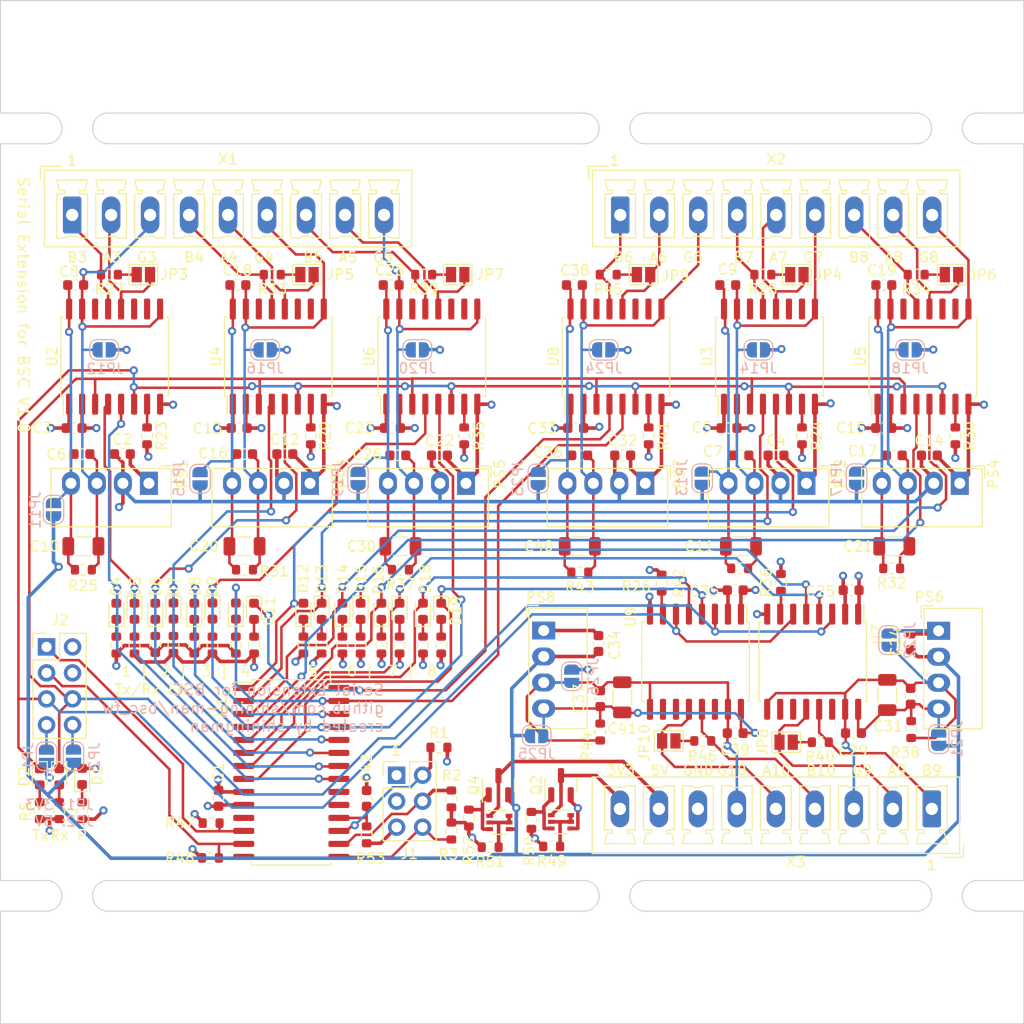
<source format=kicad_pcb>
(kicad_pcb (version 20211014) (generator pcbnew)
  (layers (0 "F.Cu" signal) (1 "In1.Cu" signal) (2 "In2.Cu" signal) (31 "B.Cu" signal) (34 "B.Paste" user) (35 "F.Paste" user) (36 "B.SilkS" user "B.Silkscreen") (37 "F.SilkS" user "F.Silkscreen") (38 "B.Mask" user) (39 "F.Mask" user) (44 "Edge.Cuts" user))
  (net 0 "")
  (net 1 "+3V3")
  (net 2 "GND")
  (net 3 "+5V")
  (net 4 "Net-(C10-Pad1)")
  (net 5 "/serial/U1_GND")
  (net 6 "Net-(C11-Pad1)")
  (net 7 "/serial/U5_GND")
  (net 8 "Net-(C16-Pad1)")
  (net 9 "/serial/U2_GND")
  (net 10 "Net-(C17-Pad1)")
  (net 11 "/serial/U6_GND")
  (net 12 "Net-(C26-Pad1)")
  (net 13 "/serial/U3_GND")
  (net 14 "Net-(C27-Pad1)")
  (net 15 "/serial/U7_GND")
  (net 16 "Net-(C36-Pad1)")
  (net 17 "/serial/U4_GND")
  (net 18 "Net-(C37-Pad1)")
  (net 19 "/serial/U8_GND")
  (net 20 "Net-(D1-Pad1)")
  (net 21 "/U_TX")
  (net 22 "Net-(D2-Pad2)")
  (net 23 "/U_RX")
  (net 24 "Net-(D3-Pad2)")
  (net 25 "Net-(D4-Pad1)")
  (net 26 "/U1TX_EN")
  (net 27 "/U1RX_EN")
  (net 28 "Net-(D5-Pad2)")
  (net 29 "Net-(D6-Pad1)")
  (net 30 "/U2TX_EN")
  (net 31 "Net-(D7-Pad2)")
  (net 32 "Net-(D8-Pad1)")
  (net 33 "/U3TX_EN")
  (net 34 "/U3RX_EN")
  (net 35 "Net-(D9-Pad2)")
  (net 36 "Net-(D10-Pad1)")
  (net 37 "/U4TX_EN")
  (net 38 "/U4RX_EN")
  (net 39 "Net-(D11-Pad2)")
  (net 40 "Net-(D12-Pad1)")
  (net 41 "/U5TX_EN")
  (net 42 "/U5RX_EN")
  (net 43 "Net-(D13-Pad2)")
  (net 44 "Net-(D14-Pad1)")
  (net 45 "/U6TX_EN")
  (net 46 "/U6RX_EN")
  (net 47 "Net-(D15-Pad2)")
  (net 48 "Net-(D16-Pad1)")
  (net 49 "/U7TX_EN")
  (net 50 "/U7RX_EN")
  (net 51 "Net-(D17-Pad2)")
  (net 52 "Net-(D18-Pad1)")
  (net 53 "/U8TX_EN")
  (net 54 "/U8RX_EN")
  (net 55 "Net-(D19-Pad2)")
  (net 56 "Net-(J1-Pad2)")
  (net 57 "Net-(J1-Pad4)")
  (net 58 "Net-(J1-Pad6)")
  (net 59 "Net-(J2-Pad7)")
  (net 60 "Net-(J2-Pad8)")
  (net 61 "Net-(R23-Pad1)")
  (net 62 "Net-(R24-Pad1)")
  (net 63 "Net-(JP3-Pad2)")
  (net 64 "/serial/U1_B")
  (net 65 "Net-(JP4-Pad2)")
  (net 66 "/serial/U5_B")
  (net 67 "Net-(R29-Pad1)")
  (net 68 "Net-(R30-Pad1)")
  (net 69 "Net-(JP5-Pad2)")
  (net 70 "/serial/U2_B")
  (net 71 "Net-(JP6-Pad2)")
  (net 72 "/serial/U6_B")
  (net 73 "Net-(R35-Pad1)")
  (net 74 "Net-(R36-Pad1)")
  (net 75 "Net-(JP7-Pad2)")
  (net 76 "/serial/U3_B")
  (net 77 "Net-(JP8-Pad2)")
  (net 78 "/serial/U7_B")
  (net 79 "Net-(R41-Pad1)")
  (net 80 "Net-(R42-Pad1)")
  (net 81 "Net-(JP9-Pad2)")
  (net 82 "/serial/U4_B")
  (net 83 "Net-(JP10-Pad2)")
  (net 84 "/serial/U8_B")
  (net 86 "/SCL")
  (net 87 "/SDA")
  (net 89 "Net-(C42-Pad1)")
  (net 92 "/U2RX_EN")
  (net 95 "/serial/U1_A")
  (net 99 "/serial/U5_A")
  (net 103 "/serial/U2_A")
  (net 107 "/serial/U6_A")
  (net 111 "/serial/U3_A")
  (net 115 "/serial/U7_A")
  (net 119 "/serial/U4_A")
  (net 123 "/serial/U8_A")
  (net 125 "3V3_IN")
  (net 126 "Net-(Q1-Pad2)")
  (net 127 "Net-(Q1-Pad3)")
  (net 128 "5V_IN")
  (net 129 "Net-(Q3-Pad2)")
  (net 130 "Net-(Q3-Pad3)")
  (footprint "Resistor_SMD:R_0603_1608Metric" (layer "F.Cu") (at 98.629 88.3606)
    (fp_text reference "R46")
    (fp_text value "120R")
  )
  (footprint "Resistor_SMD:R_0603_1608Metric" (layer "F.Cu") (at 71.356 42.79 180)
    (fp_text reference "R39")
    (fp_text value "120R")
  )
  (footprint "MountingHole:MountingHole_3.2mm_M3" (layer "F.Cu") (at 36 110.5)
    (fp_text reference "H4" hide)
    (fp_text value "MountingHole")
  )
  (footprint "LED_SMD:LED_0603_1608Metric" (layer "F.Cu") (at 63.414 75.692 90)
    (fp_text reference "D14")
    (fp_text value "LED_U6_TX")
  )
  (footprint "Capacitor_SMD:C_0603_1608Metric" (layer "F.Cu") (at 116.327 43.806 180)
    (fp_text reference "C19")
    (fp_text value "100n")
  )
  (footprint "Resistor_SMD:R_0603_1608Metric" (layer "F.Cu") (at 94.615 72.9356 90)
    (fp_text reference "R42")
    (fp_text value "10k")
  )
  (footprint "Capacitor_SMD:C_0603_1608Metric" (layer "F.Cu") (at 41.91 60.325)
    (fp_text reference "C2")
    (fp_text value "100n")
  )
  (footprint "bsc_custom:Converter_DCDC_GAPTEC_1S4E_S1U" (layer "F.Cu") (at 83.0834 77.5716)
    (fp_text reference "PS8")
    (fp_text value "1S4E_0503S1U")
  )
  (footprint "Resistor_SMD:R_0603_1608Metric" (layer "F.Cu") (at 50.5846 96.393)
    (fp_text reference "R48")
    (fp_text value "n.b.")
  )
  (footprint "Resistor_SMD:R_0603_1608Metric" (layer "F.Cu") (at 40.647 42.79 180)
    (fp_text reference "R27")
    (fp_text value "120R")
  )
  (footprint "Resistor_SMD:R_0603_1608Metric" (layer "F.Cu") (at 53.848 71.628 180)
    (fp_text reference "R31")
    (fp_text value "n.b.")
  )
  (footprint "Resistor_SMD:R_0603_1608Metric" (layer "F.Cu") (at 74.0664 94.0308 -90)
    (fp_text reference "R2")
    (fp_text value "10k")
  )
  (footprint "Resistor_SMD:R_0603_1608Metric" (layer "F.Cu") (at 89.39 42.79 180)
    (fp_text reference "R45")
    (fp_text value "120R")
  )
  (footprint "Capacitor_SMD:C_0603_1608Metric" (layer "F.Cu") (at 117.348 60.452)
    (fp_text reference "C17")
    (fp_text value "100n")
  )
  (footprint "Package_TO_SOT_SMD:SOT-363_SC-70-6" (layer "F.Cu") (at 78.7552 96.3318)
    (fp_text reference "Q3" hide)
    (fp_text value "BC857BS")
  )
  (footprint "LED_SMD:LED_0603_1608Metric" (layer "F.Cu") (at 50.714 75.6665 -90)
    (fp_text reference "D9")
    (fp_text value "LED_U3_RX")
  )
  (footprint "Resistor_SMD:R_0603_1608Metric" (layer "F.Cu") (at 86.614 71.888 180)
    (fp_text reference "R43")
    (fp_text value "n.b.")
  )
  (footprint "bsc_custom:Converter_DCDC_GAPTEC_1S4E_S1U" (layer "F.Cu") (at 60.2495 63.1835 -90)
    (fp_text reference "PS3")
    (fp_text value "1S4E_0503S1U")
  )
  (footprint "Package_SO:SOIC-16W_7.5x10.3mm_P1.27mm" (layer "F.Cu") (at 41.15 50.8 90)
    (fp_text reference "U2")
    (fp_text value "ADM2483xRW")
  )
  (footprint "Resistor_SMD:R_0603_1608Metric" (layer "F.Cu") (at 67.224 78.994 -90)
    (fp_text reference "R19" hide)
    (fp_text value "330R")
  )
  (footprint "Capacitor_SMD:C_0603_1608Metric" (layer "F.Cu") (at 102.362 60.452)
    (fp_text reference "C7")
    (fp_text value "100n")
  )
  (footprint "Capacitor_SMD:C_1206_3216Metric" (layer "F.Cu") (at 86.614 69.342)
    (fp_text reference "C40")
    (fp_text value "22µ/10V")
  )
  (footprint "Capacitor_SMD:C_1206_3216Metric" (layer "F.Cu") (at 69.088 69.342)
    (fp_text reference "C30")
    (fp_text value "22µ/10V")
  )
  (footprint "Capacitor_SMD:C_0603_1608Metric" (layer "F.Cu") (at 90.805 60.452)
    (fp_text reference "C32")
    (fp_text value "100n")
  )
  (footprint "Capacitor_SMD:C_1206_3216Metric" (layer "F.Cu") (at 116.6635 83.8715 90)
    (fp_text reference "C31")
    (fp_text value "22µ/10V")
  )
  (footprint "Capacitor_SMD:C_0603_1608Metric" (layer "F.Cu") (at 88.6069 84.2271 90)
    (fp_text reference "C37")
    (fp_text value "100n")
  )
  (footprint "bsc_custom:Converter_DCDC_GAPTEC_1S4E_S1U" (layer "F.Cu") (at 75.4895 63.1835 -90)
    (fp_text reference "PS5")
    (fp_text value "1S4E_0503S1U")
  )
  (footprint "Resistor_SMD:R_0603_1608Metric" (layer "F.Cu") (at 65.786 97.536 90)
    (fp_text reference "R53")
    (fp_text value "10k")
  )
  (footprint "Resistor_SMD:R_0603_1608Metric" (layer "F.Cu") (at 83.8606 98.679 180)
    (fp_text reference "R49")
    (fp_text value "10k")
  )
  (footprint "Capacitor_SMD:C_1206_3216Metric" (layer "F.Cu") (at 38.1 69.342)
    (fp_text reference "C10")
    (fp_text value "22µ/10V")
  )
  (footprint "Resistor_SMD:R_0603_1608Metric" (layer "F.Cu") (at 56.56 42.79 180)
    (fp_text reference "R33")
    (fp_text value "120R")
  )
  (footprint "Capacitor_SMD:C_0603_1608Metric" (layer "F.Cu") (at 118.9495 83.9985 90)
    (fp_text reference "C27" hide)
    (fp_text value "100n")
  )
  (footprint "Resistor_SMD:R_0603_1608Metric" (layer "F.Cu") (at 123.317 58.547 -90)
    (fp_text reference "R30")
    (fp_text value "10k")
  )
  (footprint "Capacitor_SMD:C_0603_1608Metric" (layer "F.Cu") (at 37.345 43.806 180)
    (fp_text reference "C8")
    (fp_text value "100n")
  )
  (footprint "LED_SMD:LED_0603_1608Metric" (layer "F.Cu") (at 53 75.6665 90)
    (fp_text reference "D10" hide)
    (fp_text value "LED_U4_TX")
  )
  (footprint "Capacitor_SMD:C_0603_1608Metric" (layer "F.Cu") (at 72.898 60.452)
    (fp_text reference "C22")
    (fp_text value "100n")
  )
  (footprint "LED_SMD:LED_0603_1608Metric" (layer "F.Cu") (at 73.066 75.692 -90)
    (fp_text reference "D19")
    (fp_text value "LED_U8_RX")
  )
  (footprint "Package_SO:SOIC-16W_7.5x10.3mm_P1.27mm" (layer "F.Cu") (at 105.15 50.8 90)
    (fp_text reference "U3")
    (fp_text value "ADM2483xRW")
  )
  (footprint "Capacitor_SMD:C_1206_3216Metric" (layer "F.Cu") (at 117.348 69.342)
    (fp_text reference "C21")
    (fp_text value "22µ/10V")
  )
  (footprint "LED_SMD:LED_0603_1608Metric" (layer "F.Cu") (at 35.7378 91.8716 -90)
    (fp_text reference "D3" hide)
    (fp_text value "LED_U_RX")
  )
  (footprint "Capacitor_SMD:C_0603_1608Metric" (layer "F.Cu") (at 57.785 60.325)
    (fp_text reference "C12")
    (fp_text value "100n")
  )
  (footprint "Capacitor_SMD:C_0603_1608Metric" (layer "F.Cu") (at 68.834 60.452)
    (fp_text reference "C26")
    (fp_text value "100n")
  )
  (footprint "LED_SMD:LED_0603_1608Metric" (layer "F.Cu") (at 46.904 75.6665 -90)
    (fp_text reference "D7")
    (fp_text value "LED_U2_RX")
  )
  (footprint "Resistor_SMD:R_0603_1608Metric" (layer "F.Cu") (at 106.2724 72.8708 90)
    (fp_text reference "R36")
    (fp_text value "10k")
  )
  (footprint "Capacitor_SMD:C_0603_1608Metric" (layer "F.Cu") (at 51.308 93.967 -90)
    (fp_text reference "C1")
    (fp_text value "100n")
  )
  (footprint "Resistor_SMD:R_0603_1608Metric" (layer "F.Cu") (at 54.778 78.994 -90)
    (fp_text reference "R14" hide)
    (fp_text value "330R")
  )
  (footprint "Jumper:SolderJumper-2_P1.3mm_Open_Pad1.0x1.5mm" (layer "F.Cu") (at 43.964 42.79 180)
    (fp_text reference "JP3")
    (fp_text value "JP_U1_120")
  )
  (footprint "mouse_bites:mouse-bite-3mm-slot" (layer "F.Cu") (at 37.5 103.5)
    (fp_text reference "mouse-bite-3mm-slot_4" hide)
    (fp_text value "VAL**" hide)
  )
  (footprint "Connector_Phoenix_MC:PhoenixContact_MCV_1,5_9-G-3.81_1x09_P3.81mm_Vertical" (layer "F.Cu") (at 90.57 36.957)
    (fp_text reference "X2")
    (fp_text value "Conn_U2")
  )
  (footprint "Jumper:SolderJumper-2_P1.3mm_Open_Pad1.0x1.5mm" (layer "F.Cu") (at 106.7804 88.4858)
    (fp_text reference "JP8")
    (fp_text value "JP_U1_120")
  )
  (footprint "Capacitor_SMD:C_0603_1608Metric" (layer "F.Cu") (at 120.777 60.452)
    (fp_text reference "C14")
    (fp_text value "100n")
  )
  (footprint "Capacitor_SMD:C_0603_1608Metric" (layer "F.Cu") (at 88.4428 78.8416 90)
    (fp_text reference "C34")
    (fp_text value "100n")
  )
  (footprint "Capacitor_SMD:C_0603_1608Metric" (layer "F.Cu") (at 65.786 93.98 90)
    (fp_text reference "C42")
    (fp_text value "100n")
  )
  (footprint "Resistor_SMD:R_0603_1608Metric" (layer "F.Cu") (at 35.7378 95.1736 -90)
    (fp_text reference "R6" hide)
    (fp_text value "330R")
  )
  (footprint "Jumper:SolderJumper-2_P1.3mm_Open_Pad1.0x1.5mm" (layer "F.Cu") (at 122.943 42.79 180)
    (fp_text reference "JP6")
    (fp_text value "JP_U1_120")
  )
  (footprint "Capacitor_SMD:C_0603_1608Metric" (layer "F.Cu") (at 101.074 43.806 180)
    (fp_text reference "C9")
    (fp_text value "100n")
  )
  (footprint "Resistor_SMD:R_0603_1608Metric" (layer "F.Cu") (at 73.066 78.994 -90)
    (fp_text reference "R22" hide)
    (fp_text value "330R")
  )
  (footprint "mouse_bites:mouse-bite-3mm-slot" (layer "F.Cu") (at 122.5 103.5)
    (fp_text reference "mouse-bite-3mm-slot_6" hide)
    (fp_text value "VAL**" hide)
  )
  (footprint "LED_SMD:LED_0603_1608Metric" (layer "F.Cu") (at 48.936 75.692 90)
    (fp_text reference "D8")
    (fp_text value "LED_U3_TX")
  )
  (footprint "Resistor_SMD:R_0603_1608Metric" (layer "F.Cu") (at 110.1214 88.4858)
    (fp_text reference "R40")
    (fp_text value "120R")
  )
  (footprint "Package_SO:SOIC-28W_7.5x17.9mm_P1.27mm" (layer "F.Cu") (at 58.42 91.44)
    (fp_text reference "U1")
    (fp_text value "MCP23017_SO")
  )
  (footprint "Capacitor_SMD:C_0603_1608Metric" (layer "F.Cu") (at 116.314 57.785)
    (fp_text reference "C15")
    (fp_text value "100n")
  )
  (footprint "Resistor_SMD:R_0603_1608Metric" (layer "F.Cu") (at 88.6069 87.4907 90)
    (fp_text reference "R44")
    (fp_text value "n.b.")
  )
  (footprint "Resistor_SMD:R_0603_1608Metric" (layer "F.Cu") (at 81.8794 96.1258 -90)
    (fp_text reference "R50")
    (fp_text value "10k")
  )
  (footprint "Capacitor_SMD:C_0603_1608Metric" (layer "F.Cu") (at 68.308 57.785)
    (fp_text reference "C23")
    (fp_text value "100n")
  )
  (footprint "Resistor_SMD:R_0603_1608Metric" (layer "F.Cu") (at 33.8328 95.1736 -90)
    (fp_text reference "R5")
    (fp_text value "330R")
  )
  (footprint "Package_SO:SOIC-16W_7.5x10.3mm_P1.27mm" (layer "F.Cu") (at 97.917 80.6196 -90)
    (fp_text reference "U9")
    (fp_text value "ADM2483xRW")
  )
  (footprint "mouse_bites:mouse-bite-3mm-slot" (layer "F.Cu") (at 122.5 28.5)
    (fp_text reference "mouse-bite-3mm-slot_3" hide)
    (fp_text value "VAL**" hide)
  )
  (footprint "Jumper:SolderJumper-2_P1.3mm_Open_Pad1.0x1.5mm" (layer "F.Cu") (at 92.844 42.79 180)
    (fp_text reference "JP9")
    (fp_text value "JP_U1_120")
  )
  (footprint "Package_SO:SOIC-16W_7.5x10.3mm_P1.27mm" (layer "F.Cu") (at 57.15 50.8 90)
    (fp_text reference "U4")
    (fp_text value "ADM2483xRW")
  )
  (footprint "Capacitor_SMD:C_0603_1608Metric" (layer "F.Cu") (at 118.9495 78.6775 90)
    (fp_text reference "C24")
    (fp_text value "100n")
  )
  (footprint "Resistor_SMD:R_0603_1608Metric" (layer "F.Cu") (at 93.345 58.547 -90)
    (fp_text reference "R41")
    (fp_text value "10k")
  )
  (footprint "MountingHole:MountingHole_3.2mm_M3" (layer "F.Cu") (at 124 110.5)
    (fp_text reference "H6" hide)
    (fp_text value "MountingHole")
  )
  (footprint "Resistor_SMD:R_0603_1608Metric" (layer "F.Cu") (at 72.8472 89.0016)
    (fp_text reference "R1")
    (fp_text value "10k")
  )
  (footprint "Resistor_SMD:R_0603_1608Metric" (layer "F.Cu") (at 104.503 42.79 180)
    (fp_text reference "R28")
    (fp_text value "120R")
  )
  (footprint "Resistor_SMD:R_0603_1608Metric" (layer "F.Cu") (at 65.192 78.994 -90)
    (fp_text reference "R18" hide)
    (fp_text value "330R")
  )
  (footprint "Resistor_SMD:R_0603_1608Metric" (layer "F.Cu") (at 75.311 58.547 -90)
    (fp_text reference "R35")
    (fp_text value "10k")
  )
  (footprint "Package_SO:SOIC-16W_7.5x10.3mm_P1.27mm" (layer "F.Cu") (at 72.15 50.8 90)
    (fp_text reference "U6")
    (fp_text value "ADM2483xRW")
  )
  (footprint "Connector_Phoenix_MC:PhoenixContact_MCV_1,5_9-G-3.81_1x09_P3.81mm_Vertical" (layer "F.Cu") (at 121.015 95 180)
    (fp_text reference "X3")
    (fp_text value "Conn_U3")
  )
  (footprint "Resistor_SMD:R_0603_1608Metric" (layer "F.Cu") (at 53 78.994 -90)
    (fp_text reference "R13" hide)
    (fp_text value "330R")
  )
  (footprint "Resistor_SMD:R_0603_1608Metric" (layer "F.Cu") (at 69.088 71.628 180)
    (fp_text reference "R37")
    (fp_text value "n.b.")
  )
  (footprint "Connector_PinHeader_2.54mm:PinHeader_2x04_P2.54mm_Vertical" (layer "F.Cu") (at 35.77 82.9818)
    (fp_text reference "J2")
    (fp_text value "Conn_Bus")
  )
  (footprint "LED_SMD:LED_0603_1608Metric" (layer "F.Cu") (at 61.382 75.692 -90)
    (fp_text reference "D13")
    (fp_text value "LED_U5_RX")
  )
  (footprint "bsc_custom:Converter_DCDC_GAPTEC_1S4E_S1U" (layer "F.Cu") (at 93.0155 63.1835 -90)
    (fp_text reference "PS7")
    (fp_text value "1S4E_0503S1U")
  )
  (footprint "Resistor_SMD:R_0603_1608Metric" (layer "F.Cu") (at 59.604 78.994 -90)
    (fp_text reference "R15" hide)
    (fp_text value "330R")
  )
  (footprint "Resistor_SMD:R_0603_1608Metric" (layer "F.Cu") (at 38.1 71.628 180)
    (fp_text reference "R25")
    (fp_text value "n.b.")
  )
  (footprint "mouse_bites:mouse-bite-3mm-slot" (layer "F.Cu") (at 37.5 28.5)
    (fp_text reference "mouse-bite-3mm-slot_1" hide)
    (fp_text value "VAL**" hide)
  )
  (footprint "MountingHole:MountingHole_3.2mm_M3" (layer "F.Cu") (at 36 21.5)
    (fp_text reference "H1" hide)
    (fp_text value "MountingHole")
  )
  (footprint "Capacitor_SMD:C_0603_1608Metric" (layer "F.Cu") (at 86.601 60.452)
    (fp_text reference "C36")
    (fp_text value "100n")
  )
  (footprint "Package_SO:SOIC-16W_7.5x10.3mm_P1.27mm" (layer "F.Cu") (at 90.15 50.8 90)
    (fp_text reference "U8")
    (fp_text value "ADM2483xRW")
  )
  (footprint "Resistor_SMD:R_0603_1608Metric" (layer "F.Cu") (at 61.382 78.994 -90)
    (fp_text reference "R16" hide)
    (fp_text value "330R")
  )
  (footprint "Resistor_SMD:R_0603_1608Metric" (layer "F.Cu") (at 46.904 78.931 -90)
    (fp_text reference "R10" hide)
    (fp_text value "330R")
  )
  (footprint "Resistor_SMD:R_0603_1608Metric" (layer "F.Cu") (at 45.126 78.931 -90)
    (fp_text reference "R9" hide)
    (fp_text value "330R")
  )
  (footprint "Resistor_SMD:R_0603_1608Metric" (layer "F.Cu") (at 77.856 98.7448 180)
    (fp_text reference "R51")
    (fp_text value "10k")
  )
  (footprint "Capacitor_SMD:C_0603_1608Metric" (layer "F.Cu") (at 101.804 73.6286 180)
    (fp_text reference "C35")
    (fp_text value "100n")
  )
  (footprint "mouse_bites:mouse-bite-3mm-slot" (layer "F.Cu") (at 90 103.5)
    (fp_text reference "mouse-bite-3mm-slot_5" hide)
    (fp_text value "VAL**" hide)
  )
  (footprint "Resistor_SMD:R_0603_1608Metric" (layer "F.Cu") (at 108.331 58.547 -90)
    (fp_text reference "R24")
    (fp_text value "10k")
  )
  (footprint "MountingHole:MountingHole_3.2mm_M3" (layer "F.Cu") (at 124 21.5)
    (fp_text reference "H2" hide)
    (fp_text value "MountingHole")
  )
  (footprint "Capacitor_SMD:C_0603_1608Metric" (layer "F.Cu") (at 37.96 60.325)
    (fp_text reference "C6")
    (fp_text value "100n")
  )
  (footprint "LED_SMD:LED_0603_1608Metric" (layer "F.Cu") (at 41.316 75.692 90)
    (fp_text reference "D4")
    (fp_text value "LED_U1_TX")
  )
  (footprint "Jumper:SolderJumper-2_P1.3mm_Open_Pad1.0x1.5mm" (layer "F.Cu") (at 107.83 42.79 180)
    (fp_text reference "JP4")
    (fp_text value "JP_U1_120")
  )
  (footprint "LED_SMD:LED_0603_1608Metric" (layer "F.Cu") (at 59.604 75.692 90)
    (fp_text reference "D12")
    (fp_text value "LED_U5_TX")
  )
  (footprint "Resistor_SMD:R_0603_1608Metric" (layer "F.Cu") (at 37.973 95.1736 -90)
    (fp_text reference "R4" hide)
    (fp_text value "330R")
  )
  (footprint "Resistor_SMD:R_0603_1608Metric" (layer "F.Cu") (at 60.325 58.547 -90)
    (fp_text reference "R29")
    (fp_text value "10k")
  )
  (footprint "Resistor_SMD:R_0603_1608Metric" (layer "F.Cu") (at 50.714 78.994 -90)
    (fp_text reference "R12" hide)
    (fp_text value "330R")
  )
  (footprint "Capacitor_SMD:C_0603_1608Metric" (layer "F.Cu") (at 86.088 43.806 180)
    (fp_text reference "C38")
    (fp_text value "100n")
  )
  (footprint "Connector_PinHeader_2.54mm:PinHeader_2x03_P2.54mm_Vertical" (layer "F.Cu") (at 68.71 91.71)
    (fp_text reference "J1")
    (fp_text value "Conn_Adr")
  )
  (footprint "Resistor_SMD:R_0603_1608Metric" (layer "F.Cu") (at 41.316 78.994 -90)
    (fp_text reference "R7" hide)
    (fp_text value "330R")
  )
  (footprint "bsc_custom:Converter_DCDC_GAPTEC_1S4E_S1U" (layer "F.Cu") (at 44.5015 63.1835 -90)
    (fp_text reference "PS1")
    (fp_text value "1S4E_0503S1U")
  )
  (footprint "Resistor_SMD:R_0603_1608Metric" (layer "F.Cu") (at 75.7732 95.9 -90)
    (fp_text reference "R52")
    (fp_text value "10k")
  )
  (footprint "Resistor_SMD:R_0603_1608Metric" (layer "F.Cu") (at 117.094 71.501 180)
    (fp_text reference "R32")
    (fp_text value "n.b.")
  )
  (footprint "LED_SMD:LED_0603_1608Metric" (layer "F.Cu") (at 69.002 75.692 -90)
    (fp_text reference "D17" hide)
    (fp_text value "LED_U7_RX")
  )
  (footprint "Capacitor_SMD:C_0603_1608Metric" (layer "F.Cu") (at 53.322 57.785)
    (fp_text reference "C13")
    (fp_text value "100n")
  )
  (footprint "Resistor_SMD:R_0603_1608Metric" (layer "F.Cu") (at 74.0664 97.1672 90)
    (fp_text reference "R3")
    (fp_text value "10k")
  )
  (footprint "LED_SMD:LED_0603_1608Metric" (layer "F.Cu") (at 65.192 75.692 -90)
    (fp_text reference "D15")
    (fp_text value "LED_U6_RX")
  )
  (footprint "Resistor_SMD:R_0603_1608Metric" (layer "F.Cu") (at 118.999 87.249 90)
    (fp_text reference "R38")
    (fp_text value "n.b.")
  )
  (footprint "Connector_Phoenix_MC:PhoenixContact_MCV_1,5_9-G-3.81_1x09_P3.81mm_Vertical" (layer "F.Cu") (at 37 36.957)
    (fp_text reference "X1")
    (fp_text value "Conn_U1")
  )
  (footprint "LED_SMD:LED_0603_1608Metric" (layer "F.Cu") (at 67.224 75.692 90)
    (fp_text reference "D16")
    (fp_text value "LED_U7_TX")
  )
  (footprint "Resistor_SMD:R_0603_1608Metric" (layer "F.Cu") (at 50.5206 99.7966)
    (fp_text reference "R47")
    (fp_text value "n.b.")
  )
  (footprint "Capacitor_SMD:C_0603_1608Metric" (layer "F.Cu") (at 101.804 87.5986)
    (fp_text reference "C39")
    (fp_text value "100n")
  )
  (footprint "Jumper:SolderJumper-2_P1.3mm_Open_Pad1.0x1.5mm" (layer "F.Cu") (at 59.951 42.79 180)
    (fp_text reference "JP5")
    (fp_text value "JP_U1_120")
  )
  (footprint "Resistor_SMD:R_0603_1608Metric" (layer "F.Cu") (at 71.288 78.994 -90)
    (fp_text reference "R21" hide)
    (fp_text value "330R")
  )
  (footprint "Capacitor_SMD:C_0603_1608Metric" (layer "F.Cu") (at 101.201 57.785)
    (fp_text reference "C5")
    (fp_text value "100n")
  )
  (footprint "Resistor_SMD:R_0603_1608Metric" (layer "F.Cu") (at 48.936 78.994 -90)
    (fp_text reference "R11" hide)
    (fp_text value "330R")
  )
  (footprint "LED_SMD:LED_0603_1608Metric" (layer "F.Cu") (at 45.126 75.692 90)
    (fp_text reference "D6")
    (fp_text value "LED_U2_TX")
  )
  (footprint "Jumper:SolderJumper-2_P1.3mm_Open_Pad1.0x1.5mm" (layer "F.Cu") (at 74.683 42.79 180)
    (fp_text reference "JP7")
    (fp_text value "JP_U1_120")
  )
  (footprint "Jumper:SolderJumper-2_P1.3mm_Open_Pad1.0x1.5mm" (layer "F.Cu") (at 95.312 88.3606)
    (fp_text reference "JP10")
    (fp_text value "JP_U1_120")
  )
  (footprint "Package_SO:SOIC-16W_7.5x10.3mm_P1.27mm" (layer "F.Cu") (at 120.15 50.8 90)
    (fp_text reference "U5")
    (fp_text value "ADM2483xRW")
  )
  (footprint "bsc_custom:Converter_DCDC_GAPTEC_1S4E_S1U" (layer "F.Cu") (at 123.7495 63.1835 -90)
    (fp_text reference "PS4")
    (fp_text value "1S4E_0503S1U")
  )
  (footprint "Resistor_SMD:R_0603_1608Metric" (layer "F.Cu") (at 44.323 58.547 -90)
    (fp_text reference "R23")
    (fp_text value "10k")
  )
  (footprint "Capacitor_SMD:C_0603_1608Metric" (layer "F.Cu") (at 68.181 43.806 180)
    (fp_text reference "C28")
    (fp_text value "100n")
  )
  (footprint "Capacitor_SMD:C_0603_1608Metric" (layer "F.Cu") (at 113.1304 73.6268 180)
    (fp_text reference "C25")
    (fp_text value "100n")
  )
  (footprint "Capacitor_SMD:C_0603_1608Metric" (layer "F.Cu") (at 113.3594 87.5968)
    (fp_text reference "C29")
    (fp_text value "100n")
  )
  (footprint "Resistor_SMD:R_0603_1608Metric" (layer "F.Cu") (at 119.489 42.79 180)
    (fp_text reference "R34")
    (fp_text value "120R")
  )
  (footprint "Capacitor_SMD:C_1206_3216Metric" (layer "F.Cu") (at 102.362 69.342)
    (fp_text reference "C11")
    (fp_text value "22µ/10V")
  )
  (footprint "Resistor_SMD:R_0603_1608Metric" (layer "F.Cu") (at 63.414 78.994 -90)
    (fp_text reference "R17" hide)
    (fp_text value "330R")
  )
  (footprint "Resistor_SMD:R_0603_1608Metric" (layer "F.Cu") (at 69.002 78.994 -90)
    (fp_text reference "R20" hide)
    (fp_text value "330R")
  )
  (footprint "Capacitor_SMD:C_0603_1608Metric" (layer "F.Cu") (at 53.848 60.325)
    (fp_text reference "C16")
    (fp_text value "100n")
  )
  (footprint "LED_SMD:LED_0603_1608Metric" (layer "F.Cu") (at 33.8328 91.8716 -90)
    (fp_text reference "D2")
    (fp_text value "LED_U_TX")
  )
  (footprint "Capacitor_SMD:C_0603_1608Metric" (layer "F.Cu") (at 37.193 57.785)
    (fp_text reference "C3")
    (fp_text value "100n")
  )
  (footprint "Resistor_SMD:R_0603_1608Metric" (layer "F.Cu") (at 102.235 71.501 180)
    (fp_text reference "R26")
    (fp_text value "n.b.")
  )
  (footprint "Package_TO_SOT_SMD:SOT-23" (layer "F.Cu") (at 84.775 92.6846 90)
    (fp_text reference "Q2")
    (fp_text value "IRLML2244")
  )
  (footprint "Package_TO_SOT_SMD:SOT-363_SC-70-6" (layer "F.Cu") (at 84.775 96.266)
    (fp_text reference "Q1" hide)
    (fp_text value "BC857BS")
  )
  (footprint "bsc_custom:Converter_DCDC_GAPTEC_1S4E_S1U" (layer "F.Cu") (at 108.7635 63.1835 -90)
    (fp_text reference "PS2")
    (fp_text value "1S4E_0503S1U")
  )
  (footprint "Capacitor_SMD:C_0603_1608Metric" (layer "F.Cu") (at 53.195 43.806 180)
    (fp_text reference "C18")
    (fp_text value "100n")
  )
  (footprint "LED_SMD:LED_0603_1608Metric" (layer "F.Cu") (at 43.094 75.692 -90)
    (fp_text reference "D5")
    (fp_text value "LED_U1_RX")
  )
  (footprint "LED_SMD:LED_0603_1608Metric" (layer "F.Cu") (at 37.973 91.8316 90)
    (fp_text reference "D1")
    (fp_text value "LED_Power")
  )
  (footprint "Capacitor_SMD:C_0603_1608Metric" (layer "F.Cu") (at 105.791 60.452)
    (fp_text reference "C4")
    (fp_text value "100n")
  )
  (footprint "Package_TO_SOT_SMD:SOT-23" (layer "F.Cu") (at 78.664 92.6894 90)
    (fp_text reference "Q4")
    (fp_text value "IRLML2244")
  )
  (footprint "LED_SMD:LED_0603_1608Metric" (layer "F.Cu") (at 71.288 75.692 90)
    (fp_text reference "D18")
    (fp_text value "LED_U8_TX")
  )
  (footprint "mouse_bites:mouse-bite-3mm-slot" (layer "F.Cu") (at 90 28.5)
    (fp_text reference "mouse-bite-3mm-slot_2" hide)
    (fp_text value "VAL**" hide)
  )
  (footprint "bsc_custom:Converter_DCDC_GAPTEC_1S4E_S1U" (layer "F.Cu") (at 121.681 77.597)
    (fp_text reference "PS6")
    (fp_text value "1S4E_0503S1U")
  )
  (footprint "Capacitor_SMD:C_1206_3216Metric" (layer "F.Cu") (at 90.7659 84.1001 90)
    (fp_text reference "C41")
    (fp_text value "22µ/10V")
  )
  (footprint "LED_SMD:LED_0603_1608Metric" (layer "F.Cu") (at 54.778 75.692 -90)
    (fp_text reference "D11")
    (fp_text value "LED_U4_RX")
  )
  (footprint "Package_SO:SOIC-16W_7.5x10.3mm_P1.27mm" (layer "F.Cu") (at 109.3724 80.6178 -90)
    (fp_text reference "U7")
    (fp_text value "ADM2483xRW")
  )
  (footprint "Capacitor_SMD:C_1206_3216Metric" (layer "F.Cu") (at 53.848 69.342)
    (fp_text reference "C20")
    (fp_text value "22µ/10V")
  )
  (footprint "Capacitor_SMD:C_0603_1608Metric" (layer "F.Cu") (at 86.215 57.785)
    (fp_text reference "C33")
    (fp_text value "100n")
  )
  (footprint "Resistor_SMD:R_0603_1608Metric" (layer "F.Cu") (at 43.094 78.994 -90)
    (fp_text reference "R8" hide)
    (fp_text value "330R")
  )
  (footprint "Jumper:SolderJumper-2_P1.3mm_Open_RoundedPad1.0x1.5mm" (layer "B.Cu") (at 34.4932 89.8652 90)
    (fp_text reference "JP1")
    (fp_text value "JP_EXT_3V3" hide)
  )
  (footprint "Jumper:SolderJumper-2_P1.3mm_Open_RoundedPad1.0x1.5mm" (layer "B.Cu") (at 64.9478 62.7126 90)
    (fp_text reference "JP19")
    (fp_text value " ")
  )
  (footprint "Jumper:SolderJumper-2_P1.3mm_Open_RoundedPad1.0x1.5mm" (layer "B.Cu") (at 118.8974 50.1396)
    (fp_text reference "JP18")
    (fp_text value " ")
  )
  (footprint "Jumper:SolderJumper-2_P1.3mm_Open_RoundedPad1.0x1.5mm" (layer "B.Cu") (at 37.1348 89.8502 90)
    (fp_text reference "JP2")
    (fp_text value "JP_EXT_5V" hide)
  )
  (footprint "Jumper:SolderJumper-2_P1.3mm_Open_RoundedPad1.0x1.5mm" (layer "B.Cu") (at 113.665 62.6872 90)
    (fp_text reference "JP17")
    (fp_text value " ")
  )
  (footprint "Jumper:SolderJumper-2_P1.3mm_Open_RoundedPad1.0x1.5mm" (layer "B.Cu") (at 121.6914 88.1888 90)
    (fp_text reference "JP21")
    (fp_text value " ")
  )
  (footprint "Jumper:SolderJumper-2_P1.3mm_Open_RoundedPad1.0x1.5mm" (layer "B.Cu") (at 49.5046 62.738 90)
    (fp_text reference "JP15")
    (fp_text value " ")
  )
  (footprint "Jumper:SolderJumper-2_P1.3mm_Open_RoundedPad1.0x1.5mm" (layer "B.Cu") (at 82.3976 87.8332)
    (fp_text reference "JP25")
    (fp_text value " ")
  )
  (footprint "Jumper:SolderJumper-2_P1.3mm_Open_RoundedPad1.0x1.5mm" (layer "B.Cu") (at 82.55 62.7126 90)
    (fp_text reference "JP23")
    (fp_text value " ")
  )
  (footprint "Jumper:SolderJumper-2_P1.3mm_Open_RoundedPad1.0x1.5mm" (layer "B.Cu") (at 116.84 78.5114 90)
    (fp_text reference "JP22")
    (fp_text value " ")
  )
  (footprint "Jumper:SolderJumper-2_P1.3mm_Open_RoundedPad1.0x1.5mm" (layer "B.Cu") (at 70.739 50.1396)
    (fp_text reference "JP20")
    (fp_text value " ")
  )
  (footprint "Jumper:SolderJumper-2_P1.3mm_Open_RoundedPad1.0x1.5mm" (layer "B.Cu") (at 35.179 65.7606 90)
    (fp_text reference "JP11")
    (fp_text value " ")
  )
  (footprint "Jumper:SolderJumper-2_P1.3mm_Open_RoundedPad1.0x1.5mm" (layer "B.Cu") (at 104.0742 50.1396)
    (fp_text reference "JP14")
    (fp_text value " ")
  )
  (footprint "Jumper:SolderJumper-2_P1.3mm_Open_RoundedPad1.0x1.5mm" (layer "B.Cu") (at 85.8266 82.042 90)
    (fp_text reference "JP26")
    (fp_text value " ")
  )
  (footprint "Jumper:SolderJumper-2_P1.3mm_Open_RoundedPad1.0x1.5mm" (layer "B.Cu") (at 88.9508 50.1396)
    (fp_text reference "JP24")
    (fp_text value " ")
  )
  (footprint "Jumper:SolderJumper-2_P1.3mm_Open_RoundedPad1.0x1.5mm" (layer "B.Cu") (at 98.5774 62.6872 90)
    (fp_text reference "JP13")
    (fp_text value " ")
  )
  (footprint "Jumper:SolderJumper-2_P1.3mm_Open_RoundedPad1.0x1.5mm" (layer "B.Cu") (at 55.865 50.1396)
    (fp_text reference "JP16")
    (fp_text value " ")
  )
  (footprint "Jumper:SolderJumper-2_P1.3mm_Open_RoundedPad1.0x1.5mm" (layer "B.Cu") (at 40.132 50.1396)
    (fp_text reference "JP12")
    (fp_text value " ")
  )
  (gr_line (start 34.5 105) (end 30 105) (layer "Edge.Cuts") (width 0.1))
  (gr_line (start 119.5 27) (end 93 27) (layer "Edge.Cuts") (width 0.1))
  (gr_arc (start 40.5 105) (mid 39 103.5) (end 40.5 102) (layer "Edge.Cuts") (width 0.1))
  (gr_line (start 130 102) (end 130 30) (layer "Edge.Cuts") (width 0.1))
  (gr_arc (start 93 30) (mid 91.5 28.5) (end 93 27) (layer "Edge.Cuts") (width 0.1))
  (gr_line (start 93 105) (end 119.5 105) (layer "Edge.Cuts") (width 0.1))
  (gr_line (start 130 105) (end 130 116) (layer "Edge.Cuts") (width 0.1))
  (gr_arc (start 34.5 102) (mid 36 103.5) (end 34.5 105) (layer "Edge.Cuts") (width 0.1))
  (gr_line (start 130 16) (end 130 27) (layer "Edge.Cuts") (width 0.1))
  (gr_line (start 87 30) (end 40.5 30) (layer "Edge.Cuts") (width 0.1))
  (gr_line (start 40.5 102) (end 87 102) (layer "Edge.Cuts") (width 0.1))
  (gr_arc (start 93 105) (mid 91.5 103.5) (end 93 102) (layer "Edge.Cuts") (width 0.1))
  (gr_line (start 30 102) (end 34.5 102) (layer "Edge.Cuts") (width 0.1))
  (gr_line (start 93 30) (end 119.5 30) (layer "Edge.Cuts") (width 0.1))
  (gr_line (start 34.5 27) (end 30 27) (layer "Edge.Cuts") (width 0.1))
  (gr_line (start 125.5 105) (end 130 105) (layer "Edge.Cuts") (width 0.1))
  (gr_line (start 130 102) (end 125.5 102) (layer "Edge.Cuts") (width 0.1))
  (gr_arc (start 125.5 105) (mid 124 103.5) (end 125.5 102) (layer "Edge.Cuts") (width 0.1))
  (gr_line (start 30 16) (end 30 27) (layer "Edge.Cuts") (width 0.1))
  (gr_line (start 30 116) (end 130 116) (layer "Edge.Cuts") (width 0.1))
  (gr_line (start 40.5 105) (end 87 105) (layer "Edge.Cuts") (width 0.1))
  (gr_line (start 125.5 27) (end 130 27) (layer "Edge.Cuts") (width 0.1))
  (gr_arc (start 125.5 30) (mid 124 28.5) (end 125.5 27) (layer "Edge.Cuts") (width 0.1))
  (gr_line (start 30 30) (end 30 102) (layer "Edge.Cuts") (width 0.1))
  (gr_arc (start 87 102) (mid 88.5 103.5) (end 87 105) (layer "Edge.Cuts") (width 0.1))
  (gr_arc (start 40.5 30) (mid 39 28.5) (end 40.5 27) (layer "Edge.Cuts") (width 0.1))
  (gr_line (start 40.5 27) (end 87 27) (layer "Edge.Cuts") (width 0.1))
  (gr_line (start 119.5 102) (end 93 102) (layer "Edge.Cuts") (width 0.1))
  (gr_arc (start 34.5 27) (mid 36 28.5) (end 34.5 30) (layer "Edge.Cuts") (width 0.1))
  (gr_arc (start 119.5 27) (mid 121 28.5) (end 119.5 30) (layer "Edge.Cuts") (width 0.1))
  (gr_line (start 34.5 30) (end 30 30) (layer "Edge.Cuts") (width 0.1))
  (gr_arc (start 119.5 102) (mid 121 103.5) (end 119.5 105) (layer "Edge.Cuts") (width 0.1))
  (gr_line (start 30 116) (end 30 105) (layer "Edge.Cuts") (width 0.1))
  (gr_arc (start 87 27) (mid 88.5 28.5) (end 87 30) (layer "Edge.Cuts") (width 0.1))
  (gr_line (start 130 16) (end 30 16) (layer "Edge.Cuts") (width 0.1))
  (gr_line (start 125.5 30) (end 130 30) (layer "Edge.Cuts") (width 0.1))
  (gr_text "Serial Extension for BSC\ngithub.com/shining-man/bsc_fw\ncreated by shiningman" (at 67.5894 85.1408) (layer "B.SilkS") (effects (font (size 1.1 1.1)) (justify left mirror)))
  (gr_text "JP1: 3V3\nJP2: 5V" (at 39.2176 95.40895) (layer "B.SilkS") (effects (font (size 1 1)) (justify left mirror)))
  (gr_text "Serial Extension for BSC V1.0" (at 32.2326 33.0962 270) (layer "F.SilkS") (effects (font (size 1.1 1.1)) (justify left)))
  (gr_text "3 |" (at 49.5808 81.534) (layer "F.SilkS") (effects (font (size 1 1)) (justify left)))
  (gr_text "1" (at 121 100.457) (layer "F.SilkS") (effects (font (size 1 1))))
  (gr_text "4" (at 53.3908 81.534) (layer "F.SilkS") (effects (font (size 1 1)) (justify left)))
  (gr_text "B5  A5  G5" (at 59.4868 41.0972) (layer "F.SilkS") (effects (font (size 1 1)) (justify left)))
  (gr_text "G9  A9  B9" (at 113.1316 91.2368) (layer "F.SilkS") (effects (font (size 1 1)) (justify left)))
  (gr_text "B4  A4  G4" (at 47.8536 41.0972) (layer "F.SilkS") (effects (font (size 1 1)) (justify left)))
  (gr_text "8" (at 71.6026 81.534) (layer "F.SilkS") (effects (font (size 1 1)) (justify left)))
  (gr_text "1" (at 36.9824 31.623) (layer "F.SilkS") (effects (font (size 1 1))))
  (gr_text "1" (at 90 31.623) (layer "F.SilkS") (effects (font (size 1 1))))
  (gr_text "B3  A3  G3" (at 36.4236 41.0972) (layer "F.SilkS") (effects (font (size 1 1)) (justify left)))
  (gr_text "GND" (at 96.5708 91.2368) (layer "F.SilkS") (effects (font (size 1 1)) (justify left)))
  (gr_text "3V3" (at 89.154 91.2368) (layer "F.SilkS") (effects (font (size 1 1)) (justify left)))
  (gr_text "5 |" (at 59.944 81.534) (layer "F.SilkS") (effects (font (size 1 1)) (justify left)))
  (gr_text "2 |" (at 45.5676 81.534) (layer "F.SilkS") (effects (font (size 1 1)) (justify left)))
  (gr_text "B6  A6  G6" (at 89.8144 41.0972) (layer "F.SilkS") (effects (font (size 1 1)) (justify left)))
  (gr_text "G10  A10  B10" (at 99.9236 91.2368) (layer "F.SilkS") (effects (font (size 1 1)) (justify left)))
  (gr_text "B7  A7  G7" (at 101.5492 41.0972) (layer "F.SilkS") (effects (font (size 1 1)) (justify left)))
  (gr_text "7 |" (at 67.7926 81.534) (layer "F.SilkS") (effects (font (size 1 1)) (justify left)))
  (gr_text "6 |" (at 63.7794 81.534) (layer "F.SilkS") (effects (font (size 1 1)) (justify left)))
  (gr_text "P" (at 37.973 97.5868) (layer "F.SilkS") (effects (font (size 1 1))))
  (gr_text "1" (at 68.6816 89.281) (layer "F.SilkS") (effects (font (size 1 1))))
  (gr_text "5V" (at 93.4212 91.2368) (layer "F.SilkS") (effects (font (size 1 1)) (justify left)))
  (gr_text "B8  A8  G8" (at 112.8268 41.0972) (layer "F.SilkS") (effects (font (size 1 1)) (justify left)))
  (gr_text "1 |" (at 41.7322 81.534) (layer "F.SilkS") (effects (font (size 1 1)) (justify left)))
  (gr_text "Tx" (at 33.909 97.5868) (layer "F.SilkS") (effects (font (size 1 1))))
  (gr_text "Rx" (at 35.7632 97.5868) (layer "F.SilkS") (effects (font (size 1 1))))
  (gr_text "Tx/Rx EN" (at 41.0464 83.312) (layer "F.SilkS") (effects (font (size 1 1)) (justify left)))
  (segment (start 44.323 60.452) (end 44.45 60.579) (width 0.35) (layer "F.Cu") (net 1))
  (segment (start 113.9054 73.6268) (end 113.9054 72.2678) (width 0.35) (layer "F.Cu") (net 1))
  (segment (start 67.705 55.45) (end 67.705 57.613) (width 0.35) (layer "F.Cu") (net 1))
  (segment (start 43.094 80.01) (end 43.729 80.645) (width 0.35) (layer "F.Cu") (net 1))
  (segment (start 85.725 96.916) (end 86.4 96.916) (width 0.35) (layer "F.Cu") (net 1))
  (segment (start 65.192 79.819) (end 65.192 80.8228) (width 0.35) (layer "F.Cu") (net 1))
  (segment (start 51.489 80.594) (end 54.003 80.594) (width 0.35) (layer "F.Cu") (net 1))
  (segment (start 85.705 55.45) (end 85.705 57.52) (width 0.35) (layer "F.Cu") (net 1))
  (segment (start 54.003 80.594) (end 54.778 79.819) (width 0.35) (layer "F.Cu") (net 1))
  (segment (start 86.425 96.891) (end 86.425 94.931) (width 0.35) (layer "F.Cu") (net 1))
  (segment (start 51.308 93.192) (end 51.308 92.185198) (width 0.35) (layer "F.Cu") (net 1))
  (segment (start 49.888 80.645) (end 50.714 79.819) (width 0.35) (layer "F.Cu") (net 1))
  (segment (start 69.002 79.819) (end 69.002 80.899) (width 0.35) (layer "F.Cu") (net 1))
  (segment (start 113.9054 72.2678) (end 113.8674 72.2298) (width 0.35) (layer "F.Cu") (net 1))
  (segment (start 100.705 55.45) (end 100.705 57.506) (width 0.35) (layer "F.Cu") (net 1))
  (segment (start 67.705 57.613) (end 67.533 57.785) (width 0.35) (layer "F.Cu") (net 1))
  (segment (start 52.705 55.45) (end 52.705 57.627) (width 0.35) (layer "F.Cu") (net 1))
  (segment (start 47.793 80.645) (end 49.888 80.645) (width 0.35) (layer "F.Cu") (net 1))
  (segment (start 54.778 79.819) (end 54.778 81.144402) (width 0.35) (layer "F.Cu") (net 1))
  (segment (start 102.362 75.9696) (end 102.362 73.8456) (width 0.35) (layer "F.Cu") (net 1))
  (segment (start 44.323 59.372) (end 44.323 60.452) (width 0.35) (layer "F.Cu") (net 1))
  (segment (start 65.192 80.8228) (end 65.2174 80.8482) (width 0.35) (layer "F.Cu") (net 1))
  (segment (start 67.139 98.361) (end 68.71 96.79) (width 0.35) (layer "F.Cu") (net 1))
  (segment (start 34.79255 97.1307) (end 34.798 97.13615) (width 0.35) (layer "F.Cu") (net 1))
  (segment (start 43.094 79.819) (end 43.094 80.01) (width 0.35) (layer "F.Cu") (net 1))
  (segment (start 36.418 57.785) (end 34.925 57.785) (width 0.35) (layer "F.Cu") (net 1))
  (segment (start 50.714 79.819) (end 51.489 80.594) (width 0.35) (layer "F.Cu") (net 1))
  (segment (start 43.729 80.645) (end 46.015 80.645) (width 0.35) (layer "F.Cu") (net 1))
  (segment (start 34.79255 95.9986) (end 35.7378 95.9986) (width 0.35) (layer "F.Cu") (net 1))
  (segment (start 60.5536 80.5942) (end 60.5536 80.772) (width 0.35) (layer "F.Cu") (net 1))
  (segment (start 93.345 59.372) (end 93.345 60.579) (width 0.35) (layer "F.Cu") (net 1))
  (segment (start 49.6316 99.7966) (end 48.768 98.933) (width 0.35) (layer "F.Cu") (net 1))
  (segment (start 34.79255 95.9986) (end 34.79255 97.1307) (width 0.35) (layer "F.Cu") (net 1))
  (segment (start 115.539 57.785) (end 114.173 57.785) (width 0.35) (layer "F.Cu") (net 1))
  (segment (start 37.973 91.0441) (end 39.2281 91.0441) (width 0.35) (layer "F.Cu") (net 1))
  (segment (start 73.066 79.819) (end 73.066 80.900202) (width 0.35) (layer "F.Cu") (net 1))
  (segment (start 115.705 57.619) (end 115.539 57.785) (width 0.35) (layer "F.Cu") (net 1))
  (segment (start 67.533 57.785) (end 66.167 57.785) (width 0.35) (layer "F.Cu") (net 1))
  (segment (start 49.6956 99.7966) (end 49.6316 99.7966) (width 0.35) (layer "F.Cu") (net 1))
  (segment (start 73.066 80.900202) (end 73.003101 80.963101) (width 0.35) (layer "F.Cu") (net 1))
  (segment (start 69.002 80.899) (end 69.0274 80.9244) (width 0.35) (layer "F.Cu") (net 1))
  (segment (start 94.615 72.1106) (end 94.1578 71.6534) (width 0.35) (layer "F.Cu") (net 1))
  (segment (start 123.317 59.372) (end 123.317 60.706) (width 0.35) (layer "F.Cu") (net 1))
  (segment (start 113.9054 75.8798) (end 113.8174 75.9678) (width 0.35) (layer "F.Cu") (net 1))
  (segment (start 100.705 57.506) (end 100.426 57.785) (width 0.35) (layer "F.Cu") (net 1))
  (segment (start 75.311 59.372) (end 75.311 60.706) (width 0.35) (layer "F.Cu") (net 1))
  (segment (start 36.705 57.498) (end 36.418 57.785) (width 0.35) (layer "F.Cu") (net 1))
  (segment (start 85.725 93.6221) (end 85.725 94.231) (width 0.35) (layer "F.Cu") (net 1))
  (segment (start 61.3288 79.819) (end 60.5536 80.5942) (width 0.35) (layer "F.Cu") (net 1))
  (segment (start 46.015 80.645) (end 46.904 79.756) (width 0.35) (layer "F.Cu") (net 1))
  (segment (start 61.382 79.819) (end 61.3288 79.819) (width 0.35) (layer "F.Cu") (net 1))
  (segment (start 36.705 55.45) (end 36.705 57.498) (width 0.35) (layer "F.Cu") (net 1))
  (segment (start 49.7596 96.2924) (end 48.9712 95.504) (width 0.35) (layer "F.Cu") (net 1))
  (segment (start 33.8328 95.9986) (end 34.79255 95.9986) (width 0.35) (layer "F.Cu") (net 1))
  (segment (start 51.461 93.345) (end 51.308 93.192) (width 0.35) (layer "F.Cu") (net 1))
  (segment (start 113.9054 73.6268) (end 113.9054 75.8798) (width 0.35) (layer "F.Cu") (net 1))
  (segment (start 52.705 57.627) (end 52.547 57.785) (width 0.35) (layer "F.Cu") (net 1))
  (segment (start 39.2281 91.0441) (end 39.2684 91.0844) (width 0.35) (layer "F.Cu") (net 1))
  (segment (start 94.1578 71.6534) (end 93.4466 71.6534) (width 0.35) (layer "F.Cu") (net 1))
  (segment (start 86.4 96.916) (end 86.425 96.891) (width 0.35) (layer "F.Cu") (net 1))
  (segment (start 51.308 92.185198) (end 51.265601 92.142799) (width 0.35) (layer "F.Cu") (net 1))
  (segment (start 106.2724 72.0458) (end 106.2724 70.8578) (width 0.35) (layer "F.Cu") (net 1))
  (segment (start 65.786 98.361) (end 67.139 98.361) (width 0.35) (layer "F.Cu") (net 1))
  (segment (start 60.325 59.372) (end 60.325 60.579) (width 0.35) (layer "F.Cu") (net 1))
  (segment (start 100.426 57.785) (end 99.06 57.785) (width 0.35) (layer "F.Cu") (net 1))
  (segment (start 103.765 73.6286) (end 103.7844 73.6092) (width 0.35) (layer "F.Cu") (net 1))
  (segment (start 115.705 55.45) (end 115.705 57.619) (width 0.35) (layer "F.Cu") (net 1))
  (segment (start 46.904 79.756) (end 47.793 80.645) (width 0.35) (layer "F.Cu") (net 1))
  (segment (start 52.547 57.785) (end 51.181 57.785) (width 0.35) (layer "F.Cu") (net 1))
  (segment (start 108.331 59.372) (end 108.331 60.706) (width 0.35) (layer "F.Cu") (net 1))
  (segment (start 85.44 57.785) (end 84.201 57.785) (width 0.35) (layer "F.Cu") (net 1))
  (segment (start 85.725 94.231) (end 86.425 94.931) (width 0.35) (layer "F.Cu") (net 1))
  (segment (start 54.778 81.144402) (end 54.782 81.148402) (width 0.35) (layer "F.Cu") (net 1))
  (segment (start 49.7596 96.393) (end 49.7596 96.2924) (width 0.35) (layer "F.Cu") (net 1))
  (segment (start 102.579 73.6286) (end 103.765 73.6286) (width 0.35) (layer "F.Cu") (net 1))
  (segment (start 53.77 93.345) (end 51.461 93.345) (width 0.35) (layer "F.Cu") (net 1))
  (segment (start 85.705 57.52) (end 85.44 57.785) (width 0.35) (layer "F.Cu") (net 1))
  (via (at 84.201 57.785) (size 0.8) (drill 0.4) (layers "F.Cu" "B.Cu") (net 1))
  (via (at 51.181 57.785) (size 0.8) (drill 0.4) (layers "F.Cu" "B.Cu") (net 1))
  (via (at 34.925 57.785) (size 0.8) (drill 0.4) (layers "F.Cu" "B.Cu") (net 1))
  (via (at 66.167 57.785) (size 0.8) (drill 0.4) (layers "F.Cu" "B.Cu") (net 1))
  (via (at 99.06 57.785) (size 0.8) (drill 0.4) (layers "F.Cu" "B.Cu") (net 1))
  (via (at 34.798 97.13615) (size 0.8) (drill 0.4) (layers "F.Cu" "B.Cu") (net 1))
  (via (at 106.2474 70.8328) (size 0.8) (drill 0.4) (layers "F.Cu" "B.Cu") (net 1))
  (via (at 48.768 98.933) (size 0.8) (drill 0.4) (layers "F.Cu" "B.Cu") (net 1))
  (via (at 60.325 60.579) (size 0.8) (drill 0.4) (layers "F.Cu" "B.Cu") (net 1))
  (via (at 103.7844 73.6092) (size 0.8) (drill 0.4) (layers "F.Cu" "B.Cu") (net 1))
  (via (at 65.2174 80.8482) (size 0.8) (drill 0.4) (layers "F.Cu" "B.Cu") (net 1))
  (via (at 34.798 91.948) (size 0.8) (drill 0.4) (layers "F.Cu" "B.Cu") (net 1))
  (via (at 123.317 60.706) (size 0.8) (drill 0.4) (layers "F.Cu" "B.Cu") (net 1))
  (via (at 54.782 81.148402) (size 0.8) (drill 0.4) (layers "F.Cu" "B.Cu") (net 1))
  (via (at 39.2684 91.0844) (size 0.8) (drill 0.4) (layers "F.Cu" "B.Cu") (net 1))
  (via (at 69.0274 80.9244) (size 0.8) (drill 0.4) (layers "F.Cu" "B.Cu") (net 1))
  (via (at 108.331 60.706) (size 0.8) (drill 0.4) (layers "F.Cu" "B.Cu") (net 1))
  (via (at 113.8674 72.2298) (size 0.8) (drill 0.4) (layers "F.Cu" "B.Cu") (net 1))
  (via (at 44.45 60.579) (size 0.8) (drill 0.4) (layers "F.Cu" "B.Cu") (net 1))
  (via (at 48.9712 95.504) (size 0.8) (drill 0.4) (layers "F.Cu" "B.Cu") (net 1))
  (via (at 60.5536 80.772) (size 0.8) (drill 0.4) (layers "F.Cu" "B.Cu") (net 1))
  (via (at 73.003101 80.963101) (size 0.8) (drill 0.4) (layers "F.Cu" "B.Cu") (net 1))
  (via (at 93.4466 71.6534) (size 0.8) (drill 0.4) (layers "F.Cu" "B.Cu") (net 1))
  (via (at 51.265601 92.142799) (size 0.8) (drill 0.4) (layers "F.Cu" "B.Cu") (net 1))
  (via (at 86.425 94.931) (size 0.8) (drill 0.4) (layers "F.Cu" "B.Cu") (net 1))
  (via (at 75.311 60.706) (size 0.8) (drill 0.4) (layers "F.Cu" "B.Cu") (net 1))
  (via (at 114.173 57.785) (size 0.8) (drill 0.4) (layers "F.Cu" "B.Cu") (net 1))
  (via (at 93.345 60.579) (size 0.8) (drill 0.4) (layers "F.Cu" "B.Cu") (net 1))
  (segment (start 34.4932 91.6432) (end 34.798 91.948) (width 0.35) (layer "B.Cu") (net 1))
  (segment (start 34.4932 90.5152) (end 34.4932 91.6432) (width 0.35) (layer "B.Cu") (net 1))
  (segment (start 76.595 62.078) (end 75.4895 63.1835) (width 0.35) (layer "F.Cu") (net 2))
  (segment (start 121.3755 77.9025) (end 121.681 77.597) (width 0.35) (layer "F.Cu") (net 2))
  (segment (start 112.3554 72.2418) (end 112.3434 72.2298) (width 0.35) (layer "F.Cu") (net 2))
  (segment (start 37.973 95.9986) (end 39.2171 95.9986) (width 0.35) (layer "F.Cu") (net 2))
  (segment (start 45.901 78.981) (end 48.098 78.981) (width 0.35) (layer "F.Cu") (net 2))
  (segment (start 59.604 79.819) (end 58.8264 80.5966) (width 0.35) (layer "F.Cu") (net 2))
  (segment (start 61.595 55.45) (end 61.595 61.838) (width 0.35) (layer "F.Cu") (net 2))
  (segment (start 68.975 55.45) (end 68.975 57.677) (width 0.35) (layer "F.Cu") (net 2))
  (segment (start 74.0664 96.3422) (end 75.3904 96.3422) (width 0.35) (layer "F.Cu") (net 2))
  (segment (start 103.9404 75.9678) (end 103.9368 75.9714) (width 0.35) (layer "F.Cu") (net 2))
  (segment (start 63.414 79.819) (end 63.414 80.8228) (width 0.35) (layer "F.Cu") (net 2))
  (segment (start 95.963 55.45) (end 96.012 55.499) (width 0.35) (layer "F.Cu") (net 2))
  (segment (start 104.9274 75.9678) (end 103.9404 75.9678) (width 0.35) (layer "F.Cu") (net 2))
  (segment (start 101.092 75.9696) (end 101.092 73.6916) (width 0.35) (layer "F.Cu") (net 2))
  (segment (start 76.595 55.45) (end 77.929 55.45) (width 0.35) (layer "F.Cu") (net 2))
  (segment (start 108.7635 62.7387) (end 108.7635 63.1835) (width 0.35) (layer "F.Cu") (net 2))
  (segment (start 37.975 55.45) (end 37.975 57.778) (width 0.35) (layer "F.Cu") (net 2))
  (segment (start 39.2171 95.9986) (end 40.05983 95.15587) (width 0.35) (layer "F.Cu") (net 2))
  (segment (start 88.392 57.785) (end 88.519 57.658) (width 0.35) (layer "F.Cu") (net 2))
  (segment (start 61.595 61.838) (end 60.2495 63.1835) (width 0.35) (layer "F.Cu") (net 2))
  (segment (start 112.5474 75.9678) (end 112.5474 73.8188) (width 0.35) (layer "F.Cu") (net 2))
  (segment (start 52.225 79.044) (end 53 79.819) (width 0.35) (layer "F.Cu") (net 2))
  (segment (start 73.6722 90.3356) (end 73.6346 90.3732) (width 0.35) (layer "F.Cu") (net 2))
  (segment (start 101.975 57.784) (end 101.976 57.785) (width 0.35) (layer "F.Cu") (net 2))
  (segment (start 99.7264 73.6286) (end 99.695 73.66) (width 0.35) (layer "F.Cu") (net 2))
  (segment (start 41.316 79.819) (end 42.091 79.044) (width 0.35) (layer "F.Cu") (net 2))
  (segment (start 117.089 57.785) (end 118.618 57.785) (width 0.35) (layer "F.Cu") (net 2))
  (segment (start 121.552 60.452) (end 121.552 60.5666) (width 0.35) (layer "F.Cu") (net 2))
  (segment (start 109.595 62.352) (end 108.7635 63.1835) (width 0.35) (layer "F.Cu") (net 2))
  (segment (start 77.929 55.45) (end 77.978 55.499) (width 0.35) (layer "F.Cu") (net 2))
  (segment (start 53.975 57.663) (end 54.097 57.785) (width 0.35) (layer "F.Cu") (net 2))
  (segment (start 124.595 55.45) (end 126.062 55.45) (width 0.35) (layer "F.Cu") (net 2))
  (segment (start 37.968 57.785) (end 39.37 57.785) (width 0.35) (layer "F.Cu") (net 2))
  (segment (start 126.062 55.45) (end 126.111 55.499) (width 0.35) (layer "F.Cu") (net 2))
  (segment (start 91.58 60.452) (end 91.58 61.748) (width 0.35) (layer "F.Cu") (net 2))
  (segment (start 48.098 78.981) (end 48.936 79.819) (width 0.35) (layer "F.Cu") (net 2))
  (segment (start 58.8264 80.5966) (end 58.8264 80.6196) (width 0.35) (layer "F.Cu") (net 2))
  (segment (start 123.7495 62.7641) (end 123.7495 63.1835) (width 0.35) (layer "F.Cu") (net 2))
  (segment (start 101.976 57.785) (end 103.378 57.785) (width 0.35) (layer "F.Cu") (net 2))
  (segment (start 91.58 61.748) (end 93.0155 63.1835) (width 0.35) (layer "F.Cu") (net 2))
  (segment (start 71.288 79.819) (end 71.288 80.9498) (width 0.35) (layer "F.Cu") (net 2))
  (segment (start 75.7732 97.487) (end 76.0873 97.8011) (width 0.35) (layer "F.Cu") (net 2))
  (segment (start 116.975 57.671) (end 117.089 57.785) (width 0.35) (layer "F.Cu") (net 2))
  (segment (start 86.975 57.77) (end 86.99 57.785) (width 0.35) (layer "F.Cu") (net 2))
  (segment (start 81.8794 96.9508) (end 81.8794 97.5228) (width 0.35) (layer "F.Cu") (net 2))
  (segment (start 118.9495 77.9025) (end 121.3755 77.9025) (width 0.35) (layer "F.Cu") (net 2))
  (segment (start 75.3904 96.3422) (end 75.7732 96.725) (width 0.35) (layer "F.Cu") (net 2))
  (segment (start 109.595 55.45) (end 109.595 62.352) (width 0.35) (layer "F.Cu") (net 2))
  (segment (start 73.673 60.8714) (end 75.4895 62.6879) (width 0.35) (layer "F.Cu") (net 2))
  (segment (start 45.126 79.756) (end 45.901 78.981) (width 0.35) (layer "F.Cu") (net 2))
  (segment (start 88.4428 78.0666) (end 87.9478 77.5716) (width 0.35) (layer "F.Cu") (net 2))
  (segment (start 75.4895 62.6879) (end 75.4895 63.1835) (width 0.35) (layer "F.Cu") (net 2))
  (segment (start 53.975 55.45) (end 53.975 57.663) (width 0.35) (layer "F.Cu") (net 2))
  (segment (start 44.414 79.044) (end 45.126 79.756) (width 0.35) (layer "F.Cu") (net 2))
  (segment (start 37.975 57.778) (end 37.968 57.785) (width 0.35) (layer "F.Cu") (net 2))
  (segment (start 67.224 79.819) (end 67.224 80.8228) (width 0.35) (layer "F.Cu") (net 2))
  (segment (start 51.308 94.742) (end 50.283401 94.742) (width 0.35) (layer "F.Cu") (net 2))
  (segment (start 61.595 55.45) (end 62.689 55.45) (width 0.35) (layer "F.Cu") (net 2))
  (segment (start 123.7495 63.1835) (end 124.595 62.338) (width 0.35) (layer "F.Cu") (net 2))
  (segment (start 94.595 55.45) (end 94.595 61.604) (width 0.35) (layer "F.Cu") (net 2))
  (segment (start 101.975 55.45) (end 101.975 57.784) (width 0.35) (layer "F.Cu") (net 2))
  (segment (start 51.435 94.615) (end 51.308 94.742) (width 0.35) (layer "F.Cu") (net 2))
  (segment (start 75.7732 96.725) (end 75.7732 97.487) (width 0.35) (layer "F.Cu") (net 2))
  (segment (start 81.8794 97.5228) (end 82.234 97.8774) (width 0.35) (layer "F.Cu") (net 2))
  (segment (start 65.786 93.205) (end 65.786 91.948) (width 0.35) (layer "F.Cu") (net 2))
  (segment (start 94.595 61.604) (end 93.0155 63.1835) (width 0.35) (layer "F.Cu") (net 2))
  (segment (start 49.711 79.044) (end 52.225 79.044) (width 0.35) (layer "F.Cu") (net 2))
  (segment (start 74.0664 94.8558) (end 74.0664 96.3422) (width 0.35) (layer "F.Cu") (net 2))
  (segment (start 73.6722 89.0016) (end 73.6722 90.3356) (width 0.35) (layer "F.Cu") (net 2))
  (segment (start 58.56 60.325) (end 60.2495 62.0145) (width 0.35) (layer "F.Cu") (net 2))
  (segment (start 112.3554 73.6268) (end 112.3554 72.2418) (width 0.35) (layer "F.Cu") (net 2))
  (segment (start 42.685 60.325) (end 42.685 61.367) (width 0.35) (layer "F.Cu") (net 2))
  (segment (start 86.975 55.45) (end 86.975 57.77) (width 0.35) (layer "F.Cu") (net 2))
  (segment (start 94.595 55.45) (end 95.963 55.45) (width 0.35) (layer "F.Cu") (net 2))
  (segment (start 93.472 74.3152) (end 93.4204 74.2636) (width 0.35) (layer "F.Cu") (net 2))
  (segment (start 82.234 97.8774) (end 83.0356 98.679) (width 0.35) (layer "F.Cu") (net 2))
  (segment (start 53.77 94.615) (end 51.435 94.615) (width 0.35) (layer "F.Cu") (net 2))
  (segment (start 73.673 60.452) (end 73.673 60.8714) (width 0.35) (layer "F.Cu") (net 2))
  (segment (start 50.283401 94.742) (end 50.25823 94.716829) (width 0.35) (layer "F.Cu") (net 2))
  (segment (start 101.029 73.6286) (end 99.7264 73.6286) (width 0.35) (layer "F.Cu") (net 2))
  (segment (start 46.814 55.45) (end 46.863 55.499) (width 0.35) (layer "F.Cu") (net 2))
  (segment (start 60.2495 62.0145) (end 60.2495 63.1835) (width 0.35) (layer "F.Cu") (net 2))
  (segment (start 54.097 57.785) (end 55.499 57.785) (width 0.35) (layer "F.Cu") (net 2))
  (segment (start 41.316 79.819) (end 41.316 81.026) (width 0.35) (layer "F.Cu") (net 2))
  (segment (start 42.091 79.044) (end 44.414 79.044) (width 0.35) (layer "F.Cu") (net 2))
  (segment (start 87.9478 77.5716) (end 83.0834 77.5716) (width 0.35) (layer "F.Cu") (net 2))
  (segment (start 124.595 62.338) (end 124.595 55.45) (width 0.35) (layer "F.Cu") (net 2))
  (segment (start 86.99 57.785) (end 88.392 57.785) (width 0.35) (layer "F.Cu") (net 2))
  (segment (start 112.5474 73.8188) (end 112.3554 73.6268) (width 0.35) (layer "F.Cu") (net 2))
  (segment (start 63.414 80.8228) (end 63.4648 80.8736) (width 0.35) (layer "F.Cu") (net 2))
  (segment (start 109.595 55.45) (end 111.047 55.45) (width 0.35) (layer "F.Cu") (net 2))
  (segment (start 116.975 55.45) (end 116.975 57.671) (width 0.35) (layer "F.Cu") (net 2))
  (segment (start 76.595 55.45) (end 76.595 62.078) (width 0.35) (layer "F.Cu") (net 2))
  (segment (start 48.936 79.819) (end 49.711 79.044) (width 0.35) (layer "F.Cu") (net 2))
  (segment (start 121.552 60.5666) (end 123.7495 62.7641) (width 0.35) (layer "F.Cu") (net 2))
  (segment (start 93.472 75.9696) (end 93.472 74.3152) (width 0.35) (layer "F.Cu") (net 2))
  (segment (start 42.685 61.367) (end 44.5015 63.1835) (width 0.35) (layer "F.Cu") (net 2))
  (segment (start 106.566 60.452) (end 106.566 60.5412) (width 0.35) (layer "F.Cu") (net 2))
  (segment (start 111.047 55.45) (end 111.125 55.372) (width 0.35) (layer "F.Cu") (net 2))
  (segment (start 62.689 55.45) (end 62.865 55.626) (width 0.35) (layer "F.Cu") (net 2))
  (segment (start 76.0873 97.8011) (end 77.031 98.7448) (width 0.35) (layer "F.Cu") (net 2))
  (segment (start 69.083 57.785) (end 70.485 57.785) (width 0.35) (layer "F.Cu") (net 2))
  (segment (start 106.566 60.5412) (end 108.7635 62.7387) (width 0.35) (layer "F.Cu") (net 2))
  (segment (start 67.224 80.8228) (end 67.2494 80.8482) (width 0.35) (layer "F.Cu") (net 2))
  (segment (start 45.595 55.45) (end 46.814 55.45) (width 0.35) (layer "F.Cu") (net 2))
  (segment (start 68.975 57.677) (end 69.083 57.785) (width 0.35) (layer "F.Cu") (net 2))
  (via (at 96.012 55.499) (size 0.8) (drill 0.4) (layers "F.Cu" "B.Cu") (net 2))
  (via (at 103.9368 75.9714) (size 0.8) (drill 0.4) (layers "F.Cu" "B.Cu") (net 2))
  (via (at 91.2876 50.165) (size 0.8) (drill 0.4) (layers "F.Cu" "B.Cu") (net 2))
  (via (at 70.485 57.785) (size 0.8) (drill 0.4) (layers "F.Cu" "B.Cu") (net 2))
  (via (at 63.4648 80.8736) (size 0.8) (drill 0.4) (layers "F.Cu" "B.Cu") (net 2))
  (via (at 41.316 81.026) (size 0.8) (drill 0.4) (layers "F.Cu" "B.Cu") (net 2))
  (via (at 73.6346 90.3732) (size 0.8) (drill 0.4) (layers "F.Cu" "B.Cu") (net 2))
  (via (at 71.288 80.9498) (size 0.8) (drill 0.4) (layers "F.Cu" "B.Cu") (net 2))
  (via (at 121.158 50.1142) (size 0.8) (drill 0.4) (layers "F.Cu" "B.Cu") (net 2))
  (via (at 126.111 55.499) (size 0.8) (drill 0.4) (layers "F.Cu" "B.Cu") (net 2))
  (via (at 42.3164 50.1396) (size 0.8) (drill 0.4) (layers "F.Cu" "B.Cu") (net 2))
  (via (at 111.125 55.372) (size 0.8) (drill 0.4) (layers "F.Cu" "B.Cu") (net 2))
  (via (at 40.05983 95.15587) (size 0.8) (drill 0.4) (layers "F.Cu" "B.Cu") (net 2))
  (via (at 57.9882 50.1396) (size 0.8) (drill 0.4) (layers "F.Cu" "B.Cu") (net 2))
  (via (at 106.3244 50.0634) (size 0.8) (drill 0.4) (layers "F.Cu" "B.Cu") (net 2))
  (via (at 67.2494 80.8482) (size 0.8) (drill 0.4) (layers "F.Cu" "B.Cu") (net 2))
  (via (at 103.378 57.785) (size 0.8) (drill 0.4) (layers "F.Cu" "B.Cu") (net 2))
  (via (at 50.25823 94.716829) (size 0.8) (drill 0.4) (layers "F.Cu" "B.Cu") (net 2))
  (via (at 87.4014 81.3816) (size 0.8) (drill 0.4) (layers "F.Cu" "B.Cu") (net 2))
  (via (at 39.37 57.785) (size 0.8) (drill 0.4) (layers "F.Cu" "B.Cu") (net 2))
  (via (at 62.865 55.626) (size 0.8) (drill 0.4) (layers "F.Cu" "B.Cu") (net 2))
  (via (at 46.863 55.499) (size 0.8) (drill 0.4) (layers "F.Cu" "B.Cu") (net 2))
  (via (at 112.3434 72.2298) (size 0.8) (drill 0.4) (layers "F.Cu" "B.Cu") (net 2))
  (via (at 55.499 57.785) (size 0.8) (drill 0.4) (layers "F.Cu" "B.Cu") (net 2))
  (via (at 99.695 73.66) (size 0.8) (drill 0.4) (layers "F.Cu" "B.Cu") (net 2))
  (via (at 88.519 57.658) (size 0.8) (drill 0.4) (layers "F.Cu" "B.Cu") (net 2))
  (via (at 118.618 57.785) (size 0.8) (drill 0.4) (layers "F.Cu" "B.Cu") (net 2))
  (via (at 58.8264 80.6196) (size 0.8) (drill 0.4) (layers "F.Cu" "B.Cu") (net 2))
  (via (at 65.786 91.948) (size 0.8) (drill 0.4) (layers "F.Cu" "B.Cu") (net 2))
  (via (at 93.4204 74.2636) (size 0.8) (drill 0.4) (layers "F.Cu" "B.Cu") (net 2))
  (via (at 72.9488 50.1396) (size 0.8) (drill 0.4) (layers "F.Cu" "B.Cu") (net 2))
  (via (at 77.978 55.499) (size 0.8) (drill 0.4) (layers "F.Cu" "B.Cu") (net 2))
  (via (at 82.234 97.8774) (size 0.8) (drill 0.4) (layers "F.Cu" "B.Cu") (net 2))
  (via (at 76.0873 97.8011) (size 0.8) (drill 0.4) (layers "F.Cu" "B.Cu") (net 2))
  (segment (start 89.6008 50.1396) (end 91.2622 50.1396) (width 0.35) (layer "B.Cu") (net 2))
  (segment (start 85.8266 81.392) (end 87.391 81.392) (width 0.35) (layer "B.Cu") (net 2))
  (segment (start 87.391 81.392) (end 87.4014 81.3816) (width 0.35) (layer "B.Cu") (net 2))
  (segment (start 104.7242 50.1396) (end 106.2482 50.1396) (width 0.35) (layer "B.Cu") (net 2))
  (segment (start 71.389 50.1142) (end 72.9234 50.1142) (width 0.35) (layer "B.Cu") (net 2))
  (segment (start 106.2482 50.1396) (end 106.3244 50.0634) (width 0.35) (layer "B.Cu") (net 2))
  (segment (start 119.5474 50.1396) (end 121.1326 50.1396) (width 0.35) (layer "B.Cu") (net 2))
  (segment (start 91.2622 50.1396) (end 91.2876 50.165) (width 0.35) (layer "B.Cu") (net 2))
  (segment (start 56.515 50.1396) (end 57.9882 50.1396) (width 0.35) (layer "B.Cu") (net 2))
  (segment (start 117.1044 77.597) (end 121.681 77.597) (width 0.35) (layer "B.Cu") (net 2))
  (segment (start 40.782 50.1396) (end 42.3164 50.1396) (width 0.35) (layer "B.Cu") (net 2))
  (segment (start 72.9234 50.1142) (end 72.9488 50.1396) (width 0.35) (layer "B.Cu") (net 2))
  (segment (start 116.84 77.8614) (end 117.1044 77.597) (width 0.35) (layer "B.Cu") (net 2))
  (segment (start 121.1326 50.1396) (end 121.158 50.1142) (width 0.35) (layer "B.Cu") (net 2))
  (segment (start 121.681 80.137) (end 119.634 80.137) (width 0.35) (layer "F.Cu") (net 3))
  (segment (start 72.9495 62.3069) (end 72.9495 63.1835) (width 0.35) (layer "F.Cu") (net 3))
  (segment (start 72.123 60.452) (end 72.123 61.4804) (width 0.35) (layer "F.Cu") (net 3))
  (segment (start 41.9615 61.1515) (end 41.9615 63.1835) (width 0.35) (layer "F.Cu") (net 3))
  (segment (start 83.0834 80.1116) (end 87.9478 80.1116) (width 0.35) (layer "F.Cu") (net 3))
  (segment (start 87.9478 80.1116) (end 88.4428 79.6166) (width 0.35) (layer "F.Cu") (net 3))
  (segment (start 120.002 60.452) (end 120.002 61.5312) (width 0.35) (layer "F.Cu") (net 3))
  (segment (start 121.2095 62.7387) (end 121.2095 63.1835) (width 0.35) (layer "F.Cu") (net 3))
  (segment (start 105.016 60.452) (end 105.016 61.4296) (width 0.35) (layer "F.Cu") (net 3))
  (segment (start 90.03 60.452) (end 90.03 62.738) (width 0.35) (layer "F.Cu") (net 3))
  (segment (start 41.9615 65.1249) (end 41.5798 65.5066) (width 0.35) (layer "F.Cu") (net 3))
  (segment (start 57.01 60.325) (end 57.01 62.484) (width 0.35) (layer "F.Cu") (net 3))
  (segment (start 120.002 61.5312) (end 121.2095 62.7387) (width 0.35) (layer "F.Cu") (net 3))
  (segment (start 72.123 61.4804) (end 72.9495 62.3069) (width 0.35) (layer "F.Cu") (net 3))
  (segment (start 80.4052 94.8932) (end 80.4052 94.9056) (width 0.35) (layer "F.Cu") (net 3))
  (segment (start 119.634 80.137) (end 118.9495 79.4525) (width 0.35) (layer "F.Cu") (net 3))
  (segment (start 105.016 61.4296) (end 106.2235 62.6371) (width 0.35) (layer "F.Cu") (net 3))
  (segment (start 41.9615 63.1835) (end 41.9615 65.1249) (width 0.35) (layer "F.Cu") (net 3))
  (segment (start 80.4052 96.9568) (end 80.3802 96.9818) (width 0.35) (layer "F.Cu") (net 3))
  (segment (start 106.2235 62.6371) (end 106.2235 63.1835) (width 0.35) (layer "F.Cu") (net 3))
  (segment (start 90.03 62.738) (end 90.4755 63.1835) (width 0.35) (layer "F.Cu") (net 3))
  (segment (start 80.4052 94.9056) (end 80.4052 96.9568) (width 0.35) (layer "F.Cu") (net 3))
  (segment (start 79.614 94.102) (end 80.4052 94.8932) (width 0.35) (layer "F.Cu") (net 3))
  (segment (start 57.01 62.484) (end 57.7095 63.1835) (width 0.35) (layer "F.Cu") (net 3))
  (segment (start 80.3802 96.9818) (end 79.7052 96.9818) (width 0.35) (layer "F.Cu") (net 3))
  (segment (start 79.614 93.6269) (end 79.614 94.102) (width 0.35) (layer "F.Cu") (net 3))
  (segment (start 41.135 60.325) (end 41.9615 61.1515) (width 0.35) (layer "F.Cu") (net 3))
  (via (at 41.5798 65.5066) (size 0.8) (drill 0.4) (layers "F.Cu" "B.Cu") (net 3))
  (via (at 35.687 71.3486) (size 0.8) (drill 0.4) (layers "F.Cu" "B.Cu") (net 3))
  (via (at 80.4052 94.9056) (size 0.8) (drill 0.4) (layers "F.Cu" "B.Cu") (net 3))
  (segment (start 82.55 63.3626) (end 82.55 64.897) (width 0.35) (layer "B.Cu") (net 3))
  (segment (start 82.55 64.897) (end 82.4738 64.9732) (width 0.35) (layer "B.Cu") (net 3))
  (segment (start 119.4198 64.9732) (end 121.2095 63.1835) (width 0.35) (layer "B.Cu") (net 3))
  (segment (start 121.681 80.137) (end 123.6218 82.0778) (width 0.35) (layer "B.Cu") (net 3))
  (segment (start 64.9478 64.897) (end 65.024 64.9732) (width 0.35) (layer "B.Cu") (net 3))
  (segment (start 98.5774 63.3372) (end 98.5774 64.9478) (width 0.35) (layer "B.Cu") (net 3))
  (segment (start 49.5046 64.897) (end 49.5808 64.9732) (width 0.35) (layer "B.Cu") (net 3))
  (segment (start 79.9592 83.2358) (end 83.0834 80.1116) (width 0.35) (layer "B.Cu") (net 3))
  (segment (start 41.9615 63.7801) (end 43.1546 64.9732) (width 0.35) (layer "B.Cu") (net 3))
  (segment (start 79.9592 87.9348) (end 79.9592 83.2358) (width 0.35) (layer "B.Cu") (net 3))
  (segment (start 35.179 70.8406) (end 35.687 71.3486) (width 0.35) (layer "B.Cu") (net 3))
  (segment (start 80.3656 99.4664) (end 90.9828 99.4664) (width 0.35) (layer "B.Cu") (net 3))
  (segment (start 57.4294 64.9732) (end 57.7095 64.9732) (width 0.35) (layer "B.Cu") (net 3))
  (segment (start 40.7924 99.822) (end 77.7748 99.822) (width 0.35) (layer "B.Cu") (net 3))
  (segment (start 81.7476 87.8332) (end 80.0608 87.8332) (width 0.35) (layer "B.Cu") (net 3))
  (segment (start 106.4006 64.9732) (end 113.5634 64.9732) (width 0.35) (layer "B.Cu") (net 3))
  (segment (start 43.1546 64.9732) (end 49.5808 64.9732) (width 0.35) (layer "B.Cu") (net 3))
  (segment (start 80.0608 87.8332) (end 79.9592 87.9348) (width 0.35) (layer "B.Cu") (net 3))
  (segment (start 113.665 63.3372) (end 113.665 64.8716) (width 0.35) (layer "B.Cu") (net 3))
  (segment (start 98.552 64.9732) (end 106.4006 64.9732) (width 0.35) (layer "B.Cu") (net 3))
  (segment (start 98.5774 64.9478) (end 98.552 64.9732) (width 0.35) (layer "B.Cu") (net 3))
  (segment (start 49.5046 63.388) (end 49.5046 64.897) (width 0.35) (layer "B.Cu") (net 3))
  (segment (start 37.1348 91.1098) (end 34.6583 93.5863) (width 0.35) (layer "B.Cu") (net 3))
  (segment (start 72.9495 64.9732) (end 72.9495 63.1835) (width 0.35) (layer "B.Cu") (net 3))
  (segment (start 57.4294 64.9732) (end 65.024 64.9732) (width 0.35) (layer "B.Cu") (net 3))
  (segment (start 35.179 66.4106) (end 35.179 70.8406) (width 0.35) (layer "B.Cu") (net 3))
  (segment (start 64.9478 63.3626) (end 64.9478 64.897) (width 0.35) (layer "B.Cu") (net 3))
  (segment (start 123.6218 82.0778) (end 123.6218 88.773) (width 0.35) (layer "B.Cu") (net 3))
  (segment (start 80.4052 94.9056) (end 80.4052 99.4268) (width 0.35) (layer "B.Cu") (net 3))
  (segment (start 90.4755 63.1835) (end 90.4755 64.7185) (width 0.35) (layer "B.Cu") (net 3))
  (segment (start 37.1348 90.5002) (end 37.1348 91.1098) (width 0.35) (layer "B.Cu") (net 3))
  (segment (start 77.7748 99.822) (end 78.1304 99.4664) (width 0.35) (layer "B.Cu") (net 3))
  (segment (start 41.9615 63.1835) (end 41.9615 63.7801) (width 0.35) (layer "B.Cu") (net 3))
  (segment (start 123.556 88.8388) (end 123.6218 88.773) (width 0.35) (layer "B.Cu") (net 3))
  (segment (start 57.7095 64.9732) (end 57.7095 63.1835) (width 0.35) (layer "B.Cu") (net 3))
  (segment (start 32.7152 74.3204) (end 32.7152 91.7448) (width 0.35) (layer "B.Cu") (net 3))
  (segment (start 65.024 64.9732) (end 72.9495 64.9732) (width 0.35) (layer "B.Cu") (net 3))
  (segment (start 106.2235 64.7961) (end 106.4006 64.9732) (width 0.35) (layer "B.Cu") (net 3))
  (segment (start 49.5808 64.9732) (end 57.4294 64.9732) (width 0.35) (layer "B.Cu") (net 3))
  (segment (start 34.6583 93.5863) (end 34.5567 93.5863) (width 0.35) (layer "B.Cu") (net 3))
  (segment (start 121.6914 88.8388) (end 123.556 88.8388) (width 0.35) (layer "B.Cu") (net 3))
  (segment (start 32.7152 91.7448) (end 34.5567 93.5863) (width 0.35) (layer "B.Cu") (net 3))
  (segment (start 35.687 71.3486) (end 32.7152 74.3204) (width 0.35) (layer "B.Cu") (net 3))
  (segment (start 80.0608 94.5612) (end 80.4052 94.9056) (width 0.35) (layer "B.Cu") (net 3))
  (segment (start 113.665 64.8716) (end 113.5634 64.9732) (width 0.35) (layer "B.Cu") (net 3))
  (segment (start 82.4738 64.9732) (end 98.552 64.9732) (width 0.35) (layer "B.Cu") (net 3))
  (segment (start 123.6218 96.1898) (end 120.3452 99.4664) (width 0.35) (layer "B.Cu") (net 3))
  (segment (start 113.5634 64.9732) (end 119.4198 64.9732) (width 0.35) (layer "B.Cu") (net 3))
  (segment (start 80.0608 87.8332) (end 80.0608 94.5612) (width 0.35) (layer "B.Cu") (net 3))
  (segment (start 123.6218 88.773) (end 123.6218 96.1898) (width 0.35) (layer "B.Cu") (net 3))
  (segment (start 72.9495 64.9732) (end 82.4738 64.9732) (width 0.35) (layer "B.Cu") (net 3))
  (segment (start 80.4052 99.4268) (end 80.3656 99.4664) (width 0.35) (layer "B.Cu") (net 3))
  (segment (start 34.5567 93.5863) (end 40.7924 99.822) (width 0.35) (layer "B.Cu") (net 3))
  (segment (start 120.3452 99.4664) (end 90.9828 99.4664) (width 0.35) (layer "B.Cu") (net 3))
  (segment (start 78.1304 99.4664) (end 80.3656 99.4664) (width 0.35) (layer "B.Cu") (net 3))
  (segment (start 106.2235 63.1835) (end 106.2235 64.7961) (width 0.35) (layer "B.Cu") (net 3))
  (segment (start 36.705 48.385) (end 36.703 48.387) (width 0.25) (layer "F.Cu") (net 4))
  (segment (start 36.705 46.15) (end 36.705 48.385) (width 0.25) (layer "F.Cu") (net 4))
  (segment (start 36.625 69.342) (end 36.8815 69.0855) (width 0.25) (layer "F.Cu") (net 4))
  (segment (start 36.8815 69.0855) (end 36.8815 63.1835) (width 0.25) (layer "F.Cu") (net 4))
  (segment (start 37.185 60.325) (end 36.8815 60.6285) (width 0.25) (layer "F.Cu") (net 4))
  (segment (start 36.625 70.978) (end 37.275 71.628) (width 0.25) (layer "F.Cu") (net 4))
  (segment (start 36.8815 60.6285) (end 36.8815 63.1835) (width 0.25) (layer "F.Cu") (net 4))
  (segment (start 36.625 69.342) (end 36.625 70.978) (width 0.25) (layer "F.Cu") (net 4))
  (segment (start 36.705 43.941) (end 36.57 43.806) (width 0.25) (layer "F.Cu") (net 4))
  (segment (start 36.705 46.15) (end 36.705 43.941) (width 0.25) (layer "F.Cu") (net 4))
  (via (at 36.703 48.387) (size 0.8) (drill 0.4) (layers "F.Cu" "B.Cu") (net 4))
  (segment (start 35.3718 65.1106) (end 36.8815 63.6009) (width 0.25) (layer "B.Cu") (net 4))
  (segment (start 36.8815 48.5655) (end 36.8815 63.1835) (width 0.25) (layer "B.Cu") (net 4))
  (segment (start 36.703 48.387) (end 36.8815 48.5655) (width 0.25) (layer "B.Cu") (net 4))
  (segment (start 35.179 65.1106) (end 35.3718 65.1106) (width 0.25) (layer "B.Cu") (net 4))
  (segment (start 36.8815 63.6009) (end 36.8815 63.1835) (width 0.25) (layer "B.Cu") (net 4))
  (segment (start 38.0238 47.8536) (end 44.6024 47.8536) (width 0.25) (layer "F.Cu") (net 5))
  (segment (start 38.12 43.806) (end 38.12 42.565) (width 0.25) (layer "F.Cu") (net 5))
  (segment (start 38.12 42.565) (end 38.1 42.545) (width 0.25) (layer "F.Cu") (net 5))
  (segment (start 44.6024 47.8536) (end 45.595 46.861) (width 0.25) (layer "F.Cu") (net 5))
  (segment (start 38.735 60.325) (end 39.4215 61.0115) (width 0.25) (layer "F.Cu") (net 5))
  (segment (start 37.975 47.8556) (end 37.9984 47.879) (width 0.25) (layer "F.Cu") (net 5))
  (segment (start 39.575 70.978) (end 38.925 71.628) (width 0.25) (layer "F.Cu") (net 5))
  (segment (start 37.9984 47.879) (end 38.0238 47.8536) (width 0.25) (layer "F.Cu") (net 5))
  (segment (start 39.575 69.342) (end 39.575 70.978) (width 0.25) (layer "F.Cu") (net 5))
  (segment (start 39.4215 61.0115) (end 39.4215 63.1835) (width 0.25) (layer "F.Cu") (net 5))
  (segment (start 45.595 46.861) (end 45.595 46.15) (width 0.25) (layer "F.Cu") (net 5))
  (segment (start 37.975 43.951) (end 38.12 43.806) (width 0.25) (layer "F.Cu") (net 5))
  (segment (start 39.4215 69.1885) (end 39.575 69.342) (width 0.25) (layer "F.Cu") (net 5))
  (segment (start 37.975 46.15) (end 37.975 47.8556) (width 0.25) (layer "F.Cu") (net 5))
  (segment (start 39.4215 63.1835) (end 39.4215 69.1885) (width 0.25) (layer "F.Cu") (net 5))
  (segment (start 37.975 46.15) (end 37.975 47.625) (width 0.25) (layer "F.Cu") (net 5))
  (segment (start 37.975 46.15) (end 37.975 43.951) (width 0.25) (layer "F.Cu") (net 5))
  (via (at 37.9984 47.879) (size 0.8) (drill 0.4) (layers "F.Cu" "B.Cu") (net 5))
  (via (at 38.1 42.545) (size 0.8) (drill 0.4) (layers "F.Cu" "B.Cu") (net 5))
  (segment (start 44.62 38.0316) (end 44.62 36.957) (width 0.25) (layer "B.Cu") (net 5))
  (segment (start 39.4215 63.1835) (end 39.1715 63.1835) (width 0.25) (layer "B.Cu") (net 5))
  (segment (start 37.9984 50.0888) (end 37.9984 47.879) (width 0.25) (layer "B.Cu") (net 5))
  (segment (start 38.1 42.545) (end 40.1066 42.545) (width 0.25) (layer "B.Cu") (net 5))
  (segment (start 37.9984 62.0104) (end 37.9984 50.0888) (width 0.25) (layer "B.Cu") (net 5))
  (segment (start 40.1066 42.545) (end 44.62 38.0316) (width 0.25) (layer "B.Cu") (net 5))
  (segment (start 38.0492 50.1396) (end 37.9984 50.0888) (width 0.25) (layer "B.Cu") (net 5))
  (segment (start 39.482 50.1396) (end 38.0492 50.1396) (width 0.25) (layer "B.Cu") (net 5))
  (segment (start 39.1715 63.1835) (end 37.9984 62.0104) (width 0.25) (layer "B.Cu") (net 5))
  (segment (start 101.587 60.452) (end 101.1435 60.8955) (width 0.25) (layer "F.Cu") (net 6))
  (segment (start 100.705 44.212) (end 100.299 43.806) (width 0.25) (layer "F.Cu") (net 6))
  (segment (start 101.1435 60.8955) (end 101.1435 63.1835) (width 0.25) (layer "F.Cu") (net 6))
  (segment (start 101.1435 69.0855) (end 100.887 69.342) (width 0.25) (layer "F.Cu") (net 6))
  (segment (start 100.887 69.342) (end 100.887 70.978) (width 0.25) (layer "F.Cu") (net 6))
  (segment (start 100.887 70.978) (end 101.41 71.501) (width 0.25) (layer "F.Cu") (net 6))
  (segment (start 100.705 46.15) (end 100.705 44.212) (width 0.25) (layer "F.Cu") (net 6))
  (segment (start 100.8126 48.26) (end 100.8126 46.2576) (width 0.25) (layer "F.Cu") (net 6))
  (segment (start 101.1435 63.1835) (end 101.1435 69.0855) (width 0.25) (layer "F.Cu") (net 6))
  (segment (start 100.8126 46.2576) (end 100.705 46.15) (width 0.25) (layer "F.Cu") (net 6))
  (via (at 100.8126 48.26) (size 0.8) (drill 0.4) (layers "F.Cu" "B.Cu") (net 6))
  (segment (start 101.1435 48.5909) (end 100.8126 48.26) (width 0.25) (layer "B.Cu") (net 6))
  (segment (start 99.9972 62.0372) (end 101.1435 63.1835) (width 0.25) (layer "B.Cu") (net 6))
  (segment (start 101.1435 63.1835) (end 101.1435 48.5909) (width 0.25) (layer "B.Cu") (net 6))
  (segment (start 98.5774 62.0372) (end 99.9972 62.0372) (width 0.25) (layer "B.Cu") (net 6))
  (segment (start 103.837 69.342) (end 103.837 70.724) (width 0.25) (layer "F.Cu") (net 7))
  (segment (start 101.975 46.15) (end 101.975 43.932) (width 0.25) (layer "F.Cu") (net 7))
  (segment (start 109.595 46.15) (end 109.62 46.125) (width 0.25) (layer "F.Cu") (net 7))
  (segment (start 109.62 46.125) (end 109.62 36.957) (width 0.25) (layer "F.Cu") (net 7))
  (segment (start 108.6866 47.7774) (end 109.595 46.869) (width 0.25) (layer "F.Cu") (net 7))
  (segment (start 103.6835 63.1835) (end 103.6835 69.1885) (width 0.25) (layer "F.Cu") (net 7))
  (segment (start 101.975 47.7206) (end 102.0064 47.752) (width 0.25) (layer "F.Cu") (net 7))
  (segment (start 103.137 60.452) (end 103.6835 60.9985) (width 0.25) (layer "F.Cu") (net 7))
  (segment (start 109.595 46.869) (end 109.595 46.15) (width 0.25) (layer "F.Cu") (net 7))
  (segment (start 103.6835 69.1885) (end 103.837 69.342) (width 0.25) (layer "F.Cu") (net 7))
  (segment (start 101.975 46.15) (end 101.975 47.7206) (width 0.25) (layer "F.Cu") (net 7))
  (segment (start 101.975 43.932) (end 101.849 43.806) (width 0.25) (layer "F.Cu") (net 7))
  (segment (start 102.0064 47.752) (end 102.0318 47.7774) (width 0.25) (layer "F.Cu") (net 7))
  (segment (start 103.837 70.724) (end 103.06 71.501) (width 0.25) (layer "F.Cu") (net 7))
  (segment (start 103.6835 60.9985) (end 103.6835 63.1835) (width 0.25) (layer "F.Cu") (net 7))
  (segment (start 102.0318 47.7774) (end 108.6866 47.7774) (width 0.25) (layer "F.Cu") (net 7))
  (via (at 102.0064 47.752) (size 0.8) (drill 0.4) (layers "F.Cu" "B.Cu") (net 7))
  (segment (start 102.0064 47.752) (end 101.967699 47.790701) (width 0.25) (layer "B.Cu") (net 7))
  (segment (start 101.967699 50.305301) (end 101.967699 61.467699) (width 0.25) (layer "B.Cu") (net 7))
  (segment (start 101.967699 61.467699) (end 103.6835 63.1835) (width 0.25) (layer "B.Cu") (net 7))
  (segment (start 102.1334 50.1396) (end 101.967699 50.305301) (width 0.25) (layer "B.Cu") (net 7))
  (segment (start 101.967699 47.790701) (end 101.967699 50.305301) (width 0.25) (layer "B.Cu") (net 7))
  (segment (start 103.4242 50.1396) (end 102.1334 50.1396) (width 0.25) (layer "B.Cu") (net 7))
  (segment (start 52.373 69.342) (end 52.373 70.978) (width 0.25) (layer "F.Cu") (net 8))
  (segment (start 52.705 46.15) (end 52.705 48.2346) (width 0.25) (layer "F.Cu") (net 8))
  (segment (start 52.705 48.2346) (end 52.6288 48.3108) (width 0.25) (layer "F.Cu") (net 8))
  (segment (start 52.6295 60.8955) (end 52.6295 63.1835) (width 0.25) (layer "F.Cu") (net 8))
  (segment (start 52.705 44.091) (end 52.42 43.806) (width 0.25) (layer "F.Cu") (net 8))
  (segment (start 53.073 60.452) (end 52.6295 60.8955) (width 0.25) (layer "F.Cu") (net 8))
  (segment (start 52.373 70.978) (end 53.023 71.628) (width 0.25) (layer "F.Cu") (net 8))
  (segment (start 52.6295 63.1835) (end 52.6295 69.0855) (width 0.25) (layer "F.Cu") (net 8))
  (segment (start 52.6295 69.0855) (end 52.373 69.342) (width 0.25) (layer "F.Cu") (net 8))
  (segment (start 52.705 46.15) (end 52.705 44.091) (width 0.25) (layer "F.Cu") (net 8))
  (via (at 52.6288 48.3108) (size 0.8) (drill 0.4) (layers "F.Cu" "B.Cu") (net 8))
  (segment (start 52.6295 61.0355) (end 52.6295 60.0449) (width 0.25) (layer "B.Cu") (net 8))
  (segment (start 52.6295 63.1835) (end 52.6295 61.0355) (width 0.25) (layer "B.Cu") (net 8))
  (segment (start 52.6295 60.0449) (end 52.6295 48.3115) (width 0.25) (layer "B.Cu") (net 8))
  (segment (start 50.5571 61.0355) (end 52.6295 61.0355) (width 0.25) (layer "B.Cu") (net 8))
  (segment (start 52.6295 48.3115) (end 52.6288 48.3108) (width 0.25) (layer "B.Cu") (net 8))
  (segment (start 49.5046 62.088) (end 50.5571 61.0355) (width 0.25) (layer "B.Cu") (net 8))
  (segment (start 55.323 69.342) (end 55.323 70.978) (width 0.25) (layer "F.Cu") (net 9))
  (segment (start 54.623 60.452) (end 55.1695 60.9985) (width 0.25) (layer "F.Cu") (net 9))
  (segment (start 55.1695 60.9985) (end 55.1695 63.1835) (width 0.25) (layer "F.Cu") (net 9))
  (segment (start 53.975 47.9044) (end 53.9242 47.9552) (width 0.25) (layer "F.Cu") (net 9))
  (segment (start 53.975 46.15) (end 53.975 47.9044) (width 0.25) (layer "F.Cu") (net 9))
  (segment (start 53.9242 47.9552) (end 60.6044 47.9552) (width 0.25) (layer "F.Cu") (net 9))
  (segment (start 53.975 46.15) (end 53.975 43.811) (width 0.25) (layer "F.Cu") (net 9))
  (segment (start 55.323 70.978) (end 54.673 71.628) (width 0.25) (layer "F.Cu") (net 9))
  (segment (start 58.8518 40.8178) (end 56.05 38.016) (width 0.25) (layer "F.Cu") (net 9))
  (segment (start 56.05 38.016) (end 56.05 36.957) (width 0.25) (layer "F.Cu") (net 9))
  (segment (start 60.6044 47.9552) (end 61.595 46.9646) (width 0.25) (layer "F.Cu") (net 9))
  (segment (start 60.7568 40.8178) (end 58.8518 40.8178) (width 0.25) (layer "F.Cu") (net 9))
  (segment (start 55.1695 63.1835) (end 55.1695 69.1885) (width 0.25) (layer "F.Cu") (net 9))
  (segment (start 61.595 46.15) (end 61.595 41.656) (width 0.25) (layer "F.Cu") (net 9))
  (segment (start 55.1695 69.1885) (end 55.323 69.342) (width 0.25) (layer "F.Cu") (net 9))
  (segment (start 61.595 41.656) (end 60.7568 40.8178) (width 0.25) (layer "F.Cu") (net 9))
  (segment (start 61.595 46.9646) (end 61.595 46.15) (width 0.25) (layer "F.Cu") (net 9))
  (segment (start 53.975 43.811) (end 53.97 43.806) (width 0.25) (layer "F.Cu") (net 9))
  (via (at 53.9242 47.9552) (size 0.8) (drill 0.4) (layers "F.Cu" "B.Cu") (net 9))
  (segment (start 53.860099 48.019301) (end 53.9242 47.9552) (width 0.25) (layer "B.Cu") (net 9))
  (segment (start 53.897598 50.1396) (end 53.860099 50.102101) (width 0.25) (layer "B.Cu") (net 9))
  (segment (start 53.860099 50.102101) (end 53.860099 48.019301) (width 0.25) (layer "B.Cu") (net 9))
  (segment (start 55.215 50.1396) (end 53.897598 50.1396) (width 0.25) (layer "B.Cu") (net 9))
  (segment (start 53.860099 61.874099) (end 53.860099 50.102101) (width 0.25) (layer "B.Cu") (net 9))
  (segment (start 55.1695 63.1835) (end 53.860099 61.874099) (width 0.25) (layer "B.Cu") (net 9))
  (segment (start 116.269 69.738) (end 115.873 69.342) (width 0.25) (layer "F.Cu") (net 10))
  (segment (start 115.705 46.15) (end 115.705 43.959) (width 0.25) (layer "F.Cu") (net 10))
  (segment (start 116.1295 69.0855) (end 116.1295 63.1835) (width 0.25) (layer "F.Cu") (net 10))
  (segment (start 115.7478 46.1928) (end 115.705 46.15) (width 0.25) (layer "F.Cu") (net 10))
  (segment (start 115.705 43.959) (end 115.552 43.806) (width 0.25) (layer "F.Cu") (net 10))
  (segment (start 115.873 69.342) (end 116.1295 69.0855) (width 0.25) (layer "F.Cu") (net 10))
  (segment (start 116.269 71.501) (end 116.269 69.738) (width 0.25) (layer "F.Cu") (net 10))
  (segment (start 116.1295 60.8955) (end 116.1295 63.1835) (width 0.25) (layer "F.Cu") (net 10))
  (segment (start 116.573 60.452) (end 116.1295 60.8955) (width 0.25) (layer "F.Cu") (net 10))
  (segment (start 115.7478 48.133) (end 115.7478 46.1928) (width 0.25) (layer "F.Cu") (net 10))
  (via (at 115.7478 48.133) (size 0.8) (drill 0.4) (layers "F.Cu" "B.Cu") (net 10))
  (segment (start 116.1295 63.1835) (end 116.1295 60.9593) (width 0.25) (layer "B.Cu") (net 10))
  (segment (start 113.665 62.0372) (end 113.8832 62.0372) (width 0.25) (layer "B.Cu") (net 10))
  (segment (start 114.9611 60.9593) (end 116.1295 60.9593) (width 0.25) (layer "B.Cu") (net 10))
  (segment (start 116.1295 60.9593) (end 116.1295 48.5147) (width 0.25) (layer "B.Cu") (net 10))
  (segment (start 113.8832 62.0372) (end 114.9611 60.9593) (width 0.25) (layer "B.Cu") (net 10))
  (segment (start 116.1295 48.5147) (end 115.7478 48.133) (width 0.25) (layer "B.Cu") (net 10))
  (segment (start 118.823 69.342) (end 118.6695 69.1885) (width 0.25) (layer "F.Cu") (net 11))
  (segment (start 116.975 43.933) (end 117.102 43.806) (width 0.25) (layer "F.Cu") (net 11))
  (segment (start 118.6695 69.1885) (end 118.6695 63.1835) (width 0.25) (layer "F.Cu") (net 11))
  (segment (start 116.975 47.8616) (end 117.0432 47.9298) (width 0.25) (layer "F.Cu") (net 11))
  (segment (start 123.571 47.9298) (end 124.595 46.9058) (width 0.25) (layer "F.Cu") (net 11))
  (segment (start 116.975 46.15) (end 116.975 47.8616) (width 0.25) (layer "F.Cu") (net 11))
  (segment (start 117.919 70.246) (end 118.823 69.342) (width 0.25) (layer "F.Cu") (net 11))
  (segment (start 124.595 41.3592) (end 121.05 37.8142) (width 0.25) (layer "F.Cu") (net 11))
  (segment (start 116.975 46.15) (end 116.975 43.933) (width 0.25) (layer "F.Cu") (net 11))
  (segment (start 118.123 60.452) (end 118.6695 60.9985) (width 0.25) (layer "F.Cu") (net 11))
  (segment (start 118.6695 60.9985) (end 118.6695 63.1835) (width 0.25) (layer "F.Cu") (net 11))
  (segment (start 117.0432 47.9298) (end 123.571 47.9298) (width 0.25) (layer "F.Cu") (net 11))
  (segment (start 124.595 46.15) (end 124.595 41.3592) (width 0.25) (layer "F.Cu") (net 11))
  (segment (start 121.05 37.8142) (end 121.05 36.957) (width 0.25) (layer "F.Cu") (net 11))
  (segment (start 117.919 71.501) (end 117.919 70.246) (width 0.25) (layer "F.Cu") (net 11))
  (segment (start 124.595 46.9058) (end 124.595 46.15) (width 0.25) (layer "F.Cu") (net 11))
  (via (at 117.0432 47.9298) (size 0.8) (drill 0.4) (layers "F.Cu" "B.Cu") (net 11))
  (segment (start 117.0432 47.9298) (end 116.750499 48.222501) (width 0.25) (layer "B.Cu") (net 11))
  (segment (start 118.2474 50.1396) (end 116.813398 50.1396) (width 0.25) (layer "B.Cu") (net 11))
  (segment (start 116.750499 61.264499) (end 118.6695 63.1835) (width 0.25) (layer "B.Cu") (net 11))
  (segment (start 116.750499 50.202499) (end 116.750499 61.264499) (width 0.25) (layer "B.Cu") (net 11))
  (segment (start 116.750499 48.222501) (end 116.750499 50.202499) (width 0.25) (layer "B.Cu") (net 11))
  (segment (start 116.813398 50.1396) (end 116.750499 50.202499) (width 0.25) (layer "B.Cu") (net 11))
  (segment (start 67.8695 69.0855) (end 67.8695 63.1835) (width 0.25) (layer "F.Cu") (net 12))
  (segment (start 67.613 69.342) (end 67.8695 69.0855) (width 0.25) (layer "F.Cu") (net 12))
  (segment (start 67.705 44.105) (end 67.406 43.806) (width 0.25) (layer "F.Cu") (net 12))
  (segment (start 68.059 60.452) (end 67.8695 60.6415) (width 0.25) (layer "F.Cu") (net 12))
  (segment (start 67.613 70.978) (end 68.263 71.628) (width 0.25) (layer "F.Cu") (net 12))
  (segment (start 67.8695 60.6415) (end 67.8695 63.1835) (width 0.25) (layer "F.Cu") (net 12))
  (segment (start 67.705 46.15) (end 67.705 48.0708) (width 0.25) (layer "F.Cu") (net 12))
  (segment (start 67.705 48.0708) (end 67.8688 48.2346) (width 0.25) (layer "F.Cu") (net 12))
  (segment (start 67.613 69.342) (end 67.613 70.978) (width 0.25) (layer "F.Cu") (net 12))
  (segment (start 67.705 46.15) (end 67.705 44.105) (width 0.25) (layer "F.Cu") (net 12))
  (via (at 67.8688 48.2346) (size 0.8) (drill 0.4) (layers "F.Cu" "B.Cu") (net 12))
  (segment (start 65.039 62.0626) (end 66.4203 60.6813) (width 0.25) (layer "B.Cu") (net 12))
  (segment (start 64.9478 62.0626) (end 65.039 62.0626) (width 0.25) (layer "B.Cu") (net 12))
  (segment (start 67.8695 48.2353) (end 67.8688 48.2346) (width 0.25) (layer "B.Cu") (net 12))
  (segment (start 67.8695 60.6813) (end 67.8695 48.2353) (width 0.25) (layer "B.Cu") (net 12))
  (segment (start 66.4203 60.6813) (end 67.8695 60.6813) (width 0.25) (layer "B.Cu") (net 12))
  (segment (start 67.8695 63.1835) (end 67.8695 60.6813) (width 0.25) (layer "B.Cu") (net 12))
  (segment (start 70.563 70.978) (end 69.913 71.628) (width 0.25) (layer "F.Cu") (net 13))
  (segment (start 68.975 48.0708) (end 69.0118 48.1076) (width 0.25) (layer "F.Cu") (net 13))
  (segment (start 68.956 42.7178) (end 68.6054 42.3672) (width 0.25) (layer "F.Cu") (net 13))
  (segment (start 69.609 60.452) (end 70.4095 61.2525) (width 0.25) (layer "F.Cu") (net 13))
  (segment (start 76.595 46.15) (end 76.595 47.4586) (width 0.25) (layer "F.Cu") (net 13))
  (segment (start 68.975 43.825) (end 68.956 43.806) (width 0.25) (layer "F.Cu") (net 13))
  (segment (start 75.946 48.1076) (end 69.0118 48.1076) (width 0.25) (layer "F.Cu") (net 13))
  (segment (start 68.975 46.15) (end 68.975 43.825) (width 0.25) (layer "F.Cu") (net 13))
  (segment (start 68.975 46.15) (end 68.975 48.0708) (width 0.25) (layer "F.Cu") (net 13))
  (segment (start 70.563 69.342) (end 70.563 70.978) (width 0.25) (layer "F.Cu") (net 13))
  (segment (start 76.595 47.4586) (end 75.946 48.1076) (width 0.25) (layer "F.Cu") (net 13))
  (segment (start 68.956 43.806) (end 68.956 42.7178) (width 0.25) (layer "F.Cu") (net 13))
  (segment (start 70.4095 61.2525) (end 70.4095 63.1835) (width 0.25) (layer "F.Cu") (net 13))
  (segment (start 70.563 69.342) (end 70.4095 69.1885) (width 0.25) (layer "F.Cu") (net 13))
  (segment (start 70.4095 69.1885) (end 70.4095 63.1835) (width 0.25) (layer "F.Cu") (net 13))
  (via (at 68.6054 42.3672) (size 0.8) (drill 0.4) (layers "F.Cu" "B.Cu") (net 13))
  (via (at 69.0118 48.1076) (size 0.8) (drill 0.4) (layers "F.Cu" "B.Cu") (net 13))
  (segment (start 68.883598 50.1142) (end 68.795299 50.202499) (width 0.25) (layer "B.Cu") (net 13))
  (segment (start 70.089 50.1142) (end 68.883598 50.1142) (width 0.25) (layer "B.Cu") (net 13))
  (segment (start 69.0118 48.1076) (end 68.795299 48.324101) (width 0.25) (layer "B.Cu") (net 13))
  (segment (start 68.6054 42.3672) (end 67.48 41.2418) (width 0.25) (layer "B.Cu") (net 13))
  (segment (start 68.795299 50.202499) (end 68.795299 61.569299) (width 0.25) (layer "B.Cu") (net 13))
  (segment (start 68.795299 61.569299) (end 70.4095 63.1835) (width 0.25) (layer "B.Cu") (net 13))
  (segment (start 67.48 41.2418) (end 67.48 36.957) (width 0.25) (layer "B.Cu") (net 13))
  (segment (start 68.795299 48.324101) (end 68.795299 50.202499) (width 0.25) (layer "B.Cu") (net 13))
  (segment (start 118.3765 85.3465) (end 118.9495 84.7735) (width 0.25) (layer "F.Cu") (net 14))
  (segment (start 120.2436 85.217) (end 121.681 85.217) (width 0.25) (layer "F.Cu") (net 14))
  (segment (start 113.8174 85.2678) (end 113.8174 87.2798) (width 0.25) (layer "F.Cu") (net 14))
  (segment (start 118.999 86.424) (end 118.999 84.823) (width 0.25) (layer "F.Cu") (net 14))
  (segment (start 113.8174 87.2798) (end 114.1344 87.5968) (width 0.25) (layer "F.Cu") (net 14))
  (segment (start 118.999 84.823) (end 118.9495 84.7735) (width 0.25) (layer "F.Cu") (net 14))
  (segment (start 116.6635 85.3465) (end 116.3847 85.3465) (width 0.25) (layer "F.Cu") (net 14))
  (segment (start 118.9495 84.7735) (end 119.8001 84.7735) (width 0.25) (layer "F.Cu") (net 14))
  (segment (start 116.6635 85.3465) (end 118.3765 85.3465) (width 0.25) (layer "F.Cu") (net 14))
  (segment (start 119.8001 84.7735) (end 120.2436 85.217) (width 0.25) (layer "F.Cu") (net 14))
  (segment (start 116.3847 85.3465) (end 114.1344 87.5968) (width 0.25) (layer "F.Cu") (net 14))
  (segment (start 121.6914 85.2274) (end 121.681 85.217) (width 0.25) (layer "B.Cu") (net 14))
  (segment (start 121.6914 87.5388) (end 121.6914 85.2274) (width 0.25) (layer "B.Cu") (net 14))
  (segment (start 123.317 86.106) (end 123.317 84.313) (width 0.25) (layer "F.Cu") (net 15))
  (segment (start 116.6635 82.3965) (end 113.8439 82.3965) (width 0.25) (layer "F.Cu") (net 15))
  (segment (start 116.6635 82.3965) (end 116.7475 82.4805) (width 0.25) (layer "F.Cu") (net 15))
  (segment (start 118.999 88.074) (end 121.349 88.074) (width 0.25) (layer "F.Cu") (net 15))
  (segment (start 121.349 88.074) (end 123.317 86.106) (width 0.25) (layer "F.Cu") (net 15))
  (segment (start 113.8439 82.3965) (end 112.5474 83.693) (width 0.25) (layer "F.Cu") (net 15))
  (segment (start 123.317 84.313) (end 121.681 82.677) (width 0.25) (layer "F.Cu") (net 15))
  (segment (start 112.5474 87.5598) (end 112.5844 87.5968) (width 0.25) (layer "F.Cu") (net 15))
  (segment (start 119.496 82.677) (end 121.681 82.677) (width 0.25) (layer "F.Cu") (net 15))
  (segment (start 105.791 83.693) (end 112.5474 83.693) (width 0.25) (layer "F.Cu") (net 15))
  (segment (start 118.9495 83.2235) (end 119.496 82.677) (width 0.25) (layer "F.Cu") (net 15))
  (segment (start 104.9274 85.2678) (end 104.9274 84.5566) (width 0.25) (layer "F.Cu") (net 15))
  (segment (start 112.5474 85.2678) (end 112.5474 87.5598) (width 0.25) (layer "F.Cu") (net 15))
  (segment (start 104.9274 84.5566) (end 105.791 83.693) (width 0.25) (layer "F.Cu") (net 15))
  (segment (start 112.5474 83.693) (end 112.5474 85.2678) (width 0.25) (layer "F.Cu") (net 15))
  (segment (start 112.5982 88.773) (end 112.5982 87.6106) (width 0.25) (layer "F.Cu") (net 15))
  (segment (start 116.7475 82.4805) (end 118.2065 82.4805) (width 0.25) (layer "F.Cu") (net 15))
  (segment (start 112.5982 87.6106) (end 112.5844 87.5968) (width 0.25) (layer "F.Cu") (net 15))
  (segment (start 118.2065 82.4805) (end 118.9495 83.2235) (width 0.25) (layer "F.Cu") (net 15))
  (via (at 112.5982 88.773) (size 0.8) (drill 0.4) (layers "F.Cu" "B.Cu") (net 15))
  (segment (start 113.395 89.5698) (end 112.5982 88.773) (width 0.25) (layer "B.Cu") (net 15))
  (segment (start 120.5484 82.677) (end 121.681 82.677) (width 0.25) (layer "B.Cu") (net 15))
  (segment (start 117.0328 79.1614) (end 120.5484 82.677) (width 0.25) (layer "B.Cu") (net 15))
  (segment (start 116.84 79.1614) (end 117.0328 79.1614) (width 0.25) (layer "B.Cu") (net 15))
  (segment (start 113.395 95) (end 113.395 89.5698) (width 0.25) (layer "B.Cu") (net 15))
  (segment (start 85.139 71.238) (end 85.789 71.888) (width 0.25) (layer "F.Cu") (net 16))
  (segment (start 85.6488 48.0822) (end 85.6488 46.2062) (width 0.25) (layer "F.Cu") (net 16))
  (segment (start 85.826 60.452) (end 85.3955 60.8825) (width 0.25) (layer "F.Cu") (net 16))
  (segment (start 85.139 69.342) (end 85.3955 69.0855) (width 0.25) (layer "F.Cu") (net 16))
  (segment (start 85.3955 60.8825) (end 85.3955 63.1835) (width 0.25) (layer "F.Cu") (net 16))
  (segment (start 85.3955 69.0855) (end 85.3955 63.1835) (width 0.25) (layer "F.Cu") (net 16))
  (segment (start 85.139 69.342) (end 85.139 71.238) (width 0.25) (layer "F.Cu") (net 16))
  (segment (start 85.705 44.198) (end 85.313 43.806) (width 0.25) (layer "F.Cu") (net 16))
  (segment (start 85.705 46.15) (end 85.705 44.198) (width 0.25) (layer "F.Cu") (net 16))
  (segment (start 85.6488 46.2062) (end 85.705 46.15) (width 0.25) (layer "F.Cu") (net 16))
  (via (at 85.6488 48.0822) (size 0.8) (drill 0.4) (layers "F.Cu" "B.Cu") (net 16))
  (segment (start 82.55 62.0626) (end 82.6412 62.0626) (width 0.25) (layer "B.Cu") (net 16))
  (segment (start 85.3955 60.9339) (end 85.3955 48.3355) (width 0.25) (layer "B.Cu") (net 16))
  (segment (start 83.7699 60.9339) (end 85.3955 60.9339) (width 0.25) (layer "B.Cu") (net 16))
  (segment (start 85.3955 48.3355) (end 85.6488 48.0822) (width 0.25) (layer "B.Cu") (net 16))
  (segment (start 82.6412 62.0626) (end 83.7699 60.9339) (width 0.25) (layer "B.Cu") (net 16))
  (segment (start 85.3955 63.1835) (end 85.3955 60.9339) (width 0.25) (layer "B.Cu") (net 16))
  (segment (start 94.595 45.4352) (end 98.19 41.8402) (width 0.25) (layer "F.Cu") (net 17))
  (segment (start 87.376 60.452) (end 87.9355 61.0115) (width 0.25) (layer "F.Cu") (net 17))
  (segment (start 88.089 69.342) (end 88.089 71.238) (width 0.25) (layer "F.Cu") (net 17))
  (segment (start 98.19 41.8402) (end 98.19 36.957) (width 0.25) (layer "F.Cu") (net 17))
  (segment (start 87.9355 69.1885) (end 87.9355 63.1835) (width 0.25) (layer "F.Cu") (net 17))
  (segment (start 93.8022 47.752) (end 94.595 46.9592) (width 0.25) (layer "F.Cu") (net 17))
  (segment (start 87.9355 61.0115) (end 87.9355 63.1835) (width 0.25) (layer "F.Cu") (net 17))
  (segment (start 86.975 43.918) (end 86.863 43.806) (width 0.25) (layer "F.Cu") (net 17))
  (segment (start 86.975 47.752) (end 93.8022 47.752) (width 0.25) (layer "F.Cu") (net 17))
  (segment (start 88.089 69.342) (end 87.9355 69.1885) (width 0.25) (layer "F.Cu") (net 17))
  (segment (start 86.975 46.15) (end 86.975 43.918) (width 0.25) (layer "F.Cu") (net 17))
  (segment (start 94.595 46.9592) (end 94.595 46.15) (width 0.25) (layer "F.Cu") (net 17))
  (segment (start 86.975 46.15) (end 86.975 47.752) (width 0.25) (layer "F.Cu") (net 17))
  (segment (start 88.089 71.238) (end 87.439 71.888) (width 0.25) (layer "F.Cu") (net 17))
  (segment (start 94.595 46.15) (end 94.595 45.4352) (width 0.25) (layer "F.Cu") (net 17))
  (via (at 86.975 47.752) (size 0.8) (drill 0.4) (layers "F.Cu" "B.Cu") (net 17))
  (segment (start 86.795999 47.931001) (end 86.795999 50.067599) (width 0.25) (layer "B.Cu") (net 17))
  (segment (start 88.3008 50.1396) (end 86.868 50.1396) (width 0.25) (layer "B.Cu") (net 17))
  (segment (start 86.795999 50.067599) (end 86.795999 62.043999) (width 0.25) (layer "B.Cu") (net 17))
  (segment (start 86.795999 62.043999) (end 87.9355 63.1835) (width 0.25) (layer "B.Cu") (net 17))
  (segment (start 86.868 50.1396) (end 86.795999 50.067599) (width 0.25) (layer "B.Cu") (net 17))
  (segment (start 86.975 47.752) (end 86.795999 47.931001) (width 0.25) (layer "B.Cu") (net 17))
  (segment (start 89.6997 85.0021) (end 88.6069 85.0021) (width 0.25) (layer "F.Cu") (net 18))
  (segment (start 102.5984 87.5792) (end 102.579 87.5986) (width 0.25) (layer "F.Cu") (net 18))
  (segment (start 103.7336 87.5792) (end 102.5984 87.5792) (width 0.25) (layer "F.Cu") (net 18))
  (segment (start 90.7659 85.5751) (end 90.2727 85.5751) (width 0.25) (layer "F.Cu") (net 18))
  (segment (start 88.4799 85.0021) (end 88.2904 85.1916) (width 0.25) (layer "F.Cu") (net 18))
  (segment (start 90.8142 85.6234) (end 90.7659 85.5751) (width 0.25) (layer "F.Cu") (net 18))
  (segment (start 83.0834 85.1916) (end 88.4174 85.1916) (width 0.25) (layer "F.Cu") (net 18))
  (segment (start 88.4174 85.1916) (end 88.6069 85.0021) (width 0.25) (layer "F.Cu") (net 18))
  (segment (start 102.362 87.3816) (end 102.579 87.5986) (width 0.25) (layer "F.Cu") (net 18))
  (segment (start 92.2782 85.6234) (end 90.8142 85.6234) (width 0.25) (layer "F.Cu") (net 18))
  (segment (start 88.6069 85.0021) (end 88.6069 86.6657) (width 0.25) (layer "F.Cu") (net 18))
  (segment (start 90.2727 85.5751) (end 89.6997 85.0021) (width 0.25) (layer "F.Cu") (net 18))
  (segment (start 102.362 85.2696) (end 102.362 87.3816) (width 0.25) (layer "F.Cu") (net 18))
  (via (at 103.7336 87.5792) (size 0.8) (drill 0.4) (layers "F.Cu" "B.Cu") (net 18))
  (via (at 92.2782 85.6234) (size 0.8) (drill 0.4) (layers "F.Cu" "B.Cu") (net 18))
  (segment (start 101.8032 85.6488) (end 92.3036 85.6488) (width 0.25) (layer "B.Cu") (net 18))
  (segment (start 103.7336 87.5792) (end 101.8032 85.6488) (width 0.25) (layer "B.Cu") (net 18))
  (segment (start 83.0476 87.8332) (end 83.0834 87.7974) (width 0.25) (layer "B.Cu") (net 18))
  (segment (start 83.0834 87.7974) (end 83.0834 85.1916) (width 0.25) (layer "B.Cu") (net 18))
  (segment (start 92.3036 85.6488) (end 92.2782 85.6234) (width 0.25) (layer "B.Cu") (net 18))
  (segment (start 83.0834 82.6516) (end 87.8064 82.6516) (width 0.25) (layer "F.Cu") (net 19))
  (segment (start 87.8064 82.6516) (end 88.6069 83.4521) (width 0.25) (layer "F.Cu") (net 19))
  (segment (start 93.5228 82.6516) (end 90.7924 82.6516) (width 0.25) (layer "F.Cu") (net 19))
  (segment (start 89.3199 82.6251) (end 90.7659 82.6251) (width 0.25) (layer "F.Cu") (net 19))
  (segment (start 101.092 85.2696) (end 101.092 87.5356) (width 0.25) (layer "F.Cu") (net 19))
  (segment (start 101.092 82.6516) (end 93.5228 82.6516) (width 0.25) (layer "F.Cu") (net 19))
  (segment (start 88.6069 88.3157) (end 83.4121 88.3157) (width 0.25) (layer "F.Cu") (net 19))
  (segment (start 90.7924 82.6516) (end 90.7659 82.6251) (width 0.25) (layer "F.Cu") (net 19))
  (segment (start 88.6069 83.3381) (end 89.3199 82.6251) (width 0.25) (layer "F.Cu") (net 19))
  (segment (start 88.6069 83.4521) (end 88.6069 83.3381) (width 0.25) (layer "F.Cu") (net 19))
  (segment (start 93.472 85.2696) (end 93.472 82.7024) (width 0.25) (layer "F.Cu") (net 19))
  (segment (start 101.0412 87.6108) (end 101.029 87.5986) (width 0.25) (layer "F.Cu") (net 19))
  (segment (start 93.472 82.7024) (end 93.5228 82.6516) (width 0.25) (layer "F.Cu") (net 19))
  (segment (start 101.092 85.2696) (end 101.092 82.6516) (width 0.25) (layer "F.Cu") (net 19))
  (segment (start 101.0412 88.8238) (end 101.0412 87.6108) (width 0.25) (layer "F.Cu") (net 19))
  (segment (start 81.4441 84.0363) (end 82.8288 82.6516) (width 0.25) (layer "F.Cu") (net 19))
  (segment (start 82.8288 82.6516) (end 83.0834 82.6516) (width 0.25) (layer "F.Cu") (net 19))
  (segment (start 101.092 87.5356) (end 101.029 87.5986) (width 0.25) (layer "F.Cu") (net 19))
  (segment (start 81.4441 86.3477) (end 81.4441 84.0363) (width 0.25) (layer "F.Cu") (net 19))
  (segment (start 83.4121 88.3157) (end 81.4441 86.3477) (width 0.25) (layer "F.Cu") (net 19))
  (via (at 101.0412 88.8238) (size 0.8) (drill 0.4) (layers "F.Cu" "B.Cu") (net 19))
  (segment (start 85.8266 82.692) (end 85.7862 82.6516) (width 0.25) (layer "B.Cu") (net 19))
  (segment (start 85.7862 82.6516) (end 83.0834 82.6516) (width 0.25) (layer "B.Cu") (net 19))
  (segment (start 101.965 95) (end 101.965 89.7476) (width 0.25) (layer "B.Cu") (net 19))
  (segment (start 101.965 89.7476) (end 101.0412 88.8238) (width 0.25) (layer "B.Cu") (net 19))
  (segment (start 37.973 92.6845) (end 37.973 94.374) (width 0.25) (layer "F.Cu") (net 20))
  (segment (start 122.047 55.442) (end 122.055 55.45) (width 0.25) (layer "F.Cu") (net 21))
  (segment (start 43.1038 53.848) (end 43.0276 53.7718) (width 0.25) (layer "F.Cu") (net 21))
  (segment (start 107.0356 55.4306) (end 107.055 55.45) (width 0.25) (layer "F.Cu") (net 21))
  (segment (start 54.5846 53.6956) (end 54.4322 53.848) (width 0.25) (layer "F.Cu") (net 21))
  (segment (start 31.75 57.0738) (end 31.75 89.0013) (width 0.25) (layer "F.Cu") (net 21))
  (segment (start 74.0664 55.4386) (end 74.055 55.45) (width 0.25) (layer "F.Cu") (net 21))
  (segment (start 92.0496 53.6956) (end 102.6922 53.6956) (width 0.25) (layer "F.Cu") (net 21))
  (segment (start 36.6776 52.1462) (end 31.75 57.0738) (width 0.25) (layer "F.Cu") (net 21))
  (segment (start 87.494405 53.6956) (end 87.5205 53.669505) (width 0.25) (layer "F.Cu") (net 21))
  (segment (start 92.0496 53.6956) (end 92.0496 55.4446) (width 0.25) (layer "F.Cu") (net 21))
  (segment (start 54.4322 53.848) (end 43.1038 53.848) (width 0.25) (layer "F.Cu") (net 21))
  (segment (start 59.0804 53.6956) (end 59.0804 55.4246) (width 0.25) (layer "F.Cu") (net 21))
  (segment (start 107.0356 53.7464) (end 107.0356 55.4306) (width 0.25) (layer "F.Cu") (net 21))
  (segment (start 59.0804 53.6956) (end 69.5198 53.695599) (width 0.25) (layer "F.Cu") (net 21))
  (segment (start 31.75 89.0013) (end 33.8328 91.0841) (width 0.25) (layer "F.Cu") (net 21))
  (segment (start 43.055 55.45) (end 43.055 53.7992) (width 0.25) (layer "F.Cu") (net 21))
  (segment (start 74.0664 53.6956) (end 87.494405 53.6956) (width 0.25) (layer "F.Cu") (net 21))
  (segment (start 107.0356 53.7464) (end 117.5766 53.7464) (width 0.25) (layer "F.Cu") (net 21))
  (segment (start 96.0374 75.995) (end 96.012 75.9696) (width 0.25) (layer "F.Cu") (net 21))
  (segment (start 117.5766 53.7464) (end 117.602 53.721) (width 0.25) (layer "F.Cu") (net 21))
  (segment (start 105.223551 78.6384) (end 97.0534 78.6384) (width 0.25) (layer "F.Cu") (net 21))
  (segment (start 107.4674 76.394551) (end 105.223551 78.6384) (width 0.25) (layer "F.Cu") (net 21))
  (segment (start 92.0496 55.4446) (end 92.055 55.45) (width 0.25) (layer "F.Cu") (net 21))
  (segment (start 43.055 53.7992) (end 43.0276 53.7718) (width 0.25) (layer "F.Cu") (net 21))
  (segment (start 96.0374 77.6224) (end 96.0374 75.995) (width 0.25) (layer "F.Cu") (net 21))
  (segment (start 59.0804 55.4246) (end 59.055 55.45) (width 0.25) (layer "F.Cu") (net 21))
  (segment (start 34.5 84.2518) (end 31.8008 84.2518) (width 0.25) (layer "F.Cu") (net 21))
  (segment (start 97.0534 78.6384) (end 96.0374 77.6224) (width 0.25) (layer "F.Cu") (net 21))
  (segment (start 122.047 53.6956) (end 122.047 55.442) (width 0.25) (layer "F.Cu") (net 21))
  (segment (start 74.0664 53.6956) (end 74.0664 55.4386) (width 0.25) (layer "F.Cu") (net 21))
  (segment (start 107.4674 75.9678) (end 107.4674 76.394551) (width 0.25) (layer "F.Cu") (net 21))
  (segment (start 43.0276 52.1462) (end 36.6776 52.1462) (width 0.25) (layer "F.Cu") (net 21))
  (via (at 117.602 53.721) (size 0.8) (drill 0.4) (layers "F.Cu" "B.Cu") (net 21))
  (via (at 54.5846 53.6956) (size 0.8) (drill 0.4) (layers "F.Cu" "B.Cu") (net 21))
  (via (at 102.6922 53.6956) (size 0.8) (drill 0.4) (layers "F.Cu" "B.Cu") (net 21))
  (via (at 122.047 53.6956) (size 0.8) (drill 0.4) (layers "F.Cu" "B.Cu") (net 21))
  (via (at 69.5198 53.695599) (size 0.8) (drill 0.4) (layers "F.Cu" "B.Cu") (net 21))
  (via (at 59.0804 53.6956) (size 0.8) (drill 0.4) (layers "F.Cu" "B.Cu") (net 21))
  (via (at 43.0276 53.7718) (size 0.8) (drill 0.4) (layers "F.Cu" "B.Cu") (net 21))
  (via (at 92.0496 53.6956) (size 0.8) (drill 0.4) (layers "F.Cu" "B.Cu") (net 21))
  (via (at 107.0356 53.7464) (size 0.8) (drill 0.4) (layers "F.Cu" "B.Cu") (net 21))
  (via (at 87.5205 53.669505) (size 0.8) (drill 0.4) (layers "F.Cu" "B.Cu") (net 21))
  (via (at 96.0374 77.6224) (size 0.8) (drill 0.4) (layers "F.Cu" "B.Cu") (net 21))
  (via (at 43.0276 52.1462) (size 0.8) (drill 0.4) (layers "F.Cu" "B.Cu") (net 21))
  (via (at 74.0664 53.6956) (size 0.8) (drill 0.4) (layers "F.Cu" "B.Cu") (net 21))
  (segment (start 87.546595 53.6956) (end 87.5205 53.669505) (width 0.25) (layer "B.Cu") (net 21))
  (segment (start 117.602 53.721) (end 122.0216 53.721) (width 0.25) (layer "B.Cu") (net 21))
  (segment (start 67.31 89.0778) (end 67.437 88.9508) (width 0.25) (layer "B.Cu") (net 21))
  (segment (start 106.9848 53.6956) (end 107.0356 53.7464) (width 0.25) (layer "B.Cu") (net 21))
  (segment (start 52.6288 94.869) (end 43.307 85.5472) (width 0.25) (layer "B.Cu") (net 21))
  (segment (start 67.437 88.9508) (end 69.0118 88.9508) (width 0.25) (layer "B.Cu") (net 21))
  (segment (start 102.6922 53.6956) (end 106.9848 53.6956) (width 0.25) (layer "B.Cu") (net 21))
  (segment (start 61.5188 94.869) (end 52.6288 94.869) (width 0.25) (layer "B.Cu") (net 21))
  (segment (start 81.9658 75.9968) (end 94.4118 75.9968) (width 0.25) (layer "B.Cu") (net 21))
  (segment (start 43.0276 52.1462) (end 43.0276 53.7718) (width 0.25) (layer "B.Cu") (net 21))
  (segment (start 69.0118 88.9508) (end 81.9658 75.9968) (width 0.25) (layer "B.Cu") (net 21))
  (segment (start 74.0664 53.6956) (end 74.041 53.6702) (width 0.25) (layer "B.Cu") (net 21))
  (segment (start 43.307 85.5472) (end 35.7954 85.5472) (width 0.25) (layer "B.Cu") (net 21))
  (segment (start 54.5846 53.6956) (end 59.0804 53.6956) (width 0.25) (layer "B.Cu") (net 21))
  (segment (start 69.545199 53.6702) (end 69.5198 53.695599) (width 0.25) (layer "B.Cu") (net 21))
  (segment (start 92.0496 53.6956) (end 87.546595 53.6956) (width 0.25) (layer "B.Cu") (net 21))
  (segment (start 122.0216 53.721) (end 122.047 53.6956) (width 0.25) (layer "B.Cu") (net 21))
  (segment (start 67.31 89.0778) (end 61.5188 94.869) (width 0.25) (layer "B.Cu") (net 21))
  (segment (start 94.4118 75.9968) (end 96.0374 77.6224) (width 0.25) (layer "B.Cu") (net 21))
  (segment (start 35.7954 85.5472) (end 34.5 84.2518) (width 0.25) (layer "B.Cu") (net 21))
  (segment (start 74.041 53.6702) (end 69.545199 53.6702) (width 0.25) (layer "B.Cu") (net 21))
  (segment (start 67.31 89.0778) (end 67.3608 89.027) (width 0.25) (layer "B.Cu") (net 21))
  (segment (start 33.8328 92.71) (end 33.8328 94.3995) (width 0.25) (layer "F.Cu") (net 22))
  (segment (start 40.881901 52.971099) (end 37.376701 52.971099) (width 0.25) (layer "F.Cu") (net 23))
  (segment (start 118.351901 53.446301) (end 118.351901 55.343099) (width 0.25) (layer "F.Cu") (net 23))
  (segment (start 37.376701 52.971099) (end 32.8168 57.531) (width 0.25) (layer "F.Cu") (net 23))
  (segment (start 33.909 83.0072) (end 35.306 83.0072) (width 0.25) (layer "F.Cu") (net 23))
  (segment (start 70.243794 52.945004) (end 88.329796 52.945004) (width 0.25) (layer "F.Cu") (net 23))
  (segment (start 103.428105 52.945004) (end 103.4288 52.945699) (width 0.25) (layer "F.Cu") (net 23))
  (segment (start 111.2774 76.6064) (end 110.2106 77.6732) (width 0.25) (layer "F.Cu") (net 23))
  (segment (start 55.334501 55.360499) (end 55.245 55.45) (width 0.25) (layer "F.Cu") (net 23))
  (segment (start 70.217699 52.971099) (end 70.243099 52.945699) (width 0.25) (layer "F.Cu") (net 23))
  (segment (start 35.7378 85.554) (end 37.04 84.2518) (width 0.25) (layer "F.Cu") (net 23))
  (segment (start 70.243099 52.945699) (end 70.243794 52.945004) (width 0.25) (layer "F.Cu") (net 23))
  (segment (start 55.245 52.971099) (end 70.217699 52.971099) (width 0.25) (layer "F.Cu") (net 23))
  (segment (start 40.881901 52.971099) (end 55.245 52.971099) (width 0.25) (layer "F.Cu") (net 23))
  (segment (start 70.245 55.45) (end 70.245 52.9476) (width 0.25) (layer "F.Cu") (net 23))
  (segment (start 88.245 55.45) (end 88.245 53.0298) (width 0.25) (layer "F.Cu") (net 23))
  (segment (start 32.8168 81.915) (end 33.909 83.0072) (width 0.25) (layer "F.Cu") (net 23))
  (segment (start 39.245 55.45) (end 39.245 52.971099) (width 0.25) (layer "F.Cu") (net 23))
  (segment (start 117.851299 52.945699) (end 118.351901 53.446301) (width 0.25) (layer "F.Cu") (net 23))
  (segment (start 32.8168 57.531) (end 32.8168 81.915) (width 0.25) (layer "F.Cu") (net 23))
  (segment (start 111.2774 75.9678) (end 111.2774 76.6064) (width 0.25) (layer "F.Cu") (net 23))
  (segment (start 88.329796 52.945004) (end 103.428105 52.945004) (width 0.25) (layer "F.Cu") (net 23))
  (segment (start 35.306 83.0072) (end 36.5506 84.2518) (width 0.25) (layer "F.Cu") (net 23))
  (segment (start 39.245 52.971099) (end 40.881901 52.971099) (width 0.25) (layer "F.Cu") (net 23))
  (segment (start 36.5506 84.2518) (end 37.04 84.2518) (width 0.25) (layer "F.Cu") (net 23))
  (segment (start 70.245 52.9476) (end 70.243099 52.945699) (width 0.25) (layer "F.Cu") (net 23))
  (segment (start 99.8474 77.6732) (end 99.8474 75.995) (width 0.25) (layer "F.Cu") (net 23))
  (segment (start 103.4288 52.945699) (end 103.4288 55.2662) (width 0.25) (layer "F.Cu") (net 23))
  (segment (start 55.245 52.971099) (end 55.334501 53.0606) (width 0.25) (layer "F.Cu") (net 23))
  (segment (start 88.245 53.0298) (end 88.329796 52.945004) (width 0.25) (layer "F.Cu") (net 23))
  (segment (start 99.8474 75.995) (end 99.822 75.9696) (width 0.25) (layer "F.Cu") (net 23))
  (segment (start 103.4288 52.945699) (end 117.851299 52.945699) (width 0.25) (layer "F.Cu") (net 23))
  (segment (start 35.7378 91.0841) (end 35.7378 85.554) (width 0.25) (layer "F.Cu") (net 23))
  (segment (start 118.351901 55.343099) (end 118.245 55.45) (width 0.25) (layer "F.Cu") (net 23))
  (segment (start 55.334501 53.0606) (end 55.334501 55.360499) (width 0.25) (layer "F.Cu") (net 23))
  (segment (start 103.4288 55.2662) (end 103.245 55.45) (width 0.25) (layer "F.Cu") (net 23))
  (via (at 110.2106 77.6732) (size 0.8) (drill 0.4) (layers "F.Cu" "B.Cu") (net 23))
  (via (at 99.8474 77.6732) (size 0.8) (drill 0.4) (layers "F.Cu" "B.Cu") (net 23))
  (segment (start 68.5546 88.1126) (end 66.955104 88.1126) (width 0.25) (layer "B.Cu") (net 23))
  (segment (start 97.3074 75.1332) (end 81.534 75.1332) (width 0.25) (layer "B.Cu") (net 23))
  (segment (start 53.741699 93.594299) (end 44.3992 84.2518) (width 0.25) (layer "B.Cu") (net 23))
  (segment (start 66.955104 88.1126) (end 61.473405 93.594299) (width 0.25) (layer "B.Cu") (net 23))
  (segment (start 44.3992 84.2518) (end 37.04 84.2518) (width 0.25) (layer "B.Cu") (net 23))
  (segment (start 99.8474 77.6732) (end 110.2106 77.6732) (width 0.25) (layer "B.Cu") (net 23))
  (segment (start 61.473405 93.594299) (end 53.741699 93.594299) (width 0.25) (layer "B.Cu") (net 23))
  (segment (start 99.8474 77.6732) (end 97.3074 75.1332) (width 0.25) (layer "B.Cu") (net 23))
  (segment (start 81.534 75.1332) (end 68.5546 88.1126) (width 0.25) (layer "B.Cu") (net 23))
  (segment (start 35.7378 92.67805) (end 35.7378 94.36755) (width 0.25) (layer "F.Cu") (net 24))
  (segment (start 41.316 76.4795) (end 41.316 78.169) (width 0.25) (layer "F.Cu") (net 25))
  (segment (start 41.783 57.3786) (end 41.783 55.452) (width 0.25) (layer "F.Cu") (net 26))
  (segment (start 61.1378 92.075) (end 61.1124 92.0496) (width 0.25) (layer "F.Cu") (net 26))
  (segment (start 63.07 92.075) (end 61.1378 92.075) (width 0.25) (layer "F.Cu") (net 26))
  (segment (start 41.402 74.8185) (end 41.316 74.9045) (width 0.25) (layer "F.Cu") (net 26))
  (segment (start 41.783 55.452) (end 41.785 55.45) (width 0.25) (layer "F.Cu") (net 26))
  (segment (start 41.402 73.406) (end 41.402 74.8185) (width 0.25) (layer "F.Cu") (net 26))
  (via (at 41.402 73.406) (size 0.8) (drill 0.4) (layers "F.Cu" "B.Cu") (net 26))
  (via (at 61.1124 92.0496) (size 0.8) (drill 0.4) (layers "F.Cu" "B.Cu") (net 26))
  (via (at 41.783 57.3786) (size 0.8) (drill 0.4) (layers "F.Cu" "B.Cu") (net 26))
  (segment (start 54.0512 92.0496) (end 41.402 79.4004) (width 0.25) (layer "B.Cu") (net 26))
  (segment (start 40.62102 64.40798) (end 40.62102 72.62502) (width 0.25) (layer "B.Cu") (net 26))
  (segment (start 40.62102 58.54058) (end 41.783 57.3786) (width 0.25) (layer "B.Cu") (net 26))
  (segment (start 61.1124 92.0496) (end 54.0512 92.0496) (width 0.25) (layer "B.Cu") (net 26))
  (segment (start 40.62102 72.62502) (end 41.402 73.406) (width 0.25) (layer "B.Cu") (net 26))
  (segment (start 40.62102 64.40798) (end 40.62102 58.54058) (width 0.25) (layer "B.Cu") (net 26))
  (segment (start 41.402 79.4004) (end 41.402 73.406) (width 0.25) (layer "B.Cu") (net 26))
  (segment (start 40.1828 61.4934) (end 40.7162 62.0268) (width 0.25) (layer "F.Cu") (net 27))
  (segment (start 40.7162 62.0268) (end 40.7162 70.612) (width 0.25) (layer "F.Cu") (net 27))
  (segment (start 43.094 73.4158) (end 43.094 74.9045) (width 0.25) (layer "F.Cu") (net 27))
  (segment (start 61.1124 90.8558) (end 63.0192 90.8558) (width 0.25) (layer "F.Cu") (net 27))
  (segment (start 43.094 72.9898) (end 43.094 73.4158) (width 0.25) (layer "F.Cu") (net 27))
  (segment (start 40.7162 70.612) (end 43.094 72.9898) (width 0.25) (layer "F.Cu") (net 27))
  (segment (start 40.1828 55.7822) (end 40.1828 61.4934) (width 0.25) (layer "F.Cu") (net 27))
  (segment (start 63.0192 90.8558) (end 63.07 90.805) (width 0.25) (layer "F.Cu") (net 27))
  (segment (start 40.515 55.45) (end 40.1828 55.7822) (width 0.25) (layer "F.Cu") (net 27))
  (via (at 43.094 73.4158) (size 0.8) (drill 0.4) (layers "F.Cu" "B.Cu") (net 27))
  (via (at 61.1124 90.8558) (size 0.8) (drill 0.4) (layers "F.Cu" "B.Cu") (net 27))
  (segment (start 54.2036 90.8558) (end 43.094 79.7462) (width 0.25) (layer "B.Cu") (net 27))
  (segment (start 61.1124 90.8558) (end 54.2036 90.8558) (width 0.25) (layer "B.Cu") (net 27))
  (segment (start 43.094 79.7462) (end 43.094 73.4158) (width 0.25) (layer "B.Cu") (net 27))
  (segment (start 43.094 76.4795) (end 43.094 78.169) (width 0.25) (layer "F.Cu") (net 28))
  (segment (start 45.126 76.4795) (end 45.126 78.106) (width 0.25) (layer "F.Cu") (net 29))
  (segment (start 58.8264 62.1792) (end 58.928 62.2808) (width 0.25) (layer "F.Cu") (net 30))
  (segment (start 63.07 89.535) (end 60.2875 89.535) (width 0.25) (layer "F.Cu") (net 30))
  (segment (start 58.90902 65.80498) (end 57.912 66.802) (width 0.25) (layer "F.Cu") (net 30))
  (segment (start 48.387 71.5264) (end 46.5836 71.5264) (width 0.25) (layer "F.Cu") (net 30))
  (segment (start 45.126 73.4158) (end 45.126 74.9045) (width 0.25) (layer "F.Cu") (net 30))
  (segment (start 58.90902 62.26182) (end 58.90902 65.80498) (width 0.25) (layer "F.Cu") (net 30))
  (segment (start 57.785 55.45) (end 57.785 61.1378) (width 0.25) (layer "F.Cu") (net 30))
  (segment (start 45.126 72.984) (end 45.126 73.4158) (width 0.25) (layer "F.Cu") (net 30))
  (segment (start 60.2875 89.535) (end 60.251151 89.498651) (width 0.25) (layer "F.Cu") (net 30))
  (segment (start 58.8264 62.1792) (end 58.90902 62.26182) (width 0.25) (layer "F.Cu") (net 30))
  (segment (start 57.785 61.1378) (end 58.8264 62.1792) (width 0.25) (layer "F.Cu") (net 30))
  (segment (start 46.5836 71.5264) (end 45.126 72.984) (width 0.25) (layer "F.Cu") (net 30))
  (via (at 45.126 73.4158) (size 0.8) (drill 0.4) (layers "F.Cu" "B.Cu") (net 30))
  (via (at 48.387 71.5264) (size 0.8) (drill 0.4) (layers "F.Cu" "B.Cu") (net 30))
  (via (at 60.251151 89.498651) (size 0.8) (drill 0.4) (layers "F.Cu" "B.Cu") (net 30))
  (via (at 57.912 66.802) (size 0.8) (drill 0.4) (layers "F.Cu" "B.Cu") (net 30))
  (segment (start 53.1114 66.802) (end 48.387 71.5264) (width 0.25) (layer "B.Cu") (net 30))
  (segment (start 60.251151 89.498651) (end 54.040251 89.498651) (width 0.25) (layer "B.Cu") (net 30))
  (segment (start 54.040251 89.498651) (end 45.126 80.5844) (width 0.25) (layer "B.Cu") (net 30))
  (segment (start 57.912 66.802) (end 53.1114 66.802) (width 0.25) (layer "B.Cu") (net 30))
  (segment (start 45.126 80.5844) (end 45.126 73.4158) (width 0.25) (layer "B.Cu") (net 30))
  (segment (start 46.904 76.454) (end 46.904 78.106) (width 0.25) (layer "F.Cu") (net 31))
  (segment (start 48.936 78.169) (end 48.936 76.4795) (width 0.25) (layer "F.Cu") (net 32))
  (segment (start 49.0122 73.6092) (end 49.0122 74.8283) (width 0.25) (layer "F.Cu") (net 33))
  (segment (start 72.785 55.45) (end 72.89752 55.56252) (width 0.25) (layer "F.Cu") (net 33))
  (segment (start 72.89752 61.185143) (end 74.2188 62.506423) (width 0.25) (layer "F.Cu") (net 33))
  (segment (start 72.89752 55.56252) (end 72.89752 61.185143) (width 0.25) (layer "F.Cu") (net 33))
  (segment (start 74.2188 62.506423) (end 74.2188 73.7362) (width 0.25) (layer "F.Cu") (net 33))
  (segment (start 49.0122 74.8283) (end 48.936 74.9045) (width 0.25) (layer "F.Cu") (net 33))
  (segment (start 61.3918 86.995) (end 61.3664 87.0204) (width 0.25) (layer "F.Cu") (net 33))
  (segment (start 49.022 73.3806) (end 49.022 74.8185) (width 0.25) (layer "F.Cu") (net 33))
  (segment (start 63.07 86.995) (end 61.3918 86.995) (width 0.25) (layer "F.Cu") (net 33))
  (segment (start 49.022 74.8185) (end 48.936 74.9045) (width 0.25) (layer "F.Cu") (net 33))
  (segment (start 74.2188 73.7362) (end 75.0316 74.549) (width 0.25) (layer "F.Cu") (net 33))
  (via (at 75.0316 74.549) (size 0.8) (drill 0.4) (layers "F.Cu" "B.Cu") (net 33))
  (via (at 61.3664 87.0204) (size 0.8) (drill 0.4) (layers "F.Cu" "B.Cu") (net 33))
  (via (at 49.022 73.3806) (size 0.8) (drill 0.4) (layers "F.Cu" "B.Cu") (net 33))
  (segment (start 49.022 81.9404) (end 49.022 73.3806) (width 0.25) (layer "B.Cu") (net 33))
  (segment (start 67.9704 87.0204) (end 75.0316 79.9592) (width 0.25) (layer "B.Cu") (net 33))
  (segment (start 61.3664 87.0204) (end 67.9704 87.0204) (width 0.25) (layer "B.Cu") (net 33))
  (segment (start 54.102 87.0204) (end 49.1998 82.1182) (width 0.25) (layer "B.Cu") (net 33))
  (segment (start 75.0316 79.9592) (end 75.0316 74.549) (width 0.25) (layer "B.Cu") (net 33))
  (segment (start 49.1998 82.1182) (end 49.022 81.9404) (width 0.25) (layer "B.Cu") (net 33))
  (segment (start 54.102 87.0204) (end 61.3664 87.0204) (width 0.25) (layer "B.Cu") (net 33))
  (segment (start 63.0446 85.7504) (end 61.468 85.7504) (width 0.25) (layer "F.Cu") (net 34))
  (segment (start 71.515 55.45) (end 71.515 58.3044) (width 0.25) (layer "F.Cu") (net 34))
  (segment (start 71.515 58.3044) (end 70.485 59.3344) (width 0.25) (layer "F.Cu") (net 34))
  (segment (start 62.8396 62.2046) (end 62.8396 65.1256) (width 0.25) (layer "F.Cu") (net 34))
  (segment (start 50.7238 73.3806) (end 50.7238 74.8692) (width 0.25) (layer "F.Cu") (net 34))
  (segment (start 62.8396 65.1256) (end 55.3466 72.6186) (width 0.25) (layer "F.Cu") (net 34))
  (segment (start 70.485 59.3344) (end 65.7098 59.3344) (width 0.25) (layer "F.Cu") (net 34))
  (segment (start 50.7238 74.8692) (end 50.714 74.879) (width 0.25) (layer "F.Cu") (net 34))
  (segment (start 51.4858 72.6186) (end 50.7238 73.3806) (width 0.25) (layer "F.Cu") (net 34))
  (segment (start 63.07 85.725) (end 63.0446 85.7504) (width 0.25) (layer "F.Cu") (net 34))
  (segment (start 55.3466 72.6186) (end 51.4858 72.6186) (width 0.25) (layer "F.Cu") (net 34))
  (segment (start 65.7098 59.3344) (end 62.8396 62.2046) (width 0.25) (layer "F.Cu") (net 34))
  (via (at 61.468 85.7504) (size 0.8) (drill 0.4) (layers "F.Cu" "B.Cu") (net 34))
  (via (at 50.7238 73.3806) (size 0.8) (drill 0.4) (layers "F.Cu" "B.Cu") (net 34))
  (segment (start 55.4482 85.7504) (end 54.3052 85.7504) (width 0.25) (layer "B.Cu") (net 34))
  (segment (start 50.7238 82.169) (end 50.7238 73.3806) (width 0.25) (layer "B.Cu") (net 34))
  (segment (start 55.4482 85.7504) (end 61.468 85.7504) (width 0.25) (layer "B.Cu") (net 34))
  (segment (start 54.3052 85.7504) (end 50.7238 82.169) (width 0.25) (layer "B.Cu") (net 34))
  (segment (start 50.714 76.454) (end 50.714 78.169) (width 0.25) (layer "F.Cu") (net 35))
  (segment (start 53 76.454) (end 53 78.169) (width 0.25) (layer "F.Cu") (net 36))
  (segment (start 78.6384 79.9338) (end 78.6384 65.405) (width 0.25) (layer "F.Cu") (net 37))
  (segment (start 90.785 57.8558) (end 90.785 55.45) (width 0.25) (layer "F.Cu") (net 37))
  (segment (start 84.582 59.4614) (end 89.1794 59.4614) (width 0.25) (layer "F.Cu") (net 37))
  (segment (start 53.0098 73.3806) (end 53.0098 74.8692) (width 0.25) (layer "F.Cu") (net 37))
  (segment (start 63.07 84.455) (end 74.1172 84.455) (width 0.25) (layer "F.Cu") (net 37))
  (segment (start 78.6384 65.405) (end 84.582 59.4614) (width 0.25) (layer "F.Cu") (net 37))
  (segment (start 74.1172 84.455) (end 78.6384 79.9338) (width 0.25) (layer "F.Cu") (net 37))
  (segment (start 89.1794 59.4614) (end 90.785 57.8558) (width 0.25) (layer "F.Cu") (net 37))
  (segment (start 53.0098 74.8692) (end 53 74.879) (width 0.25) (layer "F.Cu") (net 37))
  (segment (start 63.07 84.455) (end 61.468 84.455) (width 0.25) (layer "F.Cu") (net 37))
  (via (at 61.468 84.455) (size 0.8) (drill 0.4) (layers "F.Cu" "B.Cu") (net 37))
  (via (at 53.0098 73.3806) (size 0.8) (drill 0.4) (layers "F.Cu" "B.Cu") (net 37))
  (segment (start 53.0098 82.804) (end 53.0098 73.3806) (width 0.25) (layer "B.Cu") (net 37))
  (segment (start 55.3466 84.455) (end 61.468 84.455) (width 0.25) (layer "B.Cu") (net 37))
  (segment (start 55.3466 84.455) (end 54.6608 84.455) (width 0.25) (layer "B.Cu") (net 37))
  (segment (start 54.6608 84.455) (end 53.0098 82.804) (width 0.25) (layer "B.Cu") (net 37))
  (segment (start 65.1002 83.4136) (end 73.5076 83.4136) (width 0.25) (layer "F.Cu") (net 38))
  (segment (start 77.3938 79.5274) (end 77.3938 64.5414) (width 0.25) (layer "F.Cu") (net 38))
  (segment (start 55.9465 76.073) (end 54.778 74.9045) (width 0.25) (layer "F.Cu") (net 38))
  (segment (start 64.8716 83.185) (end 65.1002 83.4136) (width 0.25) (layer "F.Cu") (net 38))
  (segment (start 88.5952 58.8772) (end 89.515 57.9574) (width 0.25) (layer "F.Cu") (net 38))
  (segment (start 83.058 58.8772) (end 88.5952 58.8772) (width 0.25) (layer "F.Cu") (net 38))
  (segment (start 89.515 57.9574) (end 89.515 55.45) (width 0.25) (layer "F.Cu") (net 38))
  (segment (start 63.07 83.185) (end 64.8716 83.185) (width 0.25) (layer "F.Cu") (net 38))
  (segment (start 56.175 76.073) (end 55.9465 76.073) (width 0.25) (layer "F.Cu") (net 38))
  (segment (start 77.3938 64.5414) (end 83.058 58.8772) (width 0.25) (layer "F.Cu") (net 38))
  (segment (start 73.5076 83.4136) (end 77.3938 79.5274) (width 0.25) (layer "F.Cu") (net 38))
  (via (at 65.1002 83.4136) (size 0.8) (drill 0.4) (layers "F.Cu" "B.Cu") (net 38))
  (via (at 56.175 76.073) (size 0.8) (drill 0.4) (layers "F.Cu" "B.Cu") (net 38))
  (segment (start 56.175 76.073) (end 56.175 80.7622) (width 0.25) (layer "B.Cu") (net 38))
  (segment (start 56.175 80.7622) (end 58.8264 83.4136) (width 0.25) (layer "B.Cu") (net 38))
  (segment (start 58.8264 83.4136) (end 65.1002 83.4136) (width 0.25) (layer "B.Cu") (net 38))
  (segment (start 54.778 76.4795) (end 54.778 78.169) (width 0.25) (layer "F.Cu") (net 39))
  (segment (start 59.604 76.4795) (end 59.604 78.169) (width 0.25) (layer "F.Cu") (net 40))
  (segment (start 56.9468 80.6958) (end 56.9468 76.6826) (width 0.25) (layer "F.Cu") (net 41))
  (segment (start 105.785 55.45) (end 105.785 58.668) (width 0.25) (layer "F.Cu") (net 41))
  (segment (start 56.9468 76.6826) (end 58.6994 74.93) (width 0.25) (layer "F.Cu") (net 41))
  (segment (start 107.442 62.455623) (end 107.442 65.9892) (width 0.25) (layer "F.Cu") (net 41))
  (segment (start 59.5785 74.93) (end 59.604 74.9045) (width 0.25) (layer "F.Cu") (net 41))
  (segment (start 105.79052 60.928658) (end 106.595842 61.73398) (width 0.25) (layer "F.Cu") (net 41))
  (segment (start 53.77 83.185) (end 54.4576 83.185) (width 0.25) (layer "F.Cu") (net 41))
  (segment (start 58.9027 74.9045) (end 59.604 74.9045) (width 0.25) (layer "F.Cu") (net 41))
  (segment (start 106.595842 61.73398) (end 106.720357 61.73398) (width 0.25) (layer "F.Cu") (net 41))
  (segment (start 58.6994 74.93) (end 59.5785 74.93) (width 0.25) (layer "F.Cu") (net 41))
  (segment (start 106.720357 61.73398) (end 107.442 62.455623) (width 0.25) (layer "F.Cu") (net 41))
  (segment (start 105.785 58.668) (end 105.79052 58.67352) (width 0.25) (layer "F.Cu") (net 41))
  (segment (start 105.79052 58.67352) (end 105.79052 60.928658) (width 0.25) (layer "F.Cu") (net 41))
  (segment (start 54.4576 83.185) (end 56.9468 80.6958) (width 0.25) (layer "F.Cu") (net 41))
  (via (at 107.442 65.9892) (size 0.8) (drill 0.4) (layers "F.Cu" "B.Cu") (net 41))
  (via (at 58.6994 74.93) (size 0.8) (drill 0.4) (layers "F.Cu" "B.Cu") (net 41))
  (segment (start 107.4166 66.0146) (end 61.9506 66.0146) (width 0.25) (layer "B.Cu") (net 41))
  (segment (start 58.6994 69.2658) (end 58.6994 74.93) (width 0.25) (layer "B.Cu") (net 41))
  (segment (start 61.9506 66.0146) (end 58.6994 69.2658) (width 0.25) (layer "B.Cu") (net 41))
  (segment (start 107.442 65.9892) (end 107.4166 66.0146) (width 0.25) (layer "B.Cu") (net 41))
  (segment (start 104.24148 58.59792) (end 104.24148 61.795103) (width 0.25) (layer "F.Cu") (net 42))
  (segment (start 59.02968 75.66652) (end 60.61998 75.66652) (width 0.25) (layer "F.Cu") (net 42))
  (segment (start 61.4172 74.8693) (end 61.382 74.9045) (width 0.25) (layer "F.Cu") (net 42))
  (segment (start 53.77 84.455) (end 54.248473 84.455) (width 0.25) (layer "F.Cu") (net 42))
  (segment (start 54.248473 84.455) (end 57.4548 81.248673) (width 0.25) (layer "F.Cu") (net 42))
  (segment (start 104.24148 61.795103) (end 104.9528 62.506423) (width 0.25) (layer "F.Cu") (net 42))
  (segment (start 104.9528 62.506423) (end 104.9528 66.8782) (width 0.25) (layer "F.Cu") (net 42))
  (segment (start 104.515 58.3244) (end 104.24148 58.59792) (width 0.25) (layer "F.Cu") (net 42))
  (segment (start 57.4548 81.248673) (end 57.4548 77.2414) (width 0.25) (layer "F.Cu") (net 42))
  (segment (start 57.4548 77.2414) (end 59.02968 75.66652) (width 0.25) (layer "F.Cu") (net 42))
  (segment (start 61.4172 73.3552) (end 61.4172 74.8693) (width 0.25) (layer "F.Cu") (net 42))
  (segment (start 104.515 55.45) (end 104.515 58.3244) (width 0.25) (layer "F.Cu") (net 42))
  (segment (start 60.61998 75.66652) (end 61.382 74.9045) (width 0.25) (layer "F.Cu") (net 42))
  (via (at 61.4172 73.3552) (size 0.8) (drill 0.4) (layers "F.Cu" "B.Cu") (net 42))
  (via (at 104.9528 66.8782) (size 0.8) (drill 0.4) (layers "F.Cu" "B.Cu") (net 42))
  (segment (start 62.5602 66.8782) (end 61.4172 68.0212) (width 0.25) (layer "B.Cu") (net 42))
  (segment (start 62.7888 66.8782) (end 62.5602 66.8782) (width 0.25) (layer "B.Cu") (net 42))
  (segment (start 62.7888 66.8782) (end 104.9528 66.8782) (width 0.25) (layer "B.Cu") (net 42))
  (segment (start 61.4172 68.0212) (end 61.4172 73.3552) (width 0.25) (layer "B.Cu") (net 42))
  (segment (start 61.382 76.4795) (end 61.382 78.169) (width 0.25) (layer "F.Cu") (net 43))
  (segment (start 63.414 76.4795) (end 63.414 78.169) (width 0.25) (layer "F.Cu") (net 44))
  (segment (start 59.1312 78.994) (end 57.9882 80.137) (width 0.25) (layer "F.Cu") (net 45))
  (segment (start 120.785 55.45) (end 120.77748 55.45752) (width 0.25) (layer "F.Cu") (net 45))
  (segment (start 122.40902 62.436643) (end 122.40902 64.73818) (width 0.25) (layer "F.Cu") (net 45))
  (segment (start 57.9882 80.137) (end 57.9882 82.2706) (width 0.25) (layer "F.Cu") (net 45))
  (segment (start 54.5338 85.725) (end 53.77 85.725) (width 0.25) (layer "F.Cu") (net 45))
  (segment (start 63.414 74.9045) (end 62.525 75.7935) (width 0.25) (layer "F.Cu") (net 45))
  (segment (start 120.77748 55.45752) (end 120.77748 60.929618) (width 0.25) (layer "F.Cu") (net 45))
  (segment (start 63.3984 73.3298) (end 63.3984 74.8889) (width 0.25) (layer "F.Cu") (net 45))
  (segment (start 57.9882 82.2706) (end 54.5338 85.725) (width 0.25) (layer "F.Cu") (net 45))
  (segment (start 61.849 78.994) (end 59.1312 78.994) (width 0.25) (layer "F.Cu") (net 45))
  (segment (start 121.414977 61.4426) (end 122.40902 62.436643) (width 0.25) (layer "F.Cu") (net 45))
  (segment (start 62.525 75.7935) (end 62.525 78.318) (width 0.25) (layer "F.Cu") (net 45))
  (segment (start 122.40902 64.73818) (end 121.5898 65.5574) (width 0.25) (layer "F.Cu") (net 45))
  (segment (start 120.77748 60.929618) (end 121.290462 61.4426) (width 0.25) (layer "F.Cu") (net 45))
  (segment (start 63.3984 74.8889) (end 63.414 74.9045) (width 0.25) (layer "F.Cu") (net 45))
  (segment (start 121.290462 61.4426) (end 121.414977 61.4426) (width 0.25) (layer "F.Cu") (net 45))
  (segment (start 62.525 78.318) (end 61.849 78.994) (width 0.25) (layer "F.Cu") (net 45))
  (via (at 121.5898 65.5574) (size 0.8) (drill 0.4) (layers "F.Cu" "B.Cu") (net 45))
  (via (at 63.3984 73.3298) (size 0.8) (drill 0.4) (layers "F.Cu" "B.Cu") (net 45))
  (segment (start 117.3226 67.818) (end 68.8848 67.818) (width 0.25) (layer "B.Cu") (net 45))
  (segment (start 68.8848 67.818) (end 63.3984 73.3044) (width 0.25) (layer "B.Cu") (net 45))
  (segment (start 119.5832 65.5574) (end 117.3226 67.818) (width 0.25) (layer "B.Cu") (net 45))
  (segment (start 121.5898 65.5574) (end 119.5832 65.5574) (width 0.25) (layer "B.Cu") (net 45))
  (segment (start 63.3984 73.3044) (end 63.3984 73.3298) (width 0.25) (layer "B.Cu") (net 45))
  (segment (start 119.888 62.455623) (end 119.888 67.0306) (width 0.25) (layer "F.Cu") (net 46))
  (segment (start 119.22748 61.795103) (end 119.888 62.455623) (width 0.25) (layer "F.Cu") (net 46))
  (segment (start 119.22748 59.974382) (end 119.22748 61.795103) (width 0.25) (layer "F.Cu") (net 46))
  (segment (start 65.2018 74.8947) (end 65.192 74.9045) (width 0.25) (layer "F.Cu") (net 46))
  (segment (start 54.483 86.995) (end 59.4106 82.0674) (width 0.25) (layer "F.Cu") (net 46))
  (segment (start 53.77 86.995) (end 54.483 86.995) (width 0.25) (layer "F.Cu") (net 46))
  (segment (start 119.515 59.686862) (end 119.22748 59.974382) (width 0.25) (layer "F.Cu") (net 46))
  (segment (start 119.515 55.45) (end 119.515 59.686862) (width 0.25) (layer "F.Cu") (net 46))
  (segment (start 65.2018 73.3298) (end 65.2018 74.8947) (width 0.25) (layer "F.Cu") (net 46))
  (via (at 119.888 67.0306) (size 0.8) (drill 0.4) (layers "F.Cu" "B.Cu") (net 46))
  (via (at 59.4106 82.0674) (size 0.8) (drill 0.4) (layers "F.Cu" "B.Cu") (net 46))
  (via (at 65.2018 73.3298) (size 0.8) (drill 0.4) (layers "F.Cu" "B.Cu") (net 46))
  (segment (start 119.888 67.0306) (end 118.1862 68.7324) (width 0.25) (layer "B.Cu") (net 46))
  (segment (start 118.1862 68.7324) (end 69.8246 68.7324) (width 0.25) (layer "B.Cu") (net 46))
  (segment (start 59.829099 81.648901) (end 59.4106 82.0674) (width 0.25) (layer "B.Cu") (net 46))
  (segment (start 65.2272 73.3298) (end 65.2018 73.3298) (width 0.25) (layer "B.Cu") (net 46))
  (segment (start 65.2018 73.3298) (end 59.829099 78.702501) (width 0.25) (layer "B.Cu") (net 46))
  (segment (start 69.8246 68.7324) (end 65.2272 73.3298) (width 0.25) (layer "B.Cu") (net 46))
  (segment (start 59.829099 78.702501) (end 59.829099 81.648901) (width 0.25) (layer "B.Cu") (net 46))
  (segment (start 65.192 76.4795) (end 65.192 78.169) (width 0.25) (layer "F.Cu") (net 47))
  (segment (start 67.224 76.4795) (end 67.224 78.169) (width 0.25) (layer "F.Cu") (net 48))
  (segment (start 65.6844 79.0448) (end 66.2432 78.486) (width 0.25) (layer "F.Cu") (net 49))
  (segment (start 62.4078 79.4004) (end 62.7634 79.0448) (width 0.25) (layer "F.Cu") (net 49))
  (segment (start 67.224 74.9045) (end 67.224 73.365) (width 0.25) (layer "F.Cu") (net 49))
  (segment (start 66.2432 75.8853) (end 67.224 74.9045) (width 0.25) (layer "F.Cu") (net 49))
  (segment (start 53.77 88.265) (end 54.3392 88.265) (width 0.25) (layer "F.Cu") (net 49))
  (segment (start 108.7374 73.0942) (end 108.7374 75.9678) (width 0.25) (layer "F.Cu") (net 49))
  (segment (start 62.4078 80.1964) (end 62.4078 79.4004) (width 0.25) (layer "F.Cu") (net 49))
  (segment (start 67.224 73.365) (end 67.2592 73.3298) (width 0.25) (layer "F.Cu") (net 49))
  (segment (start 108.7112 73.068) (end 108.7374 73.0942) (width 0.25) (layer "F.Cu") (net 49))
  (segment (start 66.2432 78.486) (end 66.2432 75.8853) (width 0.25) (layer "F.Cu") (net 49))
  (segment (start 54.3392 88.265) (end 62.4078 80.1964) (width 0.25) (layer "F.Cu") (net 49))
  (segment (start 62.7634 79.0448) (end 65.6844 79.0448) (width 0.25) (layer "F.Cu") (net 49))
  (via (at 67.2592 73.3298) (size 0.8) (drill 0.4) (layers "F.Cu" "B.Cu") (net 49))
  (via (at 108.7112 73.068) (size 0.8) (drill 0.4) (layers "F.Cu" "B.Cu") (net 49))
  (segment (start 67.2592 73.3298) (end 70.9168 69.6722) (width 0.25) (layer "B.Cu") (net 49))
  (segment (start 70.9168 69.6722) (end 102.997 69.6722) (width 0.25) (layer "B.Cu") (net 49))
  (segment (start 102.997 69.6722) (end 106.3928 73.068) (width 0.25) (layer "B.Cu") (net 49))
  (segment (start 106.3928 73.068) (end 108.7112 73.068) (width 0.25) (layer "B.Cu") (net 49))
  (segment (start 67.502236 81.66146) (end 68.20248 80.961216) (width 0.25) (layer "F.Cu") (net 50))
  (segment (start 54.6354 89.535) (end 53.77 89.535) (width 0.25) (layer "F.Cu") (net 50))
  (segment (start 57.4548 86.7156) (end 54.6354 89.535) (width 0.25) (layer "F.Cu") (net 50))
  (segment (start 69.002 74.9045) (end 68.20248 75.70402) (width 0.25) (layer "F.Cu") (net 50))
  (segment (start 69.002 73.5682) (end 69.0372 73.533) (width 0.25) (layer "F.Cu") (net 50))
  (segment (start 68.20248 75.70402) (end 68.20248 80.961216) (width 0.25) (layer "F.Cu") (net 50))
  (segment (start 69.002 74.9045) (end 69.002 73.5682) (width 0.25) (layer "F.Cu") (net 50))
  (segment (start 61.62606 81.66146) (end 57.4548 85.83272) (width 0.25) (layer "F.Cu") (net 50))
  (segment (start 110.032 75.9432) (end 110.0074 75.9678) (width 0.25) (layer "F.Cu") (net 50))
  (segment (start 110.032 74.084) (end 110.032 75.9432) (width 0.25) (layer "F.Cu") (net 50))
  (segment (start 57.4548 85.83272) (end 57.4548 86.7156) (width 0.25) (layer "F.Cu") (net 50))
  (segment (start 61.62606 81.66146) (end 67.502236 81.66146) (width 0.25) (layer "F.Cu") (net 50))
  (via (at 69.0372 73.533) (size 0.8) (drill 0.4) (layers "F.Cu" "B.Cu") (net 50))
  (via (at 110.032 74.084) (size 0.8) (drill 0.4) (layers "F.Cu" "B.Cu") (net 50))
  (segment (start 105.5038 74.084) (end 110.032 74.084) (width 0.25) (layer "B.Cu") (net 50))
  (segment (start 101.9302 70.5104) (end 105.5038 74.084) (width 0.25) (layer "B.Cu") (net 50))
  (segment (start 69.0372 73.533) (end 69.0626 73.533) (width 0.25) (layer "B.Cu") (net 50))
  (segment (start 69.0626 73.533) (end 72.0852 70.5104) (width 0.25) (layer "B.Cu") (net 50))
  (segment (start 72.0852 70.5104) (end 101.9302 70.5104) (width 0.25) (layer "B.Cu") (net 50))
  (segment (start 69.002 76.4795) (end 69.002 78.169) (width 0.25) (layer "F.Cu") (net 51))
  (segment (start 71.288 76.4795) (end 71.288 78.169) (width 0.25) (layer "F.Cu") (net 52))
  (segment (start 58.6994 85.223824) (end 58.6994 86.6394) (width 0.25) (layer "F.Cu") (net 53))
  (segment (start 71.288 73.5486) (end 71.2724 73.533) (width 0.25) (layer "F.Cu") (net 53))
  (segment (start 69.085431 82.110969) (end 70.48848 80.70792) (width 0.25) (layer "F.Cu") (net 53))
  (segment (start 63.837431 82.110969) (end 61.812254 82.11097) (width 0.25) (layer "F.Cu") (net 53))
  (segment (start 71.288 74.9045) (end 70.48848 75.70402) (width 0.25) (layer "F.Cu") (net 53))
  (segment (start 97.282 75.9696) (end 97.282 73.2282) (width 0.25) (layer "F.Cu") (net 53))
  (segment (start 61.812254 82.11097) (end 58.6994 85.223824) (width 0.25) (layer "F.Cu") (net 53))
  (segment (start 71.288 74.9045) (end 71.288 73.5486) (width 0.25) (layer "F.Cu") (net 53))
  (segment (start 70.48848 75.70402) (end 70.48848 80.70792) (width 0.25) (layer "F.Cu") (net 53))
  (segment (start 54.5338 90.805) (end 53.77 90.805) (width 0.25) (layer "F.Cu") (net 53))
  (segment (start 63.837431 82.110969) (end 69.085431 82.110969) (width 0.25) (layer "F.Cu") (net 53))
  (segment (start 58.6994 86.6394) (end 54.5338 90.805) (width 0.25) (layer "F.Cu") (net 53))
  (segment (start 97.282 73.2282) (end 96.6978 72.644) (width 0.25) (layer "F.Cu") (net 53))
  (via (at 96.6978 72.644) (size 0.8) (drill 0.4) (layers "F.Cu" "B.Cu") (net 53))
  (via (at 71.2724 73.533) (size 0.8) (drill 0.4) (layers "F.Cu" "B.Cu") (net 53))
  (segment (start 72.4154 72.39) (end 96.4438 72.39) (width 0.25) (layer "B.Cu") (net 53))
  (segment (start 71.2724 73.533) (end 72.4154 72.39) (width 0.25) (layer "B.Cu") (net 53))
  (segment (start 96.4438 72.39) (end 96.6978 72.644) (width 0.25) (layer "B.Cu") (net 53))
  (segment (start 55.1688 92.075) (end 59.7916 87.4522) (width 0.25) (layer "F.Cu") (net 54))
  (segment (start 73.066 73.5682) (end 73.1012 73.533) (width 0.25) (layer "F.Cu") (net 54))
  (segment (start 61.998448 82.56048) (end 72.73512 82.56048) (width 0.25) (layer "F.Cu") (net 54))
  (segment (start 73.066 74.9045) (end 73.066 73.5682) (width 0.25) (layer "F.Cu") (net 54))
  (segment (start 98.552 74.1172) (end 98.552 75.9696) (width 0.25) (layer "F.Cu") (net 54))
  (segment (start 72.73512 82.56048) (end 74.0156 81.28) (width 0.25) (layer "F.Cu") (net 54))
  (segment (start 53.77 92.075) (end 55.1688 92.075) (width 0.25) (layer "F.Cu") (net 54))
  (segment (start 59.7916 84.767328) (end 61.998448 82.56048) (width 0.25) (layer "F.Cu") (net 54))
  (segment (start 74.0156 75.8541) (end 73.066 74.9045) (width 0.25) (layer "F.Cu") (net 54))
  (segment (start 59.7916 87.4522) (end 59.7916 84.767328) (width 0.25) (layer "F.Cu") (net 54))
  (segment (start 74.0156 81.28) (end 74.0156 75.8541) (width 0.25) (layer "F.Cu") (net 54))
  (via (at 73.1012 73.533) (size 0.8) (drill 0.4) (layers "F.Cu" "B.Cu") (net 54))
  (via (at 98.552 74.1172) (size 0.8) (drill 0.4) (layers "F.Cu" "B.Cu") (net 54))
  (segment (start 98.552 74.1172) (end 97.9424 73.5076) (width 0.25) (layer "B.Cu") (net 54))
  (segment (start 73.1266 73.5076) (end 73.1012 73.533) (width 0.25) (layer "B.Cu") (net 54))
  (segment (start 97.9424 73.5076) (end 73.1266 73.5076) (width 0.25) (layer "B.Cu") (net 54))
  (segment (start 73.066 76.4795) (end 73.066 78.169) (width 0.25) (layer "F.Cu") (net 55))
  (segment (start 64.3757 96.6095) (end 63.8302 97.155) (width 0.25) (layer "F.Cu") (net 56))
  (segment (start 72.0222 90.9378) (end 71.25 91.71) (width 0.35) (layer "F.Cu") (net 56))
  (segment (start 63.8302 97.155) (end 63.07 97.155) (width 0.25) (layer "F.Cu") (net 56))
  (segment (start 64.6176 96.6095) (end 64.3757 96.6095) (width 0.25) (layer "F.Cu") (net 56))
  (segment (start 72.0222 89.0016) (end 72.0222 90.9378) (width 0.35) (layer "F.Cu") (net 56))
  (via (at 64.6176 96.6095) (size 0.8) (drill 0.4) (layers "F.Cu" "B.Cu") (net 56))
  (segment (start 64.6297 96.6095) (end 68.3542 92.885) (width 0.25) (layer "B.Cu") (net 56))
  (segment (start 68.3542 92.885) (end 70.075 92.885) (width 0.25) (layer "B.Cu") (net 56))
  (segment (start 70.075 92.885) (end 71.25 91.71) (width 0.25) (layer "B.Cu") (net 56))
  (segment (start 64.6176 96.6095) (end 64.6297 96.6095) (width 0.25) (layer "B.Cu") (net 56))
  (segment (start 63.8302 98.425) (end 64.7192 97.536) (width 0.25) (layer "F.Cu") (net 57))
  (segment (start 72.2942 93.2058) (end 71.25 94.25) (width 0.35) (layer "F.Cu") (net 57))
  (segment (start 66.1924 97.536) (end 68.2308 95.4976) (width 0.25) (layer "F.Cu") (net 57))
  (segment (start 74.0664 93.2058) (end 72.2942 93.2058) (width 0.35) (layer "F.Cu") (net 57))
  (segment (start 63.07 98.425) (end 63.8302 98.425) (width 0.25) (layer "F.Cu") (net 57))
  (segment (start 64.7192 97.536) (end 66.1924 97.536) (width 0.25) (layer "F.Cu") (net 57))
  (segment (start 68.2308 95.4976) (end 69.7548 95.4976) (width 0.25) (layer "F.Cu") (net 57))
  (segment (start 69.7548 95.4976) (end 71.0024 94.25) (width 0.25) (layer "F.Cu") (net 57))
  (segment (start 71.0024 94.25) (end 71.25 94.25) (width 0.25) (layer "F.Cu") (net 57))
  (segment (start 72.4522 97.9922) (end 74.0664 97.9922) (width 0.25) (layer "F.Cu") (net 58))
  (segment (start 68.2244 99.695) (end 71.1294 96.79) (width 0.25) (layer "F.Cu") (net 58))
  (segment (start 63.07 99.695) (end 68.2244 99.695) (width 0.25) (layer "F.Cu") (net 58))
  (segment (start 71.1294 96.79) (end 71.25 96.79) (width 0.25) (layer "F.Cu") (net 58))
  (segment (start 71.25 96.79) (end 72.4522 97.9922) (width 0.25) (layer "F.Cu") (net 58))
  (segment (start 34.4932 89.2152) (end 34.4932 86.7986) (width 0.25) (layer "B.Cu") (net 59))
  (segment (start 34.4932 86.7986) (end 34.5 86.7918) (width 0.25) (layer "B.Cu") (net 59))
  (segment (start 37.04 86.7918) (end 37.04 89.1054) (width 0.25) (layer "B.Cu") (net 60))
  (segment (start 37.04 89.1054) (end 37.1348 89.2002) (width 0.25) (layer "B.Cu") (net 60))
  (segment (start 44.325 57.72) (end 44.323 57.722) (width 0.25) (layer "F.Cu") (net 61))
  (segment (start 44.325 55.45) (end 44.325 57.72) (width 0.25) (layer "F.Cu") (net 61))
  (segment (start 108.325 55.45) (end 108.325 57.716) (width 0.25) (layer "F.Cu") (net 62))
  (segment (start 108.325 57.716) (end 108.331 57.722) (width 0.25) (layer "F.Cu") (net 62))
  (segment (start 41.472 42.79) (end 43.314 42.79) (width 0.25) (layer "F.Cu") (net 63))
  (segment (start 40.515 44.5028) (end 39.822 43.8098) (width 0.25) (layer "F.Cu") (net 64))
  (segment (start 39.822 40.7872) (end 37 37.9652) (width 0.25) (layer "F.Cu") (net 64))
  (segment (start 39.822 42.79) (end 39.822 40.7872) (width 0.25) (layer "F.Cu") (net 64))
  (segment (start 39.822 43.8098) (end 39.822 42.79) (width 0.25) (layer "F.Cu") (net 64))
  (segment (start 40.515 46.15) (end 40.515 44.5028) (width 0.25) (layer "F.Cu") (net 64))
  (segment (start 37 37.9652) (end 37 36.957) (width 0.25) (layer "F.Cu") (net 64))
  (segment (start 107.18 42.79) (end 105.328 42.79) (width 0.25) (layer "F.Cu") (net 65))
  (segment (start 102 36.957) (end 102 41.112) (width 0.25) (layer "F.Cu") (net 66))
  (segment (start 104.515 46.15) (end 104.515 44.6324) (width 0.25) (layer "F.Cu") (net 66))
  (segment (start 104.515 44.6324) (end 103.678 43.7954) (width 0.25) (layer "F.Cu") (net 66))
  (segment (start 102 41.112) (end 103.678 42.79) (width 0.25) (layer "F.Cu") (net 66))
  (segment (start 103.678 43.7954) (end 103.678 42.79) (width 0.25) (layer "F.Cu") (net 66))
  (segment (start 60.325 55.45) (end 60.325 57.722) (width 0.25) (layer "F.Cu") (net 67))
  (segment (start 123.317 57.722) (end 123.317 55.458) (width 0.25) (layer "F.Cu") (net 68))
  (segment (start 123.317 55.458) (end 123.325 55.45) (width 0.25) (layer "F.Cu") (net 68))
  (segment (start 57.385 42.79) (end 59.301 42.79) (width 0.25) (layer "F.Cu") (net 69))
  (segment (start 56.515 46.15) (end 56.515 44.5516) (width 0.25) (layer "F.Cu") (net 70))
  (segment (start 48.43 37.8636) (end 48.43 36.957) (width 0.25) (layer "F.Cu") (net 70))
  (segment (start 56.515 44.5516) (end 55.735 43.7716) (width 0.25) (layer "F.Cu") (net 70))
  (segment (start 55.735 43.7716) (end 55.735 42.79) (width 0.25) (layer "F.Cu") (net 70))
  (segment (start 53.3564 42.79) (end 48.43 37.8636) (width 0.25) (layer "F.Cu") (net 70))
  (segment (start 55.735 42.79) (end 53.3564 42.79) (width 0.25) (layer "F.Cu") (net 70))
  (segment (start 122.293 42.79) (end 120.314 42.79) (width 0.25) (layer "F.Cu") (net 71))
  (segment (start 113.43 37.5602) (end 113.43 36.957) (width 0.25) (layer "F.Cu") (net 72))
  (segment (start 119.515 45.347) (end 118.664 44.496) (width 0.25) (layer "F.Cu") (net 72))
  (segment (start 118.6598 42.79) (end 113.43 37.5602) (width 0.25) (layer "F.Cu") (net 72))
  (segment (start 119.515 46.15) (end 119.515 45.347) (width 0.25) (layer "F.Cu") (net 72))
  (segment (start 118.664 44.496) (end 118.664 42.79) (width 0.25) (layer "F.Cu") (net 72))
  (segment (start 118.664 42.79) (end 118.6598 42.79) (width 0.25) (layer "F.Cu") (net 72))
  (segment (start 75.325 57.708) (end 75.311 57.722) (width 0.25) (layer "F.Cu") (net 73))
  (segment (start 75.325 55.45) (end 75.325 57.708) (width 0.25) (layer "F.Cu") (net 73))
  (segment (start 106.2724 73.6958) (end 106.2724 75.8928) (width 0.25) (layer "F.Cu") (net 74))
  (segment (start 106.2724 75.8928) (end 106.1974 75.9678) (width 0.25) (layer "F.Cu") (net 74))
  (segment (start 74.033 42.79) (end 72.181 42.79) (width 0.25) (layer "F.Cu") (net 75))
  (segment (start 59.86 37.9906) (end 59.86 36.957) (width 0.25) (layer "F.Cu") (net 76))
  (segment (start 71.515 46.15) (end 71.515 44.5402) (width 0.25) (layer "F.Cu") (net 76))
  (segment (start 68.3302 40.5892) (end 62.4586 40.5892) (width 0.25) (layer "F.Cu") (net 76))
  (segment (start 70.531 42.79) (end 68.3302 40.5892) (width 0.25) (layer "F.Cu") (net 76))
  (segment (start 71.515 44.5402) (end 70.531 43.5562) (width 0.25) (layer "F.Cu") (net 76))
  (segment (start 70.531 43.5562) (end 70.531 42.79) (width 0.25) (layer "F.Cu") (net 76))
  (segment (start 62.4586 40.5892) (end 59.86 37.9906) (width 0.25) (layer "F.Cu") (net 76))
  (segment (start 107.4304 88.4858) (end 109.2964 88.4858) (width 0.25) (layer "F.Cu") (net 77))
  (segment (start 116.459 89.5604) (end 121.015 94.1164) (width 0.25) (layer "F.Cu") (net 78))
  (segment (start 121.015 94.1164) (end 121.015 95) (width 0.25) (layer "F.Cu") (net 78))
  (segment (start 110.9464 88.4858) (end 112.021 89.5604) (width 0.25) (layer "F.Cu") (net 78))
  (segment (start 112.021 89.5604) (end 116.459 89.5604) (width 0.25) (layer "F.Cu") (net 78))
  (segment (start 110.0074 85.2678) (end 110.0074 87.5468) (width 0.25) (layer "F.Cu") (net 78))
  (segment (start 110.0074 87.5468) (end 110.9464 88.4858) (width 0.25) (layer "F.Cu") (net 78))
  (segment (start 93.325 57.702) (end 93.345 57.722) (width 0.25) (layer "F.Cu") (net 79))
  (segment (start 93.325 55.45) (end 93.325 57.702) (width 0.25) (layer "F.Cu") (net 79))
  (segment (start 94.615 75.8426) (end 94.742 75.9696) (width 0.25) (layer "F.Cu") (net 80))
  (segment (start 94.615 73.7606) (end 94.615 75.8426) (width 0.25) (layer "F.Cu") (net 80))
  (segment (start 90.215 42.79) (end 92.194 42.79) (width 0.25) (layer "F.Cu") (net 81))
  (segment (start 89.515 46.15) (end 89.515 43.74) (width 0.25) (layer "F.Cu") (net 82))
  (segment (start 90.57 36.957) (end 90.57 40.785) (width 0.25) (layer "F.Cu") (net 82))
  (segment (start 89.515 43.74) (end 88.565 42.79) (width 0.25) (layer "F.Cu") (net 82))
  (segment (start 90.57 40.785) (end 88.565 42.79) (width 0.25) (layer "F.Cu") (net 82))
  (segment (start 95.962 88.3606) (end 97.804 88.3606) (width 0.25) (layer "F.Cu") (net 83))
  (segment (start 98.552 85.2696) (end 98.552 87.4586) (width 0.25) (layer "F.Cu") (net 84))
  (segment (start 109.585 93.9894) (end 109.585 95) (width 0.25) (layer "F.Cu") (net 84))
  (segment (start 98.552 87.4586) (end 99.454 88.3606) (width 0.25) (layer "F.Cu") (net 84))
  (segment (start 99.454 88.3606) (end 101.2126 90.1192) (width 0.25) (layer "F.Cu") (net 84))
  (segment (start 101.2126 90.1192) (end 105.7148 90.1192) (width 0.25) (layer "F.Cu") (net 84))
  (segment (start 105.7148 90.1192) (end 109.585 93.9894) (width 0.25) (layer "F.Cu") (net 84))
  (segment (start 51.47252 97.19252) (end 53.73248 97.19252) (width 0.25) (layer "F.Cu") (net 86))
  (segment (start 34.5 79.1718) (end 35.7954 80.4672) (width 0.25) (layer "F.Cu") (net 86))
  (segment (start 37.6682 80.4672) (end 47.8282 90.6272) (width 0.25) (layer "F.Cu") (net 86))
  (segment (start 35.7954 80.4672) (end 37.6682 80.4672) (width 0.25) (layer "F.Cu") (net 86))
  (segment (start 47.8282 95.885) (end 49.13572 97.19252) (width 0.25) (layer "F.Cu") (net 86))
  (segment (start 53.73248 97.19252) (end 53.77 97.155) (width 0.25) (layer "F.Cu") (net 86))
  (segment (start 49.13572 97.19252) (end 51.47252 97.19252) (width 0.25) (layer "F.Cu") (net 86))
  (segment (start 51.4096 97.1296) (end 51.47252 97.19252) (width 0.25) (layer "F.Cu") (net 86))
  (segment (start 51.4096 96.393) (end 51.4096 97.1296) (width 0.25) (layer "F.Cu") (net 86))
  (segment (start 47.8282 90.6272) (end 47.8282 95.885) (width 0.25) (layer "F.Cu") (net 86))
  (segment (start 51.3456 99.7966) (end 51.3456 98.488) (width 0.25) (layer "F.Cu") (net 87))
  (segment (start 49.3014 98.425) (end 51.2826 98.425) (width 0.25) (layer "F.Cu") (net 87))
  (segment (start 34.5 81.7118) (end 34.7472 81.7118) (width 0.25) (layer "F.Cu") (net 87))
  (segment (start 38.3794 83.0072) (end 46.5074 91.1352) (width 0.25) (layer "F.Cu") (net 87))
  (segment (start 46.5074 95.631) (end 49.3014 98.425) (width 0.25) (layer "F.Cu") (net 87))
  (segment (start 46.5074 91.1352) (end 46.5074 95.631) (width 0.25) (layer "F.Cu") (net 87))
  (segment (start 34.7472 81.7118) (end 36.0426 83.0072) (width 0.25) (layer "F.Cu") (net 87))
  (segment (start 51.3456 98.488) (end 51.2826 98.425) (width 0.25) (layer "F.Cu") (net 87))
  (segment (start 53.77 98.425) (end 51.2826 98.425) (width 0.25) (layer "F.Cu") (net 87))
  (segment (start 36.0426 83.0072) (end 38.3794 83.0072) (width 0.25) (layer "F.Cu") (net 87))
  (segment (start 65.786 95.9612) (end 65.786 94.755) (width 0.25) (layer "F.Cu") (net 89))
  (segment (start 65.7098 95.885) (end 65.786 95.9612) (width 0.25) (layer "F.Cu") (net 89))
  (segment (start 63.07 95.885) (end 65.7098 95.885) (width 0.25) (layer "F.Cu") (net 89))
  (segment (start 65.786 96.711) (end 65.786 95.9612) (width 0.25) (layer "F.Cu") (net 89))
  (segment (start 56.23548 55.72952) (end 56.23548 60.802618) (width 0.25) (layer "F.Cu") (net 92))
  (segment (start 46.9138 73.3806) (end 46.9138 74.8692) (width 0.25) (layer "F.Cu") (net 92))
  (segment (start 46.9138 74.8692) (end 46.904 74.879) (width 0.25) (layer "F.Cu") (net 92))
  (segment (start 56.23548 60.802618) (end 56.4388 61.005938) (width 0.25) (layer "F.Cu") (net 92))
  (segment (start 56.515 55.45) (end 56.23548 55.72952) (width 0.25) (layer "F.Cu") (net 92))
  (segment (start 61.4172 88.265) (end 61.3664 88.2142) (width 0.25) (layer "F.Cu") (net 92))
  (segment (start 63.07 88.265) (end 61.4172 88.265) (width 0.25) (layer "F.Cu") (net 92))
  (segment (start 56.4388 61.005938) (end 56.4388 65.9384) (width 0.25) (layer "F.Cu") (net 92))
  (via (at 61.3664 88.2142) (size 0.8) (drill 0.4) (layers "F.Cu" "B.Cu") (net 92))
  (via (at 56.4388 65.9384) (size 0.8) (drill 0.4) (layers "F.Cu" "B.Cu") (net 92))
  (via (at 46.9138 73.3806) (size 0.8) (drill 0.4) (layers "F.Cu" "B.Cu") (net 92))
  (segment (start 46.9138 71.1708) (end 46.9138 73.3806) (width 0.25) (layer "B.Cu") (net 92))
  (segment (start 54.0512 88.2142) (end 46.9138 81.0768) (width 0.25) (layer "B.Cu") (net 92))
  (segment (start 50.6222 67.4624) (end 46.9138 71.1708) (width 0.25) (layer "B.Cu") (net 92))
  (segment (start 52.1462 65.9384) (end 56.4388 65.9384) (width 0.25) (layer "B.Cu") (net 92))
  (segment (start 46.9138 81.0768) (end 46.9138 73.3806) (width 0.25) (layer "B.Cu") (net 92))
  (segment (start 50.6222 67.4624) (end 52.1462 65.9384) (width 0.25) (layer "B.Cu") (net 92))
  (segment (start 61.3664 88.2142) (end 54.0512 88.2142) (width 0.25) (layer "B.Cu") (net 92))
  (segment (start 41.785 44.5282) (end 41.785 46.15) (width 0.25) (layer "F.Cu") (net 95))
  (segment (start 40.64 43.3832) (end 41.785 44.5282) (width 0.25) (layer "F.Cu") (net 95))
  (segment (start 40.64 37.127) (end 40.81 36.957) (width 0.25) (layer "F.Cu") (net 95))
  (segment (start 41.785 46.15) (end 41.785 44.45) (width 0.25) (layer "F.Cu") (net 95))
  (segment (start 43.954 44.45) (end 44.614 43.79) (width 0.25) (layer "F.Cu") (net 95))
  (segment (start 40.64 43.3832) (end 40.64 37.127) (width 0.25) (layer "F.Cu") (net 95))
  (segment (start 41.785 44.45) (end 43.954 44.45) (width 0.25) (layer "F.Cu") (net 95))
  (segment (start 44.614 43.79) (end 44.614 42.79) (width 0.25) (layer "F.Cu") (net 95))
  (segment (start 104.521 43.2054) (end 104.521 38.246) (width 0.25) (layer "F.Cu") (net 99))
  (segment (start 104.521 38.246) (end 105.81 36.957) (width 0.25) (layer "F.Cu") (net 99))
  (segment (start 105.785 46.15) (end 105.785 44.4246) (width 0.25) (layer "F.Cu") (net 99))
  (segment (start 108.48 43.79) (end 108.48 42.79) (width 0.25) (layer "F.Cu") (net 99))
  (segment (start 105.785 44.4694) (end 104.521 43.2054) (width 0.25) (layer "F.Cu") (net 99))
  (segment (start 105.785 46.15) (end 105.785 44.4694) (width 0.25) (layer "F.Cu") (net 99))
  (segment (start 107.8454 44.4246) (end 108.48 43.79) (width 0.25) (layer "F.Cu") (net 99))
  (segment (start 105.785 44.4246) (end 107.8454 44.4246) (width 0.25) (layer "F.Cu") (net 99))
  (segment (start 57.785 44.323) (end 57.3532 44.323) (width 0.25) (layer "F.Cu") (net 103))
  (segment (start 52.24 37.7366) (end 52.24 36.957) (width 0.25) (layer "F.Cu") (net 103))
  (segment (start 57.3532 44.323) (end 56.5404 43.5102) (width 0.25) (layer "F.Cu") (net 103))
  (segment (start 57.785 44.323) (end 57.785 46.15) (width 0.25) (layer "F.Cu") (net 103))
  (segment (start 56.5404 43.5102) (end 56.5404 42.037) (width 0.25) (layer "F.Cu") (net 103))
  (segment (start 60.071 44.323) (end 57.785 44.323) (width 0.25) (layer "F.Cu") (net 103))
  (segment (start 60.601 42.79) (end 60.601 43.793) (width 0.25) (layer "F.Cu") (net 103))
  (segment (start 60.601 43.793) (end 60.071 44.323) (width 0.25) (layer "F.Cu") (net 103))
  (segment (start 56.5404 42.037) (end 52.24 37.7366) (width 0.25) (layer "F.Cu") (net 103))
  (segment (start 120.785 44.5008) (end 121.0056 44.5008) (width 0.25) (layer "F.Cu") (net 107))
  (segment (start 120.785 46.15) (end 120.785 44.5008) (width 0.25) (layer "F.Cu") (net 107))
  (segment (start 117.24 37.992) (end 119.58948 40.34148) (width 0.25) (layer "F.Cu") (net 107))
  (segment (start 119.58948 43.282263) (end 120.808017 44.5008) (width 0.25) (layer "F.Cu") (net 107))
  (segment (start 122.8822 44.5008) (end 123.593 43.79) (width 0.25) (layer "F.Cu") (net 107))
  (segment (start 120.808017 44.5008) (end 121.0056 44.5008) (width 0.25) (layer "F.Cu") (net 107))
  (segment (start 121.0056 44.5008) (end 122.8822 44.5008) (width 0.25) (layer "F.Cu") (net 107))
  (segment (start 123.593 43.79) (end 123.593 42.79) (width 0.25) (layer "F.Cu") (net 107))
  (segment (start 119.58948 40.34148) (end 119.58948 43.282263) (width 0.25) (layer "F.Cu") (net 107))
  (segment (start 117.24 36.957) (end 117.24 37.992) (width 0.25) (layer "F.Cu") (net 107))
  (segment (start 72.7456 46.1106) (end 72.7456 44.45) (width 0.25) (layer "F.Cu") (net 111))
  (segment (start 75.333 43.79) (end 75.333 42.79) (width 0.25) (layer "F.Cu") (net 111))
  (segment (start 72.624217 44.45) (end 72.7456 44.45) (width 0.25) (layer "F.Cu") (net 111))
  (segment (start 71.4248 42.2148) (end 71.4248 43.250583) (width 0.25) (layer "F.Cu") (net 111))
  (segment (start 65.405 39.6494) (end 68.8594 39.6494) (width 0.25) (layer "F.Cu") (net 111))
  (segment (start 63.67 36.957) (end 63.67 37.9144) (width 0.25) (layer "F.Cu") (net 111))
  (segment (start 68.8594 39.6494) (end 71.4248 42.2148) (width 0.25) (layer "F.Cu") (net 111))
  (segment (start 72.785 46.15) (end 72.7456 46.1106) (width 0.25) (layer "F.Cu") (net 111))
  (segment (start 71.4248 43.250583) (end 72.624217 44.45) (width 0.25) (layer "F.Cu") (net 111))
  (segment (start 63.67 37.9144) (end 65.405 39.6494) (width 0.25) (layer "F.Cu") (net 111))
  (segment (start 72.7456 44.45) (end 74.673 44.45) (width 0.25) (layer "F.Cu") (net 111))
  (segment (start 74.673 44.45) (end 75.333 43.79) (width 0.25) (layer "F.Cu") (net 111))
  (segment (start 106.6284 86.8348) (end 106.1304 87.3328) (width 0.25) (layer "F.Cu") (net 115))
  (segment (start 117.205 93.7862) (end 117.205 95) (width 0.25) (layer "F.Cu") (net 115))
  (segment (start 108.7374 85.2678) (end 108.7374 85.9958) (width 0.25) (layer "F.Cu") (net 115))
  (segment (start 106.1304 87.3328) (end 106.1304 88.4858) (width 0.25) (layer "F.Cu") (net 115))
  (segment (start 107.8984 86.8348) (end 106.6284 86.8348) (width 0.25) (layer "F.Cu") (net 115))
  (segment (start 107.4242 90.7796) (end 114.1984 90.7796) (width 0.25) (layer "F.Cu") (net 115))
  (segment (start 106.1304 88.4858) (end 106.1304 89.4858) (width 0.25) (layer "F.Cu") (net 115))
  (segment (start 114.1984 90.7796) (end 117.205 93.7862) (width 0.25) (layer "F.Cu") (net 115))
  (segment (start 106.1304 89.4858) (end 107.4242 90.7796) (width 0.25) (layer "F.Cu") (net 115))
  (segment (start 108.7374 85.9958) (end 107.8984 86.8348) (width 0.25) (layer "F.Cu") (net 115))
  (segment (start 93.494 43.79) (end 93.494 42.79) (width 0.25) (layer "F.Cu") (net 119))
  (segment (start 92.9102 44.3738) (end 93.494 43.79) (width 0.25) (layer "F.Cu") (net 119))
  (segment (start 91.2622 44.3738) (end 92.9102 44.3738) (width 0.25) (layer "F.Cu") (net 119))
  (segment (start 94.38 41.783) (end 94.38 36.957) (width 0.25) (layer "F.Cu") (net 119))
  (segment (start 90.785 46.15) (end 90.785 44.851) (width 0.25) (layer "F.Cu") (net 119))
  (segment (start 93.494 42.669) (end 94.38 41.783) (width 0.25) (layer "F.Cu") (net 119))
  (segment (start 93.494 42.79) (end 93.494 42.669) (width 0.25) (layer "F.Cu") (net 119))
  (segment (start 90.785 44.851) (end 91.2622 44.3738) (width 0.25) (layer "F.Cu") (net 119))
  (segment (start 95.2365 86.8366) (end 94.662 87.4111) (width 0.25) (layer "F.Cu") (net 123))
  (segment (start 96.57 86.8366) (end 95.2365 86.8366) (width 0.25) (layer "F.Cu") (net 123))
  (segment (start 97.282 85.2696) (end 97.282 86.1246) (width 0.25) (layer "F.Cu") (net 123))
  (segment (start 94.662 89.6582) (end 95.9104 90.9066) (width 0.25) (layer "F.Cu") (net 123))
  (segment (start 97.282 86.1246) (end 96.57 86.8366) (width 0.25) (layer "F.Cu") (net 123))
  (segment (start 102.7176 90.9066) (end 105.775 93.964) (width 0.25) (layer "F.Cu") (net 123))
  (segment (start 94.662 87.4111) (end 94.662 88.3606) (width 0.25) (layer "F.Cu") (net 123))
  (segment (start 95.9104 90.9066) (end 102.7176 90.9066) (width 0.25) (layer "F.Cu") (net 123))
  (segment (start 94.662 88.3606) (end 94.662 89.6582) (width 0.25) (layer "F.Cu") (net 123))
  (segment (start 105.775 93.964) (end 105.775 95) (width 0.25) (layer "F.Cu") (net 123))
  (segment (start 83.825 95.616) (end 84.775 94.666) (width 0.35) (layer "F.Cu") (net 125))
  (segment (start 90.535 94.0656) (end 90.535 95) (width 0.35) (layer "F.Cu") (net 125))
  (segment (start 84.775 94.666) (end 84.775 91.7471) (width 0.35) (layer "F.Cu") (net 125))
  (segment (start 84.775 91.7471) (end 88.2165 91.7471) (width 0.35) (layer "F.Cu") (net 125))
  (segment (start 88.2165 91.7471) (end 90.535 94.0656) (width 0.35) (layer "F.Cu") (net 125))
  (segment (start 85.725 95.616) (end 85.725 96.266) (width 0.35) (layer "F.Cu") (net 126))
  (segment (start 84.8258 96.266) (end 85.725 96.266) (width 0.35) (layer "F.Cu") (net 126))
  (segment (start 84.6856 98.679) (end 84.6856 96.4062) (width 0.35) (layer "F.Cu") (net 126))
  (segment (start 83.825 96.266) (end 84.8258 96.266) (width 0.35) (layer "F.Cu") (net 126))
  (segment (start 84.6856 96.4062) (end 84.8258 96.266) (width 0.35) (layer "F.Cu") (net 126))
  (segment (start 83.15 96.916) (end 83.825 96.916) (width 0.35) (layer "F.Cu") (net 127))
  (segment (start 83.0986 94.7776) (end 83.0986 95.3008) (width 0.35) (layer "F.Cu") (net 127))
  (segment (start 83.0986 95.3008) (end 83.125 95.3272) (width 0.35) (layer "F.Cu") (net 127))
  (segment (start 83.125 95.3272) (end 83.125 96.891) (width 0.35) (layer "F.Cu") (net 127))
  (segment (start 83.825 93.6221) (end 83.825 94.0512) (width 0.35) (layer "F.Cu") (net 127))
  (segment (start 81.8794 95.3008) (end 83.0986 95.3008) (width 0.35) (layer "F.Cu") (net 127))
  (segment (start 83.825 94.0512) (end 83.0986 94.7776) (width 0.35) (layer "F.Cu") (net 127))
  (segment (start 83.125 96.891) (end 83.15 96.916) (width 0.35) (layer "F.Cu") (net 127))
  (segment (start 90.8558 90.3732) (end 94.345 93.8624) (width 0.35) (layer "F.Cu") (net 128))
  (segment (start 80.0427 90.3732) (end 90.8558 90.3732) (width 0.35) (layer "F.Cu") (net 128))
  (segment (start 78.664 91.7519) (end 78.664 94.823) (width 0.35) (layer "F.Cu") (net 128))
  (segment (start 78.664 91.7519) (end 80.0427 90.3732) (width 0.35) (layer "F.Cu") (net 128))
  (segment (start 78.664 94.823) (end 77.8052 95.6818) (width 0.35) (layer "F.Cu") (net 128))
  (segment (start 94.345 93.8624) (end 94.345 95) (width 0.35) (layer "F.Cu") (net 128))
  (segment (start 78.681 98.7448) (end 78.681 96.3958) (width 0.35) (layer "F.Cu") (net 129))
  (segment (start 78.681 96.3958) (end 78.745 96.3318) (width 0.35) (layer "F.Cu") (net 129))
  (segment (start 78.745 96.3318) (end 77.8052 96.3318) (width 0.35) (layer "F.Cu") (net 129))
  (segment (start 79.7052 96.3318) (end 78.745 96.3318) (width 0.35) (layer "F.Cu") (net 129))
  (segment (start 79.7052 95.6818) (end 79.7052 96.3318) (width 0.35) (layer "F.Cu") (net 129))
  (segment (start 77.0818 95.075) (end 77.1052 95.0984) (width 0.35) (layer "F.Cu") (net 130))
  (segment (start 75.7732 95.075) (end 77.0818 95.075) (width 0.35) (layer "F.Cu") (net 130))
  (segment (start 77.1052 95.0984) (end 77.1052 96.9068) (width 0.35) (layer "F.Cu") (net 130))
  (segment (start 77.714 93.6269) (end 77.1052 94.2357) (width 0.35) (layer "F.Cu") (net 130))
  (segment (start 77.1052 94.2357) (end 77.1052 95.0984) (width 0.35) (layer "F.Cu") (net 130))
  (segment (start 77.1052 96.9068) (end 77.1802 96.9818) (width 0.35) (layer "F.Cu") (net 130))
  (segment (start 77.1802 96.9818) (end 77.8052 96.9818) (width 0.35) (layer "F.Cu") (net 130))
)
</source>
